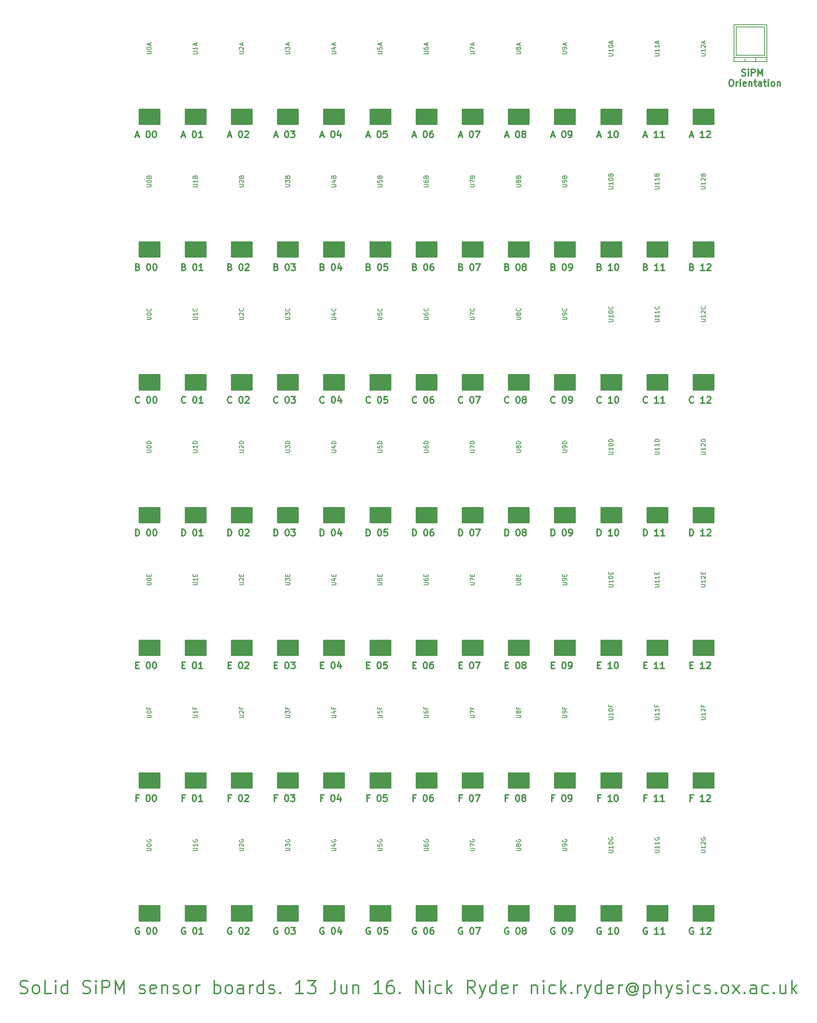
<source format=gto>
G04 #@! TF.FileFunction,Legend,Top*
%FSLAX46Y46*%
G04 Gerber Fmt 4.6, Leading zero omitted, Abs format (unit mm)*
G04 Created by KiCad (PCBNEW 4.0.2-4+6225~38~ubuntu14.04.1-stable) date Mon 13 Jun 2016 20:57:54 BST*
%MOMM*%
G01*
G04 APERTURE LIST*
%ADD10C,0.100000*%
%ADD11C,0.300000*%
%ADD12C,0.200000*%
%ADD13C,0.150000*%
%ADD14C,0.254000*%
G04 APERTURE END LIST*
D10*
D11*
X181785714Y-39157143D02*
X182000000Y-39228571D01*
X182357143Y-39228571D01*
X182500000Y-39157143D01*
X182571429Y-39085714D01*
X182642857Y-38942857D01*
X182642857Y-38800000D01*
X182571429Y-38657143D01*
X182500000Y-38585714D01*
X182357143Y-38514286D01*
X182071429Y-38442857D01*
X181928571Y-38371429D01*
X181857143Y-38300000D01*
X181785714Y-38157143D01*
X181785714Y-38014286D01*
X181857143Y-37871429D01*
X181928571Y-37800000D01*
X182071429Y-37728571D01*
X182428571Y-37728571D01*
X182642857Y-37800000D01*
X183285714Y-39228571D02*
X183285714Y-38228571D01*
X183285714Y-37728571D02*
X183214285Y-37800000D01*
X183285714Y-37871429D01*
X183357142Y-37800000D01*
X183285714Y-37728571D01*
X183285714Y-37871429D01*
X184000000Y-39228571D02*
X184000000Y-37728571D01*
X184571428Y-37728571D01*
X184714286Y-37800000D01*
X184785714Y-37871429D01*
X184857143Y-38014286D01*
X184857143Y-38228571D01*
X184785714Y-38371429D01*
X184714286Y-38442857D01*
X184571428Y-38514286D01*
X184000000Y-38514286D01*
X185500000Y-39228571D02*
X185500000Y-37728571D01*
X186000000Y-38800000D01*
X186500000Y-37728571D01*
X186500000Y-39228571D01*
X179214285Y-40128571D02*
X179499999Y-40128571D01*
X179642857Y-40200000D01*
X179785714Y-40342857D01*
X179857142Y-40628571D01*
X179857142Y-41128571D01*
X179785714Y-41414286D01*
X179642857Y-41557143D01*
X179499999Y-41628571D01*
X179214285Y-41628571D01*
X179071428Y-41557143D01*
X178928571Y-41414286D01*
X178857142Y-41128571D01*
X178857142Y-40628571D01*
X178928571Y-40342857D01*
X179071428Y-40200000D01*
X179214285Y-40128571D01*
X180500000Y-41628571D02*
X180500000Y-40628571D01*
X180500000Y-40914286D02*
X180571428Y-40771429D01*
X180642857Y-40700000D01*
X180785714Y-40628571D01*
X180928571Y-40628571D01*
X181428571Y-41628571D02*
X181428571Y-40628571D01*
X181428571Y-40128571D02*
X181357142Y-40200000D01*
X181428571Y-40271429D01*
X181499999Y-40200000D01*
X181428571Y-40128571D01*
X181428571Y-40271429D01*
X182714285Y-41557143D02*
X182571428Y-41628571D01*
X182285714Y-41628571D01*
X182142857Y-41557143D01*
X182071428Y-41414286D01*
X182071428Y-40842857D01*
X182142857Y-40700000D01*
X182285714Y-40628571D01*
X182571428Y-40628571D01*
X182714285Y-40700000D01*
X182785714Y-40842857D01*
X182785714Y-40985714D01*
X182071428Y-41128571D01*
X183428571Y-40628571D02*
X183428571Y-41628571D01*
X183428571Y-40771429D02*
X183499999Y-40700000D01*
X183642857Y-40628571D01*
X183857142Y-40628571D01*
X183999999Y-40700000D01*
X184071428Y-40842857D01*
X184071428Y-41628571D01*
X184571428Y-40628571D02*
X185142857Y-40628571D01*
X184785714Y-40128571D02*
X184785714Y-41414286D01*
X184857142Y-41557143D01*
X185000000Y-41628571D01*
X185142857Y-41628571D01*
X186285714Y-41628571D02*
X186285714Y-40842857D01*
X186214285Y-40700000D01*
X186071428Y-40628571D01*
X185785714Y-40628571D01*
X185642857Y-40700000D01*
X186285714Y-41557143D02*
X186142857Y-41628571D01*
X185785714Y-41628571D01*
X185642857Y-41557143D01*
X185571428Y-41414286D01*
X185571428Y-41271429D01*
X185642857Y-41128571D01*
X185785714Y-41057143D01*
X186142857Y-41057143D01*
X186285714Y-40985714D01*
X186785714Y-40628571D02*
X187357143Y-40628571D01*
X187000000Y-40128571D02*
X187000000Y-41414286D01*
X187071428Y-41557143D01*
X187214286Y-41628571D01*
X187357143Y-41628571D01*
X187857143Y-41628571D02*
X187857143Y-40628571D01*
X187857143Y-40128571D02*
X187785714Y-40200000D01*
X187857143Y-40271429D01*
X187928571Y-40200000D01*
X187857143Y-40128571D01*
X187857143Y-40271429D01*
X188785715Y-41628571D02*
X188642857Y-41557143D01*
X188571429Y-41485714D01*
X188500000Y-41342857D01*
X188500000Y-40914286D01*
X188571429Y-40771429D01*
X188642857Y-40700000D01*
X188785715Y-40628571D01*
X189000000Y-40628571D01*
X189142857Y-40700000D01*
X189214286Y-40771429D01*
X189285715Y-40914286D01*
X189285715Y-41342857D01*
X189214286Y-41485714D01*
X189142857Y-41557143D01*
X189000000Y-41628571D01*
X188785715Y-41628571D01*
X189928572Y-40628571D02*
X189928572Y-41628571D01*
X189928572Y-40771429D02*
X190000000Y-40700000D01*
X190142858Y-40628571D01*
X190357143Y-40628571D01*
X190500000Y-40700000D01*
X190571429Y-40842857D01*
X190571429Y-41628571D01*
D12*
X187500000Y-35000000D02*
X187500000Y-36000000D01*
X187000000Y-28000000D02*
X180500000Y-28000000D01*
X187000000Y-34500000D02*
X187000000Y-28000000D01*
X180500000Y-34500000D02*
X187000000Y-34500000D01*
X180500000Y-28000000D02*
X180500000Y-34500000D01*
X182500000Y-35250000D02*
X182500000Y-36000000D01*
X185000000Y-35000000D02*
X185000000Y-36000000D01*
X180000000Y-36000000D02*
X187500000Y-36000000D01*
X180000000Y-35000000D02*
X180000000Y-36000000D01*
X187500000Y-35000000D02*
X180000000Y-35000000D01*
X187500000Y-27500000D02*
X187500000Y-35000000D01*
X180000000Y-27500000D02*
X187500000Y-27500000D01*
X180000000Y-35000000D02*
X180000000Y-27500000D01*
D11*
X16107145Y-249964286D02*
X16535716Y-250107143D01*
X17250002Y-250107143D01*
X17535716Y-249964286D01*
X17678573Y-249821429D01*
X17821430Y-249535714D01*
X17821430Y-249250000D01*
X17678573Y-248964286D01*
X17535716Y-248821429D01*
X17250002Y-248678571D01*
X16678573Y-248535714D01*
X16392859Y-248392857D01*
X16250002Y-248250000D01*
X16107145Y-247964286D01*
X16107145Y-247678571D01*
X16250002Y-247392857D01*
X16392859Y-247250000D01*
X16678573Y-247107143D01*
X17392859Y-247107143D01*
X17821430Y-247250000D01*
X19535716Y-250107143D02*
X19250002Y-249964286D01*
X19107145Y-249821429D01*
X18964288Y-249535714D01*
X18964288Y-248678571D01*
X19107145Y-248392857D01*
X19250002Y-248250000D01*
X19535716Y-248107143D01*
X19964288Y-248107143D01*
X20250002Y-248250000D01*
X20392859Y-248392857D01*
X20535716Y-248678571D01*
X20535716Y-249535714D01*
X20392859Y-249821429D01*
X20250002Y-249964286D01*
X19964288Y-250107143D01*
X19535716Y-250107143D01*
X23250002Y-250107143D02*
X21821431Y-250107143D01*
X21821431Y-247107143D01*
X24250002Y-250107143D02*
X24250002Y-248107143D01*
X24250002Y-247107143D02*
X24107145Y-247250000D01*
X24250002Y-247392857D01*
X24392859Y-247250000D01*
X24250002Y-247107143D01*
X24250002Y-247392857D01*
X26964287Y-250107143D02*
X26964287Y-247107143D01*
X26964287Y-249964286D02*
X26678573Y-250107143D01*
X26107144Y-250107143D01*
X25821430Y-249964286D01*
X25678573Y-249821429D01*
X25535716Y-249535714D01*
X25535716Y-248678571D01*
X25678573Y-248392857D01*
X25821430Y-248250000D01*
X26107144Y-248107143D01*
X26678573Y-248107143D01*
X26964287Y-248250000D01*
X30535716Y-249964286D02*
X30964287Y-250107143D01*
X31678573Y-250107143D01*
X31964287Y-249964286D01*
X32107144Y-249821429D01*
X32250001Y-249535714D01*
X32250001Y-249250000D01*
X32107144Y-248964286D01*
X31964287Y-248821429D01*
X31678573Y-248678571D01*
X31107144Y-248535714D01*
X30821430Y-248392857D01*
X30678573Y-248250000D01*
X30535716Y-247964286D01*
X30535716Y-247678571D01*
X30678573Y-247392857D01*
X30821430Y-247250000D01*
X31107144Y-247107143D01*
X31821430Y-247107143D01*
X32250001Y-247250000D01*
X33535716Y-250107143D02*
X33535716Y-248107143D01*
X33535716Y-247107143D02*
X33392859Y-247250000D01*
X33535716Y-247392857D01*
X33678573Y-247250000D01*
X33535716Y-247107143D01*
X33535716Y-247392857D01*
X34964287Y-250107143D02*
X34964287Y-247107143D01*
X36107144Y-247107143D01*
X36392858Y-247250000D01*
X36535715Y-247392857D01*
X36678572Y-247678571D01*
X36678572Y-248107143D01*
X36535715Y-248392857D01*
X36392858Y-248535714D01*
X36107144Y-248678571D01*
X34964287Y-248678571D01*
X37964287Y-250107143D02*
X37964287Y-247107143D01*
X38964287Y-249250000D01*
X39964287Y-247107143D01*
X39964287Y-250107143D01*
X43535715Y-249964286D02*
X43821429Y-250107143D01*
X44392857Y-250107143D01*
X44678572Y-249964286D01*
X44821429Y-249678571D01*
X44821429Y-249535714D01*
X44678572Y-249250000D01*
X44392857Y-249107143D01*
X43964286Y-249107143D01*
X43678572Y-248964286D01*
X43535715Y-248678571D01*
X43535715Y-248535714D01*
X43678572Y-248250000D01*
X43964286Y-248107143D01*
X44392857Y-248107143D01*
X44678572Y-248250000D01*
X47250000Y-249964286D02*
X46964286Y-250107143D01*
X46392857Y-250107143D01*
X46107143Y-249964286D01*
X45964286Y-249678571D01*
X45964286Y-248535714D01*
X46107143Y-248250000D01*
X46392857Y-248107143D01*
X46964286Y-248107143D01*
X47250000Y-248250000D01*
X47392857Y-248535714D01*
X47392857Y-248821429D01*
X45964286Y-249107143D01*
X48678572Y-248107143D02*
X48678572Y-250107143D01*
X48678572Y-248392857D02*
X48821429Y-248250000D01*
X49107143Y-248107143D01*
X49535715Y-248107143D01*
X49821429Y-248250000D01*
X49964286Y-248535714D01*
X49964286Y-250107143D01*
X51250001Y-249964286D02*
X51535715Y-250107143D01*
X52107143Y-250107143D01*
X52392858Y-249964286D01*
X52535715Y-249678571D01*
X52535715Y-249535714D01*
X52392858Y-249250000D01*
X52107143Y-249107143D01*
X51678572Y-249107143D01*
X51392858Y-248964286D01*
X51250001Y-248678571D01*
X51250001Y-248535714D01*
X51392858Y-248250000D01*
X51678572Y-248107143D01*
X52107143Y-248107143D01*
X52392858Y-248250000D01*
X54250000Y-250107143D02*
X53964286Y-249964286D01*
X53821429Y-249821429D01*
X53678572Y-249535714D01*
X53678572Y-248678571D01*
X53821429Y-248392857D01*
X53964286Y-248250000D01*
X54250000Y-248107143D01*
X54678572Y-248107143D01*
X54964286Y-248250000D01*
X55107143Y-248392857D01*
X55250000Y-248678571D01*
X55250000Y-249535714D01*
X55107143Y-249821429D01*
X54964286Y-249964286D01*
X54678572Y-250107143D01*
X54250000Y-250107143D01*
X56535715Y-250107143D02*
X56535715Y-248107143D01*
X56535715Y-248678571D02*
X56678572Y-248392857D01*
X56821429Y-248250000D01*
X57107143Y-248107143D01*
X57392858Y-248107143D01*
X60678572Y-250107143D02*
X60678572Y-247107143D01*
X60678572Y-248250000D02*
X60964286Y-248107143D01*
X61535715Y-248107143D01*
X61821429Y-248250000D01*
X61964286Y-248392857D01*
X62107143Y-248678571D01*
X62107143Y-249535714D01*
X61964286Y-249821429D01*
X61821429Y-249964286D01*
X61535715Y-250107143D01*
X60964286Y-250107143D01*
X60678572Y-249964286D01*
X63821429Y-250107143D02*
X63535715Y-249964286D01*
X63392858Y-249821429D01*
X63250001Y-249535714D01*
X63250001Y-248678571D01*
X63392858Y-248392857D01*
X63535715Y-248250000D01*
X63821429Y-248107143D01*
X64250001Y-248107143D01*
X64535715Y-248250000D01*
X64678572Y-248392857D01*
X64821429Y-248678571D01*
X64821429Y-249535714D01*
X64678572Y-249821429D01*
X64535715Y-249964286D01*
X64250001Y-250107143D01*
X63821429Y-250107143D01*
X67392858Y-250107143D02*
X67392858Y-248535714D01*
X67250001Y-248250000D01*
X66964287Y-248107143D01*
X66392858Y-248107143D01*
X66107144Y-248250000D01*
X67392858Y-249964286D02*
X67107144Y-250107143D01*
X66392858Y-250107143D01*
X66107144Y-249964286D01*
X65964287Y-249678571D01*
X65964287Y-249392857D01*
X66107144Y-249107143D01*
X66392858Y-248964286D01*
X67107144Y-248964286D01*
X67392858Y-248821429D01*
X68821430Y-250107143D02*
X68821430Y-248107143D01*
X68821430Y-248678571D02*
X68964287Y-248392857D01*
X69107144Y-248250000D01*
X69392858Y-248107143D01*
X69678573Y-248107143D01*
X71964287Y-250107143D02*
X71964287Y-247107143D01*
X71964287Y-249964286D02*
X71678573Y-250107143D01*
X71107144Y-250107143D01*
X70821430Y-249964286D01*
X70678573Y-249821429D01*
X70535716Y-249535714D01*
X70535716Y-248678571D01*
X70678573Y-248392857D01*
X70821430Y-248250000D01*
X71107144Y-248107143D01*
X71678573Y-248107143D01*
X71964287Y-248250000D01*
X73250002Y-249964286D02*
X73535716Y-250107143D01*
X74107144Y-250107143D01*
X74392859Y-249964286D01*
X74535716Y-249678571D01*
X74535716Y-249535714D01*
X74392859Y-249250000D01*
X74107144Y-249107143D01*
X73678573Y-249107143D01*
X73392859Y-248964286D01*
X73250002Y-248678571D01*
X73250002Y-248535714D01*
X73392859Y-248250000D01*
X73678573Y-248107143D01*
X74107144Y-248107143D01*
X74392859Y-248250000D01*
X75821430Y-249821429D02*
X75964287Y-249964286D01*
X75821430Y-250107143D01*
X75678573Y-249964286D01*
X75821430Y-249821429D01*
X75821430Y-250107143D01*
X81107143Y-250107143D02*
X79392858Y-250107143D01*
X80250000Y-250107143D02*
X80250000Y-247107143D01*
X79964286Y-247535714D01*
X79678572Y-247821429D01*
X79392858Y-247964286D01*
X82107143Y-247107143D02*
X83964286Y-247107143D01*
X82964286Y-248250000D01*
X83392858Y-248250000D01*
X83678572Y-248392857D01*
X83821429Y-248535714D01*
X83964286Y-248821429D01*
X83964286Y-249535714D01*
X83821429Y-249821429D01*
X83678572Y-249964286D01*
X83392858Y-250107143D01*
X82535715Y-250107143D01*
X82250001Y-249964286D01*
X82107143Y-249821429D01*
X88392858Y-247107143D02*
X88392858Y-249250000D01*
X88250000Y-249678571D01*
X87964286Y-249964286D01*
X87535715Y-250107143D01*
X87250000Y-250107143D01*
X91107143Y-248107143D02*
X91107143Y-250107143D01*
X89821429Y-248107143D02*
X89821429Y-249678571D01*
X89964286Y-249964286D01*
X90250000Y-250107143D01*
X90678572Y-250107143D01*
X90964286Y-249964286D01*
X91107143Y-249821429D01*
X92535715Y-248107143D02*
X92535715Y-250107143D01*
X92535715Y-248392857D02*
X92678572Y-248250000D01*
X92964286Y-248107143D01*
X93392858Y-248107143D01*
X93678572Y-248250000D01*
X93821429Y-248535714D01*
X93821429Y-250107143D01*
X99107143Y-250107143D02*
X97392858Y-250107143D01*
X98250000Y-250107143D02*
X98250000Y-247107143D01*
X97964286Y-247535714D01*
X97678572Y-247821429D01*
X97392858Y-247964286D01*
X101678572Y-247107143D02*
X101107143Y-247107143D01*
X100821429Y-247250000D01*
X100678572Y-247392857D01*
X100392858Y-247821429D01*
X100250001Y-248392857D01*
X100250001Y-249535714D01*
X100392858Y-249821429D01*
X100535715Y-249964286D01*
X100821429Y-250107143D01*
X101392858Y-250107143D01*
X101678572Y-249964286D01*
X101821429Y-249821429D01*
X101964286Y-249535714D01*
X101964286Y-248821429D01*
X101821429Y-248535714D01*
X101678572Y-248392857D01*
X101392858Y-248250000D01*
X100821429Y-248250000D01*
X100535715Y-248392857D01*
X100392858Y-248535714D01*
X100250001Y-248821429D01*
X103250001Y-249821429D02*
X103392858Y-249964286D01*
X103250001Y-250107143D01*
X103107144Y-249964286D01*
X103250001Y-249821429D01*
X103250001Y-250107143D01*
X106964286Y-250107143D02*
X106964286Y-247107143D01*
X108678571Y-250107143D01*
X108678571Y-247107143D01*
X110107143Y-250107143D02*
X110107143Y-248107143D01*
X110107143Y-247107143D02*
X109964286Y-247250000D01*
X110107143Y-247392857D01*
X110250000Y-247250000D01*
X110107143Y-247107143D01*
X110107143Y-247392857D01*
X112821428Y-249964286D02*
X112535714Y-250107143D01*
X111964285Y-250107143D01*
X111678571Y-249964286D01*
X111535714Y-249821429D01*
X111392857Y-249535714D01*
X111392857Y-248678571D01*
X111535714Y-248392857D01*
X111678571Y-248250000D01*
X111964285Y-248107143D01*
X112535714Y-248107143D01*
X112821428Y-248250000D01*
X114107143Y-250107143D02*
X114107143Y-247107143D01*
X114392857Y-248964286D02*
X115250000Y-250107143D01*
X115250000Y-248107143D02*
X114107143Y-249250000D01*
X120535713Y-250107143D02*
X119535713Y-248678571D01*
X118821428Y-250107143D02*
X118821428Y-247107143D01*
X119964285Y-247107143D01*
X120249999Y-247250000D01*
X120392856Y-247392857D01*
X120535713Y-247678571D01*
X120535713Y-248107143D01*
X120392856Y-248392857D01*
X120249999Y-248535714D01*
X119964285Y-248678571D01*
X118821428Y-248678571D01*
X121535713Y-248107143D02*
X122249999Y-250107143D01*
X122964285Y-248107143D02*
X122249999Y-250107143D01*
X121964285Y-250821429D01*
X121821428Y-250964286D01*
X121535713Y-251107143D01*
X125392856Y-250107143D02*
X125392856Y-247107143D01*
X125392856Y-249964286D02*
X125107142Y-250107143D01*
X124535713Y-250107143D01*
X124249999Y-249964286D01*
X124107142Y-249821429D01*
X123964285Y-249535714D01*
X123964285Y-248678571D01*
X124107142Y-248392857D01*
X124249999Y-248250000D01*
X124535713Y-248107143D01*
X125107142Y-248107143D01*
X125392856Y-248250000D01*
X127964285Y-249964286D02*
X127678571Y-250107143D01*
X127107142Y-250107143D01*
X126821428Y-249964286D01*
X126678571Y-249678571D01*
X126678571Y-248535714D01*
X126821428Y-248250000D01*
X127107142Y-248107143D01*
X127678571Y-248107143D01*
X127964285Y-248250000D01*
X128107142Y-248535714D01*
X128107142Y-248821429D01*
X126678571Y-249107143D01*
X129392857Y-250107143D02*
X129392857Y-248107143D01*
X129392857Y-248678571D02*
X129535714Y-248392857D01*
X129678571Y-248250000D01*
X129964285Y-248107143D01*
X130250000Y-248107143D01*
X133535714Y-248107143D02*
X133535714Y-250107143D01*
X133535714Y-248392857D02*
X133678571Y-248250000D01*
X133964285Y-248107143D01*
X134392857Y-248107143D01*
X134678571Y-248250000D01*
X134821428Y-248535714D01*
X134821428Y-250107143D01*
X136250000Y-250107143D02*
X136250000Y-248107143D01*
X136250000Y-247107143D02*
X136107143Y-247250000D01*
X136250000Y-247392857D01*
X136392857Y-247250000D01*
X136250000Y-247107143D01*
X136250000Y-247392857D01*
X138964285Y-249964286D02*
X138678571Y-250107143D01*
X138107142Y-250107143D01*
X137821428Y-249964286D01*
X137678571Y-249821429D01*
X137535714Y-249535714D01*
X137535714Y-248678571D01*
X137678571Y-248392857D01*
X137821428Y-248250000D01*
X138107142Y-248107143D01*
X138678571Y-248107143D01*
X138964285Y-248250000D01*
X140250000Y-250107143D02*
X140250000Y-247107143D01*
X140535714Y-248964286D02*
X141392857Y-250107143D01*
X141392857Y-248107143D02*
X140250000Y-249250000D01*
X142678571Y-249821429D02*
X142821428Y-249964286D01*
X142678571Y-250107143D01*
X142535714Y-249964286D01*
X142678571Y-249821429D01*
X142678571Y-250107143D01*
X144107142Y-250107143D02*
X144107142Y-248107143D01*
X144107142Y-248678571D02*
X144249999Y-248392857D01*
X144392856Y-248250000D01*
X144678570Y-248107143D01*
X144964285Y-248107143D01*
X145678570Y-248107143D02*
X146392856Y-250107143D01*
X147107142Y-248107143D02*
X146392856Y-250107143D01*
X146107142Y-250821429D01*
X145964285Y-250964286D01*
X145678570Y-251107143D01*
X149535713Y-250107143D02*
X149535713Y-247107143D01*
X149535713Y-249964286D02*
X149249999Y-250107143D01*
X148678570Y-250107143D01*
X148392856Y-249964286D01*
X148249999Y-249821429D01*
X148107142Y-249535714D01*
X148107142Y-248678571D01*
X148249999Y-248392857D01*
X148392856Y-248250000D01*
X148678570Y-248107143D01*
X149249999Y-248107143D01*
X149535713Y-248250000D01*
X152107142Y-249964286D02*
X151821428Y-250107143D01*
X151249999Y-250107143D01*
X150964285Y-249964286D01*
X150821428Y-249678571D01*
X150821428Y-248535714D01*
X150964285Y-248250000D01*
X151249999Y-248107143D01*
X151821428Y-248107143D01*
X152107142Y-248250000D01*
X152249999Y-248535714D01*
X152249999Y-248821429D01*
X150821428Y-249107143D01*
X153535714Y-250107143D02*
X153535714Y-248107143D01*
X153535714Y-248678571D02*
X153678571Y-248392857D01*
X153821428Y-248250000D01*
X154107142Y-248107143D01*
X154392857Y-248107143D01*
X157250000Y-248678571D02*
X157107142Y-248535714D01*
X156821428Y-248392857D01*
X156535714Y-248392857D01*
X156250000Y-248535714D01*
X156107142Y-248678571D01*
X155964285Y-248964286D01*
X155964285Y-249250000D01*
X156107142Y-249535714D01*
X156250000Y-249678571D01*
X156535714Y-249821429D01*
X156821428Y-249821429D01*
X157107142Y-249678571D01*
X157250000Y-249535714D01*
X157250000Y-248392857D02*
X157250000Y-249535714D01*
X157392857Y-249678571D01*
X157535714Y-249678571D01*
X157821428Y-249535714D01*
X157964285Y-249250000D01*
X157964285Y-248535714D01*
X157678571Y-248107143D01*
X157250000Y-247821429D01*
X156678571Y-247678571D01*
X156107142Y-247821429D01*
X155678571Y-248107143D01*
X155392857Y-248535714D01*
X155250000Y-249107143D01*
X155392857Y-249678571D01*
X155678571Y-250107143D01*
X156107142Y-250392857D01*
X156678571Y-250535714D01*
X157250000Y-250392857D01*
X157678571Y-250107143D01*
X159250000Y-248107143D02*
X159250000Y-251107143D01*
X159250000Y-248250000D02*
X159535714Y-248107143D01*
X160107143Y-248107143D01*
X160392857Y-248250000D01*
X160535714Y-248392857D01*
X160678571Y-248678571D01*
X160678571Y-249535714D01*
X160535714Y-249821429D01*
X160392857Y-249964286D01*
X160107143Y-250107143D01*
X159535714Y-250107143D01*
X159250000Y-249964286D01*
X161964286Y-250107143D02*
X161964286Y-247107143D01*
X163250000Y-250107143D02*
X163250000Y-248535714D01*
X163107143Y-248250000D01*
X162821429Y-248107143D01*
X162392857Y-248107143D01*
X162107143Y-248250000D01*
X161964286Y-248392857D01*
X164392857Y-248107143D02*
X165107143Y-250107143D01*
X165821429Y-248107143D02*
X165107143Y-250107143D01*
X164821429Y-250821429D01*
X164678572Y-250964286D01*
X164392857Y-251107143D01*
X166821429Y-249964286D02*
X167107143Y-250107143D01*
X167678571Y-250107143D01*
X167964286Y-249964286D01*
X168107143Y-249678571D01*
X168107143Y-249535714D01*
X167964286Y-249250000D01*
X167678571Y-249107143D01*
X167250000Y-249107143D01*
X166964286Y-248964286D01*
X166821429Y-248678571D01*
X166821429Y-248535714D01*
X166964286Y-248250000D01*
X167250000Y-248107143D01*
X167678571Y-248107143D01*
X167964286Y-248250000D01*
X169392857Y-250107143D02*
X169392857Y-248107143D01*
X169392857Y-247107143D02*
X169250000Y-247250000D01*
X169392857Y-247392857D01*
X169535714Y-247250000D01*
X169392857Y-247107143D01*
X169392857Y-247392857D01*
X172107142Y-249964286D02*
X171821428Y-250107143D01*
X171249999Y-250107143D01*
X170964285Y-249964286D01*
X170821428Y-249821429D01*
X170678571Y-249535714D01*
X170678571Y-248678571D01*
X170821428Y-248392857D01*
X170964285Y-248250000D01*
X171249999Y-248107143D01*
X171821428Y-248107143D01*
X172107142Y-248250000D01*
X173250000Y-249964286D02*
X173535714Y-250107143D01*
X174107142Y-250107143D01*
X174392857Y-249964286D01*
X174535714Y-249678571D01*
X174535714Y-249535714D01*
X174392857Y-249250000D01*
X174107142Y-249107143D01*
X173678571Y-249107143D01*
X173392857Y-248964286D01*
X173250000Y-248678571D01*
X173250000Y-248535714D01*
X173392857Y-248250000D01*
X173678571Y-248107143D01*
X174107142Y-248107143D01*
X174392857Y-248250000D01*
X175821428Y-249821429D02*
X175964285Y-249964286D01*
X175821428Y-250107143D01*
X175678571Y-249964286D01*
X175821428Y-249821429D01*
X175821428Y-250107143D01*
X177678570Y-250107143D02*
X177392856Y-249964286D01*
X177249999Y-249821429D01*
X177107142Y-249535714D01*
X177107142Y-248678571D01*
X177249999Y-248392857D01*
X177392856Y-248250000D01*
X177678570Y-248107143D01*
X178107142Y-248107143D01*
X178392856Y-248250000D01*
X178535713Y-248392857D01*
X178678570Y-248678571D01*
X178678570Y-249535714D01*
X178535713Y-249821429D01*
X178392856Y-249964286D01*
X178107142Y-250107143D01*
X177678570Y-250107143D01*
X179678570Y-250107143D02*
X181249999Y-248107143D01*
X179678570Y-248107143D02*
X181249999Y-250107143D01*
X182392856Y-249821429D02*
X182535713Y-249964286D01*
X182392856Y-250107143D01*
X182249999Y-249964286D01*
X182392856Y-249821429D01*
X182392856Y-250107143D01*
X185107141Y-250107143D02*
X185107141Y-248535714D01*
X184964284Y-248250000D01*
X184678570Y-248107143D01*
X184107141Y-248107143D01*
X183821427Y-248250000D01*
X185107141Y-249964286D02*
X184821427Y-250107143D01*
X184107141Y-250107143D01*
X183821427Y-249964286D01*
X183678570Y-249678571D01*
X183678570Y-249392857D01*
X183821427Y-249107143D01*
X184107141Y-248964286D01*
X184821427Y-248964286D01*
X185107141Y-248821429D01*
X187821427Y-249964286D02*
X187535713Y-250107143D01*
X186964284Y-250107143D01*
X186678570Y-249964286D01*
X186535713Y-249821429D01*
X186392856Y-249535714D01*
X186392856Y-248678571D01*
X186535713Y-248392857D01*
X186678570Y-248250000D01*
X186964284Y-248107143D01*
X187535713Y-248107143D01*
X187821427Y-248250000D01*
X189107142Y-249821429D02*
X189249999Y-249964286D01*
X189107142Y-250107143D01*
X188964285Y-249964286D01*
X189107142Y-249821429D01*
X189107142Y-250107143D01*
X191821427Y-248107143D02*
X191821427Y-250107143D01*
X190535713Y-248107143D02*
X190535713Y-249678571D01*
X190678570Y-249964286D01*
X190964284Y-250107143D01*
X191392856Y-250107143D01*
X191678570Y-249964286D01*
X191821427Y-249821429D01*
X193249999Y-250107143D02*
X193249999Y-247107143D01*
X193535713Y-248964286D02*
X194392856Y-250107143D01*
X194392856Y-248107143D02*
X193249999Y-249250000D01*
X170592858Y-235000000D02*
X170450001Y-234928571D01*
X170235715Y-234928571D01*
X170021430Y-235000000D01*
X169878572Y-235142857D01*
X169807144Y-235285714D01*
X169735715Y-235571429D01*
X169735715Y-235785714D01*
X169807144Y-236071429D01*
X169878572Y-236214286D01*
X170021430Y-236357143D01*
X170235715Y-236428571D01*
X170378572Y-236428571D01*
X170592858Y-236357143D01*
X170664287Y-236285714D01*
X170664287Y-235785714D01*
X170378572Y-235785714D01*
X173235715Y-236428571D02*
X172378572Y-236428571D01*
X172807144Y-236428571D02*
X172807144Y-234928571D01*
X172664287Y-235142857D01*
X172521429Y-235285714D01*
X172378572Y-235357143D01*
X173807143Y-235071429D02*
X173878572Y-235000000D01*
X174021429Y-234928571D01*
X174378572Y-234928571D01*
X174521429Y-235000000D01*
X174592858Y-235071429D01*
X174664286Y-235214286D01*
X174664286Y-235357143D01*
X174592858Y-235571429D01*
X173735715Y-236428571D01*
X174664286Y-236428571D01*
X159992858Y-235000000D02*
X159850001Y-234928571D01*
X159635715Y-234928571D01*
X159421430Y-235000000D01*
X159278572Y-235142857D01*
X159207144Y-235285714D01*
X159135715Y-235571429D01*
X159135715Y-235785714D01*
X159207144Y-236071429D01*
X159278572Y-236214286D01*
X159421430Y-236357143D01*
X159635715Y-236428571D01*
X159778572Y-236428571D01*
X159992858Y-236357143D01*
X160064287Y-236285714D01*
X160064287Y-235785714D01*
X159778572Y-235785714D01*
X162635715Y-236428571D02*
X161778572Y-236428571D01*
X162207144Y-236428571D02*
X162207144Y-234928571D01*
X162064287Y-235142857D01*
X161921429Y-235285714D01*
X161778572Y-235357143D01*
X164064286Y-236428571D02*
X163207143Y-236428571D01*
X163635715Y-236428571D02*
X163635715Y-234928571D01*
X163492858Y-235142857D01*
X163350000Y-235285714D01*
X163207143Y-235357143D01*
X149392858Y-235000000D02*
X149250001Y-234928571D01*
X149035715Y-234928571D01*
X148821430Y-235000000D01*
X148678572Y-235142857D01*
X148607144Y-235285714D01*
X148535715Y-235571429D01*
X148535715Y-235785714D01*
X148607144Y-236071429D01*
X148678572Y-236214286D01*
X148821430Y-236357143D01*
X149035715Y-236428571D01*
X149178572Y-236428571D01*
X149392858Y-236357143D01*
X149464287Y-236285714D01*
X149464287Y-235785714D01*
X149178572Y-235785714D01*
X152035715Y-236428571D02*
X151178572Y-236428571D01*
X151607144Y-236428571D02*
X151607144Y-234928571D01*
X151464287Y-235142857D01*
X151321429Y-235285714D01*
X151178572Y-235357143D01*
X152964286Y-234928571D02*
X153107143Y-234928571D01*
X153250000Y-235000000D01*
X153321429Y-235071429D01*
X153392858Y-235214286D01*
X153464286Y-235500000D01*
X153464286Y-235857143D01*
X153392858Y-236142857D01*
X153321429Y-236285714D01*
X153250000Y-236357143D01*
X153107143Y-236428571D01*
X152964286Y-236428571D01*
X152821429Y-236357143D01*
X152750000Y-236285714D01*
X152678572Y-236142857D01*
X152607143Y-235857143D01*
X152607143Y-235500000D01*
X152678572Y-235214286D01*
X152750000Y-235071429D01*
X152821429Y-235000000D01*
X152964286Y-234928571D01*
X138792858Y-235000000D02*
X138650001Y-234928571D01*
X138435715Y-234928571D01*
X138221430Y-235000000D01*
X138078572Y-235142857D01*
X138007144Y-235285714D01*
X137935715Y-235571429D01*
X137935715Y-235785714D01*
X138007144Y-236071429D01*
X138078572Y-236214286D01*
X138221430Y-236357143D01*
X138435715Y-236428571D01*
X138578572Y-236428571D01*
X138792858Y-236357143D01*
X138864287Y-236285714D01*
X138864287Y-235785714D01*
X138578572Y-235785714D01*
X140935715Y-234928571D02*
X141078572Y-234928571D01*
X141221429Y-235000000D01*
X141292858Y-235071429D01*
X141364287Y-235214286D01*
X141435715Y-235500000D01*
X141435715Y-235857143D01*
X141364287Y-236142857D01*
X141292858Y-236285714D01*
X141221429Y-236357143D01*
X141078572Y-236428571D01*
X140935715Y-236428571D01*
X140792858Y-236357143D01*
X140721429Y-236285714D01*
X140650001Y-236142857D01*
X140578572Y-235857143D01*
X140578572Y-235500000D01*
X140650001Y-235214286D01*
X140721429Y-235071429D01*
X140792858Y-235000000D01*
X140935715Y-234928571D01*
X142150000Y-236428571D02*
X142435715Y-236428571D01*
X142578572Y-236357143D01*
X142650000Y-236285714D01*
X142792858Y-236071429D01*
X142864286Y-235785714D01*
X142864286Y-235214286D01*
X142792858Y-235071429D01*
X142721429Y-235000000D01*
X142578572Y-234928571D01*
X142292858Y-234928571D01*
X142150000Y-235000000D01*
X142078572Y-235071429D01*
X142007143Y-235214286D01*
X142007143Y-235571429D01*
X142078572Y-235714286D01*
X142150000Y-235785714D01*
X142292858Y-235857143D01*
X142578572Y-235857143D01*
X142721429Y-235785714D01*
X142792858Y-235714286D01*
X142864286Y-235571429D01*
X128192858Y-235000000D02*
X128050001Y-234928571D01*
X127835715Y-234928571D01*
X127621430Y-235000000D01*
X127478572Y-235142857D01*
X127407144Y-235285714D01*
X127335715Y-235571429D01*
X127335715Y-235785714D01*
X127407144Y-236071429D01*
X127478572Y-236214286D01*
X127621430Y-236357143D01*
X127835715Y-236428571D01*
X127978572Y-236428571D01*
X128192858Y-236357143D01*
X128264287Y-236285714D01*
X128264287Y-235785714D01*
X127978572Y-235785714D01*
X130335715Y-234928571D02*
X130478572Y-234928571D01*
X130621429Y-235000000D01*
X130692858Y-235071429D01*
X130764287Y-235214286D01*
X130835715Y-235500000D01*
X130835715Y-235857143D01*
X130764287Y-236142857D01*
X130692858Y-236285714D01*
X130621429Y-236357143D01*
X130478572Y-236428571D01*
X130335715Y-236428571D01*
X130192858Y-236357143D01*
X130121429Y-236285714D01*
X130050001Y-236142857D01*
X129978572Y-235857143D01*
X129978572Y-235500000D01*
X130050001Y-235214286D01*
X130121429Y-235071429D01*
X130192858Y-235000000D01*
X130335715Y-234928571D01*
X131692858Y-235571429D02*
X131550000Y-235500000D01*
X131478572Y-235428571D01*
X131407143Y-235285714D01*
X131407143Y-235214286D01*
X131478572Y-235071429D01*
X131550000Y-235000000D01*
X131692858Y-234928571D01*
X131978572Y-234928571D01*
X132121429Y-235000000D01*
X132192858Y-235071429D01*
X132264286Y-235214286D01*
X132264286Y-235285714D01*
X132192858Y-235428571D01*
X132121429Y-235500000D01*
X131978572Y-235571429D01*
X131692858Y-235571429D01*
X131550000Y-235642857D01*
X131478572Y-235714286D01*
X131407143Y-235857143D01*
X131407143Y-236142857D01*
X131478572Y-236285714D01*
X131550000Y-236357143D01*
X131692858Y-236428571D01*
X131978572Y-236428571D01*
X132121429Y-236357143D01*
X132192858Y-236285714D01*
X132264286Y-236142857D01*
X132264286Y-235857143D01*
X132192858Y-235714286D01*
X132121429Y-235642857D01*
X131978572Y-235571429D01*
X117592858Y-235000000D02*
X117450001Y-234928571D01*
X117235715Y-234928571D01*
X117021430Y-235000000D01*
X116878572Y-235142857D01*
X116807144Y-235285714D01*
X116735715Y-235571429D01*
X116735715Y-235785714D01*
X116807144Y-236071429D01*
X116878572Y-236214286D01*
X117021430Y-236357143D01*
X117235715Y-236428571D01*
X117378572Y-236428571D01*
X117592858Y-236357143D01*
X117664287Y-236285714D01*
X117664287Y-235785714D01*
X117378572Y-235785714D01*
X119735715Y-234928571D02*
X119878572Y-234928571D01*
X120021429Y-235000000D01*
X120092858Y-235071429D01*
X120164287Y-235214286D01*
X120235715Y-235500000D01*
X120235715Y-235857143D01*
X120164287Y-236142857D01*
X120092858Y-236285714D01*
X120021429Y-236357143D01*
X119878572Y-236428571D01*
X119735715Y-236428571D01*
X119592858Y-236357143D01*
X119521429Y-236285714D01*
X119450001Y-236142857D01*
X119378572Y-235857143D01*
X119378572Y-235500000D01*
X119450001Y-235214286D01*
X119521429Y-235071429D01*
X119592858Y-235000000D01*
X119735715Y-234928571D01*
X120735715Y-234928571D02*
X121735715Y-234928571D01*
X121092858Y-236428571D01*
X106992858Y-235000000D02*
X106850001Y-234928571D01*
X106635715Y-234928571D01*
X106421430Y-235000000D01*
X106278572Y-235142857D01*
X106207144Y-235285714D01*
X106135715Y-235571429D01*
X106135715Y-235785714D01*
X106207144Y-236071429D01*
X106278572Y-236214286D01*
X106421430Y-236357143D01*
X106635715Y-236428571D01*
X106778572Y-236428571D01*
X106992858Y-236357143D01*
X107064287Y-236285714D01*
X107064287Y-235785714D01*
X106778572Y-235785714D01*
X109135715Y-234928571D02*
X109278572Y-234928571D01*
X109421429Y-235000000D01*
X109492858Y-235071429D01*
X109564287Y-235214286D01*
X109635715Y-235500000D01*
X109635715Y-235857143D01*
X109564287Y-236142857D01*
X109492858Y-236285714D01*
X109421429Y-236357143D01*
X109278572Y-236428571D01*
X109135715Y-236428571D01*
X108992858Y-236357143D01*
X108921429Y-236285714D01*
X108850001Y-236142857D01*
X108778572Y-235857143D01*
X108778572Y-235500000D01*
X108850001Y-235214286D01*
X108921429Y-235071429D01*
X108992858Y-235000000D01*
X109135715Y-234928571D01*
X110921429Y-234928571D02*
X110635715Y-234928571D01*
X110492858Y-235000000D01*
X110421429Y-235071429D01*
X110278572Y-235285714D01*
X110207143Y-235571429D01*
X110207143Y-236142857D01*
X110278572Y-236285714D01*
X110350000Y-236357143D01*
X110492858Y-236428571D01*
X110778572Y-236428571D01*
X110921429Y-236357143D01*
X110992858Y-236285714D01*
X111064286Y-236142857D01*
X111064286Y-235785714D01*
X110992858Y-235642857D01*
X110921429Y-235571429D01*
X110778572Y-235500000D01*
X110492858Y-235500000D01*
X110350000Y-235571429D01*
X110278572Y-235642857D01*
X110207143Y-235785714D01*
X96392858Y-235000000D02*
X96250001Y-234928571D01*
X96035715Y-234928571D01*
X95821430Y-235000000D01*
X95678572Y-235142857D01*
X95607144Y-235285714D01*
X95535715Y-235571429D01*
X95535715Y-235785714D01*
X95607144Y-236071429D01*
X95678572Y-236214286D01*
X95821430Y-236357143D01*
X96035715Y-236428571D01*
X96178572Y-236428571D01*
X96392858Y-236357143D01*
X96464287Y-236285714D01*
X96464287Y-235785714D01*
X96178572Y-235785714D01*
X98535715Y-234928571D02*
X98678572Y-234928571D01*
X98821429Y-235000000D01*
X98892858Y-235071429D01*
X98964287Y-235214286D01*
X99035715Y-235500000D01*
X99035715Y-235857143D01*
X98964287Y-236142857D01*
X98892858Y-236285714D01*
X98821429Y-236357143D01*
X98678572Y-236428571D01*
X98535715Y-236428571D01*
X98392858Y-236357143D01*
X98321429Y-236285714D01*
X98250001Y-236142857D01*
X98178572Y-235857143D01*
X98178572Y-235500000D01*
X98250001Y-235214286D01*
X98321429Y-235071429D01*
X98392858Y-235000000D01*
X98535715Y-234928571D01*
X100392858Y-234928571D02*
X99678572Y-234928571D01*
X99607143Y-235642857D01*
X99678572Y-235571429D01*
X99821429Y-235500000D01*
X100178572Y-235500000D01*
X100321429Y-235571429D01*
X100392858Y-235642857D01*
X100464286Y-235785714D01*
X100464286Y-236142857D01*
X100392858Y-236285714D01*
X100321429Y-236357143D01*
X100178572Y-236428571D01*
X99821429Y-236428571D01*
X99678572Y-236357143D01*
X99607143Y-236285714D01*
X85792858Y-235000000D02*
X85650001Y-234928571D01*
X85435715Y-234928571D01*
X85221430Y-235000000D01*
X85078572Y-235142857D01*
X85007144Y-235285714D01*
X84935715Y-235571429D01*
X84935715Y-235785714D01*
X85007144Y-236071429D01*
X85078572Y-236214286D01*
X85221430Y-236357143D01*
X85435715Y-236428571D01*
X85578572Y-236428571D01*
X85792858Y-236357143D01*
X85864287Y-236285714D01*
X85864287Y-235785714D01*
X85578572Y-235785714D01*
X87935715Y-234928571D02*
X88078572Y-234928571D01*
X88221429Y-235000000D01*
X88292858Y-235071429D01*
X88364287Y-235214286D01*
X88435715Y-235500000D01*
X88435715Y-235857143D01*
X88364287Y-236142857D01*
X88292858Y-236285714D01*
X88221429Y-236357143D01*
X88078572Y-236428571D01*
X87935715Y-236428571D01*
X87792858Y-236357143D01*
X87721429Y-236285714D01*
X87650001Y-236142857D01*
X87578572Y-235857143D01*
X87578572Y-235500000D01*
X87650001Y-235214286D01*
X87721429Y-235071429D01*
X87792858Y-235000000D01*
X87935715Y-234928571D01*
X89721429Y-235428571D02*
X89721429Y-236428571D01*
X89364286Y-234857143D02*
X89007143Y-235928571D01*
X89935715Y-235928571D01*
X75192858Y-235000000D02*
X75050001Y-234928571D01*
X74835715Y-234928571D01*
X74621430Y-235000000D01*
X74478572Y-235142857D01*
X74407144Y-235285714D01*
X74335715Y-235571429D01*
X74335715Y-235785714D01*
X74407144Y-236071429D01*
X74478572Y-236214286D01*
X74621430Y-236357143D01*
X74835715Y-236428571D01*
X74978572Y-236428571D01*
X75192858Y-236357143D01*
X75264287Y-236285714D01*
X75264287Y-235785714D01*
X74978572Y-235785714D01*
X77335715Y-234928571D02*
X77478572Y-234928571D01*
X77621429Y-235000000D01*
X77692858Y-235071429D01*
X77764287Y-235214286D01*
X77835715Y-235500000D01*
X77835715Y-235857143D01*
X77764287Y-236142857D01*
X77692858Y-236285714D01*
X77621429Y-236357143D01*
X77478572Y-236428571D01*
X77335715Y-236428571D01*
X77192858Y-236357143D01*
X77121429Y-236285714D01*
X77050001Y-236142857D01*
X76978572Y-235857143D01*
X76978572Y-235500000D01*
X77050001Y-235214286D01*
X77121429Y-235071429D01*
X77192858Y-235000000D01*
X77335715Y-234928571D01*
X78335715Y-234928571D02*
X79264286Y-234928571D01*
X78764286Y-235500000D01*
X78978572Y-235500000D01*
X79121429Y-235571429D01*
X79192858Y-235642857D01*
X79264286Y-235785714D01*
X79264286Y-236142857D01*
X79192858Y-236285714D01*
X79121429Y-236357143D01*
X78978572Y-236428571D01*
X78550000Y-236428571D01*
X78407143Y-236357143D01*
X78335715Y-236285714D01*
X64592858Y-235000000D02*
X64450001Y-234928571D01*
X64235715Y-234928571D01*
X64021430Y-235000000D01*
X63878572Y-235142857D01*
X63807144Y-235285714D01*
X63735715Y-235571429D01*
X63735715Y-235785714D01*
X63807144Y-236071429D01*
X63878572Y-236214286D01*
X64021430Y-236357143D01*
X64235715Y-236428571D01*
X64378572Y-236428571D01*
X64592858Y-236357143D01*
X64664287Y-236285714D01*
X64664287Y-235785714D01*
X64378572Y-235785714D01*
X66735715Y-234928571D02*
X66878572Y-234928571D01*
X67021429Y-235000000D01*
X67092858Y-235071429D01*
X67164287Y-235214286D01*
X67235715Y-235500000D01*
X67235715Y-235857143D01*
X67164287Y-236142857D01*
X67092858Y-236285714D01*
X67021429Y-236357143D01*
X66878572Y-236428571D01*
X66735715Y-236428571D01*
X66592858Y-236357143D01*
X66521429Y-236285714D01*
X66450001Y-236142857D01*
X66378572Y-235857143D01*
X66378572Y-235500000D01*
X66450001Y-235214286D01*
X66521429Y-235071429D01*
X66592858Y-235000000D01*
X66735715Y-234928571D01*
X67807143Y-235071429D02*
X67878572Y-235000000D01*
X68021429Y-234928571D01*
X68378572Y-234928571D01*
X68521429Y-235000000D01*
X68592858Y-235071429D01*
X68664286Y-235214286D01*
X68664286Y-235357143D01*
X68592858Y-235571429D01*
X67735715Y-236428571D01*
X68664286Y-236428571D01*
X53992858Y-235000000D02*
X53850001Y-234928571D01*
X53635715Y-234928571D01*
X53421430Y-235000000D01*
X53278572Y-235142857D01*
X53207144Y-235285714D01*
X53135715Y-235571429D01*
X53135715Y-235785714D01*
X53207144Y-236071429D01*
X53278572Y-236214286D01*
X53421430Y-236357143D01*
X53635715Y-236428571D01*
X53778572Y-236428571D01*
X53992858Y-236357143D01*
X54064287Y-236285714D01*
X54064287Y-235785714D01*
X53778572Y-235785714D01*
X56135715Y-234928571D02*
X56278572Y-234928571D01*
X56421429Y-235000000D01*
X56492858Y-235071429D01*
X56564287Y-235214286D01*
X56635715Y-235500000D01*
X56635715Y-235857143D01*
X56564287Y-236142857D01*
X56492858Y-236285714D01*
X56421429Y-236357143D01*
X56278572Y-236428571D01*
X56135715Y-236428571D01*
X55992858Y-236357143D01*
X55921429Y-236285714D01*
X55850001Y-236142857D01*
X55778572Y-235857143D01*
X55778572Y-235500000D01*
X55850001Y-235214286D01*
X55921429Y-235071429D01*
X55992858Y-235000000D01*
X56135715Y-234928571D01*
X58064286Y-236428571D02*
X57207143Y-236428571D01*
X57635715Y-236428571D02*
X57635715Y-234928571D01*
X57492858Y-235142857D01*
X57350000Y-235285714D01*
X57207143Y-235357143D01*
X43392858Y-235000000D02*
X43250001Y-234928571D01*
X43035715Y-234928571D01*
X42821430Y-235000000D01*
X42678572Y-235142857D01*
X42607144Y-235285714D01*
X42535715Y-235571429D01*
X42535715Y-235785714D01*
X42607144Y-236071429D01*
X42678572Y-236214286D01*
X42821430Y-236357143D01*
X43035715Y-236428571D01*
X43178572Y-236428571D01*
X43392858Y-236357143D01*
X43464287Y-236285714D01*
X43464287Y-235785714D01*
X43178572Y-235785714D01*
X45535715Y-234928571D02*
X45678572Y-234928571D01*
X45821429Y-235000000D01*
X45892858Y-235071429D01*
X45964287Y-235214286D01*
X46035715Y-235500000D01*
X46035715Y-235857143D01*
X45964287Y-236142857D01*
X45892858Y-236285714D01*
X45821429Y-236357143D01*
X45678572Y-236428571D01*
X45535715Y-236428571D01*
X45392858Y-236357143D01*
X45321429Y-236285714D01*
X45250001Y-236142857D01*
X45178572Y-235857143D01*
X45178572Y-235500000D01*
X45250001Y-235214286D01*
X45321429Y-235071429D01*
X45392858Y-235000000D01*
X45535715Y-234928571D01*
X46964286Y-234928571D02*
X47107143Y-234928571D01*
X47250000Y-235000000D01*
X47321429Y-235071429D01*
X47392858Y-235214286D01*
X47464286Y-235500000D01*
X47464286Y-235857143D01*
X47392858Y-236142857D01*
X47321429Y-236285714D01*
X47250000Y-236357143D01*
X47107143Y-236428571D01*
X46964286Y-236428571D01*
X46821429Y-236357143D01*
X46750000Y-236285714D01*
X46678572Y-236142857D01*
X46607143Y-235857143D01*
X46607143Y-235500000D01*
X46678572Y-235214286D01*
X46750000Y-235071429D01*
X46821429Y-235000000D01*
X46964286Y-234928571D01*
X170414287Y-205142857D02*
X169914287Y-205142857D01*
X169914287Y-205928571D02*
X169914287Y-204428571D01*
X170628573Y-204428571D01*
X173128572Y-205928571D02*
X172271429Y-205928571D01*
X172700001Y-205928571D02*
X172700001Y-204428571D01*
X172557144Y-204642857D01*
X172414286Y-204785714D01*
X172271429Y-204857143D01*
X173700000Y-204571429D02*
X173771429Y-204500000D01*
X173914286Y-204428571D01*
X174271429Y-204428571D01*
X174414286Y-204500000D01*
X174485715Y-204571429D01*
X174557143Y-204714286D01*
X174557143Y-204857143D01*
X174485715Y-205071429D01*
X173628572Y-205928571D01*
X174557143Y-205928571D01*
X159814287Y-205142857D02*
X159314287Y-205142857D01*
X159314287Y-205928571D02*
X159314287Y-204428571D01*
X160028573Y-204428571D01*
X162528572Y-205928571D02*
X161671429Y-205928571D01*
X162100001Y-205928571D02*
X162100001Y-204428571D01*
X161957144Y-204642857D01*
X161814286Y-204785714D01*
X161671429Y-204857143D01*
X163957143Y-205928571D02*
X163100000Y-205928571D01*
X163528572Y-205928571D02*
X163528572Y-204428571D01*
X163385715Y-204642857D01*
X163242857Y-204785714D01*
X163100000Y-204857143D01*
X149214287Y-205142857D02*
X148714287Y-205142857D01*
X148714287Y-205928571D02*
X148714287Y-204428571D01*
X149428573Y-204428571D01*
X151928572Y-205928571D02*
X151071429Y-205928571D01*
X151500001Y-205928571D02*
X151500001Y-204428571D01*
X151357144Y-204642857D01*
X151214286Y-204785714D01*
X151071429Y-204857143D01*
X152857143Y-204428571D02*
X153000000Y-204428571D01*
X153142857Y-204500000D01*
X153214286Y-204571429D01*
X153285715Y-204714286D01*
X153357143Y-205000000D01*
X153357143Y-205357143D01*
X153285715Y-205642857D01*
X153214286Y-205785714D01*
X153142857Y-205857143D01*
X153000000Y-205928571D01*
X152857143Y-205928571D01*
X152714286Y-205857143D01*
X152642857Y-205785714D01*
X152571429Y-205642857D01*
X152500000Y-205357143D01*
X152500000Y-205000000D01*
X152571429Y-204714286D01*
X152642857Y-204571429D01*
X152714286Y-204500000D01*
X152857143Y-204428571D01*
X138614287Y-205142857D02*
X138114287Y-205142857D01*
X138114287Y-205928571D02*
X138114287Y-204428571D01*
X138828573Y-204428571D01*
X140828572Y-204428571D02*
X140971429Y-204428571D01*
X141114286Y-204500000D01*
X141185715Y-204571429D01*
X141257144Y-204714286D01*
X141328572Y-205000000D01*
X141328572Y-205357143D01*
X141257144Y-205642857D01*
X141185715Y-205785714D01*
X141114286Y-205857143D01*
X140971429Y-205928571D01*
X140828572Y-205928571D01*
X140685715Y-205857143D01*
X140614286Y-205785714D01*
X140542858Y-205642857D01*
X140471429Y-205357143D01*
X140471429Y-205000000D01*
X140542858Y-204714286D01*
X140614286Y-204571429D01*
X140685715Y-204500000D01*
X140828572Y-204428571D01*
X142042857Y-205928571D02*
X142328572Y-205928571D01*
X142471429Y-205857143D01*
X142542857Y-205785714D01*
X142685715Y-205571429D01*
X142757143Y-205285714D01*
X142757143Y-204714286D01*
X142685715Y-204571429D01*
X142614286Y-204500000D01*
X142471429Y-204428571D01*
X142185715Y-204428571D01*
X142042857Y-204500000D01*
X141971429Y-204571429D01*
X141900000Y-204714286D01*
X141900000Y-205071429D01*
X141971429Y-205214286D01*
X142042857Y-205285714D01*
X142185715Y-205357143D01*
X142471429Y-205357143D01*
X142614286Y-205285714D01*
X142685715Y-205214286D01*
X142757143Y-205071429D01*
X128014287Y-205142857D02*
X127514287Y-205142857D01*
X127514287Y-205928571D02*
X127514287Y-204428571D01*
X128228573Y-204428571D01*
X130228572Y-204428571D02*
X130371429Y-204428571D01*
X130514286Y-204500000D01*
X130585715Y-204571429D01*
X130657144Y-204714286D01*
X130728572Y-205000000D01*
X130728572Y-205357143D01*
X130657144Y-205642857D01*
X130585715Y-205785714D01*
X130514286Y-205857143D01*
X130371429Y-205928571D01*
X130228572Y-205928571D01*
X130085715Y-205857143D01*
X130014286Y-205785714D01*
X129942858Y-205642857D01*
X129871429Y-205357143D01*
X129871429Y-205000000D01*
X129942858Y-204714286D01*
X130014286Y-204571429D01*
X130085715Y-204500000D01*
X130228572Y-204428571D01*
X131585715Y-205071429D02*
X131442857Y-205000000D01*
X131371429Y-204928571D01*
X131300000Y-204785714D01*
X131300000Y-204714286D01*
X131371429Y-204571429D01*
X131442857Y-204500000D01*
X131585715Y-204428571D01*
X131871429Y-204428571D01*
X132014286Y-204500000D01*
X132085715Y-204571429D01*
X132157143Y-204714286D01*
X132157143Y-204785714D01*
X132085715Y-204928571D01*
X132014286Y-205000000D01*
X131871429Y-205071429D01*
X131585715Y-205071429D01*
X131442857Y-205142857D01*
X131371429Y-205214286D01*
X131300000Y-205357143D01*
X131300000Y-205642857D01*
X131371429Y-205785714D01*
X131442857Y-205857143D01*
X131585715Y-205928571D01*
X131871429Y-205928571D01*
X132014286Y-205857143D01*
X132085715Y-205785714D01*
X132157143Y-205642857D01*
X132157143Y-205357143D01*
X132085715Y-205214286D01*
X132014286Y-205142857D01*
X131871429Y-205071429D01*
X117414287Y-205142857D02*
X116914287Y-205142857D01*
X116914287Y-205928571D02*
X116914287Y-204428571D01*
X117628573Y-204428571D01*
X119628572Y-204428571D02*
X119771429Y-204428571D01*
X119914286Y-204500000D01*
X119985715Y-204571429D01*
X120057144Y-204714286D01*
X120128572Y-205000000D01*
X120128572Y-205357143D01*
X120057144Y-205642857D01*
X119985715Y-205785714D01*
X119914286Y-205857143D01*
X119771429Y-205928571D01*
X119628572Y-205928571D01*
X119485715Y-205857143D01*
X119414286Y-205785714D01*
X119342858Y-205642857D01*
X119271429Y-205357143D01*
X119271429Y-205000000D01*
X119342858Y-204714286D01*
X119414286Y-204571429D01*
X119485715Y-204500000D01*
X119628572Y-204428571D01*
X120628572Y-204428571D02*
X121628572Y-204428571D01*
X120985715Y-205928571D01*
X106814287Y-205142857D02*
X106314287Y-205142857D01*
X106314287Y-205928571D02*
X106314287Y-204428571D01*
X107028573Y-204428571D01*
X109028572Y-204428571D02*
X109171429Y-204428571D01*
X109314286Y-204500000D01*
X109385715Y-204571429D01*
X109457144Y-204714286D01*
X109528572Y-205000000D01*
X109528572Y-205357143D01*
X109457144Y-205642857D01*
X109385715Y-205785714D01*
X109314286Y-205857143D01*
X109171429Y-205928571D01*
X109028572Y-205928571D01*
X108885715Y-205857143D01*
X108814286Y-205785714D01*
X108742858Y-205642857D01*
X108671429Y-205357143D01*
X108671429Y-205000000D01*
X108742858Y-204714286D01*
X108814286Y-204571429D01*
X108885715Y-204500000D01*
X109028572Y-204428571D01*
X110814286Y-204428571D02*
X110528572Y-204428571D01*
X110385715Y-204500000D01*
X110314286Y-204571429D01*
X110171429Y-204785714D01*
X110100000Y-205071429D01*
X110100000Y-205642857D01*
X110171429Y-205785714D01*
X110242857Y-205857143D01*
X110385715Y-205928571D01*
X110671429Y-205928571D01*
X110814286Y-205857143D01*
X110885715Y-205785714D01*
X110957143Y-205642857D01*
X110957143Y-205285714D01*
X110885715Y-205142857D01*
X110814286Y-205071429D01*
X110671429Y-205000000D01*
X110385715Y-205000000D01*
X110242857Y-205071429D01*
X110171429Y-205142857D01*
X110100000Y-205285714D01*
X96214287Y-205142857D02*
X95714287Y-205142857D01*
X95714287Y-205928571D02*
X95714287Y-204428571D01*
X96428573Y-204428571D01*
X98428572Y-204428571D02*
X98571429Y-204428571D01*
X98714286Y-204500000D01*
X98785715Y-204571429D01*
X98857144Y-204714286D01*
X98928572Y-205000000D01*
X98928572Y-205357143D01*
X98857144Y-205642857D01*
X98785715Y-205785714D01*
X98714286Y-205857143D01*
X98571429Y-205928571D01*
X98428572Y-205928571D01*
X98285715Y-205857143D01*
X98214286Y-205785714D01*
X98142858Y-205642857D01*
X98071429Y-205357143D01*
X98071429Y-205000000D01*
X98142858Y-204714286D01*
X98214286Y-204571429D01*
X98285715Y-204500000D01*
X98428572Y-204428571D01*
X100285715Y-204428571D02*
X99571429Y-204428571D01*
X99500000Y-205142857D01*
X99571429Y-205071429D01*
X99714286Y-205000000D01*
X100071429Y-205000000D01*
X100214286Y-205071429D01*
X100285715Y-205142857D01*
X100357143Y-205285714D01*
X100357143Y-205642857D01*
X100285715Y-205785714D01*
X100214286Y-205857143D01*
X100071429Y-205928571D01*
X99714286Y-205928571D01*
X99571429Y-205857143D01*
X99500000Y-205785714D01*
X85614287Y-205142857D02*
X85114287Y-205142857D01*
X85114287Y-205928571D02*
X85114287Y-204428571D01*
X85828573Y-204428571D01*
X87828572Y-204428571D02*
X87971429Y-204428571D01*
X88114286Y-204500000D01*
X88185715Y-204571429D01*
X88257144Y-204714286D01*
X88328572Y-205000000D01*
X88328572Y-205357143D01*
X88257144Y-205642857D01*
X88185715Y-205785714D01*
X88114286Y-205857143D01*
X87971429Y-205928571D01*
X87828572Y-205928571D01*
X87685715Y-205857143D01*
X87614286Y-205785714D01*
X87542858Y-205642857D01*
X87471429Y-205357143D01*
X87471429Y-205000000D01*
X87542858Y-204714286D01*
X87614286Y-204571429D01*
X87685715Y-204500000D01*
X87828572Y-204428571D01*
X89614286Y-204928571D02*
X89614286Y-205928571D01*
X89257143Y-204357143D02*
X88900000Y-205428571D01*
X89828572Y-205428571D01*
X75014287Y-205142857D02*
X74514287Y-205142857D01*
X74514287Y-205928571D02*
X74514287Y-204428571D01*
X75228573Y-204428571D01*
X77228572Y-204428571D02*
X77371429Y-204428571D01*
X77514286Y-204500000D01*
X77585715Y-204571429D01*
X77657144Y-204714286D01*
X77728572Y-205000000D01*
X77728572Y-205357143D01*
X77657144Y-205642857D01*
X77585715Y-205785714D01*
X77514286Y-205857143D01*
X77371429Y-205928571D01*
X77228572Y-205928571D01*
X77085715Y-205857143D01*
X77014286Y-205785714D01*
X76942858Y-205642857D01*
X76871429Y-205357143D01*
X76871429Y-205000000D01*
X76942858Y-204714286D01*
X77014286Y-204571429D01*
X77085715Y-204500000D01*
X77228572Y-204428571D01*
X78228572Y-204428571D02*
X79157143Y-204428571D01*
X78657143Y-205000000D01*
X78871429Y-205000000D01*
X79014286Y-205071429D01*
X79085715Y-205142857D01*
X79157143Y-205285714D01*
X79157143Y-205642857D01*
X79085715Y-205785714D01*
X79014286Y-205857143D01*
X78871429Y-205928571D01*
X78442857Y-205928571D01*
X78300000Y-205857143D01*
X78228572Y-205785714D01*
X64414287Y-205142857D02*
X63914287Y-205142857D01*
X63914287Y-205928571D02*
X63914287Y-204428571D01*
X64628573Y-204428571D01*
X66628572Y-204428571D02*
X66771429Y-204428571D01*
X66914286Y-204500000D01*
X66985715Y-204571429D01*
X67057144Y-204714286D01*
X67128572Y-205000000D01*
X67128572Y-205357143D01*
X67057144Y-205642857D01*
X66985715Y-205785714D01*
X66914286Y-205857143D01*
X66771429Y-205928571D01*
X66628572Y-205928571D01*
X66485715Y-205857143D01*
X66414286Y-205785714D01*
X66342858Y-205642857D01*
X66271429Y-205357143D01*
X66271429Y-205000000D01*
X66342858Y-204714286D01*
X66414286Y-204571429D01*
X66485715Y-204500000D01*
X66628572Y-204428571D01*
X67700000Y-204571429D02*
X67771429Y-204500000D01*
X67914286Y-204428571D01*
X68271429Y-204428571D01*
X68414286Y-204500000D01*
X68485715Y-204571429D01*
X68557143Y-204714286D01*
X68557143Y-204857143D01*
X68485715Y-205071429D01*
X67628572Y-205928571D01*
X68557143Y-205928571D01*
X53814287Y-205142857D02*
X53314287Y-205142857D01*
X53314287Y-205928571D02*
X53314287Y-204428571D01*
X54028573Y-204428571D01*
X56028572Y-204428571D02*
X56171429Y-204428571D01*
X56314286Y-204500000D01*
X56385715Y-204571429D01*
X56457144Y-204714286D01*
X56528572Y-205000000D01*
X56528572Y-205357143D01*
X56457144Y-205642857D01*
X56385715Y-205785714D01*
X56314286Y-205857143D01*
X56171429Y-205928571D01*
X56028572Y-205928571D01*
X55885715Y-205857143D01*
X55814286Y-205785714D01*
X55742858Y-205642857D01*
X55671429Y-205357143D01*
X55671429Y-205000000D01*
X55742858Y-204714286D01*
X55814286Y-204571429D01*
X55885715Y-204500000D01*
X56028572Y-204428571D01*
X57957143Y-205928571D02*
X57100000Y-205928571D01*
X57528572Y-205928571D02*
X57528572Y-204428571D01*
X57385715Y-204642857D01*
X57242857Y-204785714D01*
X57100000Y-204857143D01*
X43214287Y-205142857D02*
X42714287Y-205142857D01*
X42714287Y-205928571D02*
X42714287Y-204428571D01*
X43428573Y-204428571D01*
X45428572Y-204428571D02*
X45571429Y-204428571D01*
X45714286Y-204500000D01*
X45785715Y-204571429D01*
X45857144Y-204714286D01*
X45928572Y-205000000D01*
X45928572Y-205357143D01*
X45857144Y-205642857D01*
X45785715Y-205785714D01*
X45714286Y-205857143D01*
X45571429Y-205928571D01*
X45428572Y-205928571D01*
X45285715Y-205857143D01*
X45214286Y-205785714D01*
X45142858Y-205642857D01*
X45071429Y-205357143D01*
X45071429Y-205000000D01*
X45142858Y-204714286D01*
X45214286Y-204571429D01*
X45285715Y-204500000D01*
X45428572Y-204428571D01*
X46857143Y-204428571D02*
X47000000Y-204428571D01*
X47142857Y-204500000D01*
X47214286Y-204571429D01*
X47285715Y-204714286D01*
X47357143Y-205000000D01*
X47357143Y-205357143D01*
X47285715Y-205642857D01*
X47214286Y-205785714D01*
X47142857Y-205857143D01*
X47000000Y-205928571D01*
X46857143Y-205928571D01*
X46714286Y-205857143D01*
X46642857Y-205785714D01*
X46571429Y-205642857D01*
X46500000Y-205357143D01*
X46500000Y-205000000D01*
X46571429Y-204714286D01*
X46642857Y-204571429D01*
X46714286Y-204500000D01*
X46857143Y-204428571D01*
X169878572Y-174642857D02*
X170378572Y-174642857D01*
X170592858Y-175428571D02*
X169878572Y-175428571D01*
X169878572Y-173928571D01*
X170592858Y-173928571D01*
X173164286Y-175428571D02*
X172307143Y-175428571D01*
X172735715Y-175428571D02*
X172735715Y-173928571D01*
X172592858Y-174142857D01*
X172450000Y-174285714D01*
X172307143Y-174357143D01*
X173735714Y-174071429D02*
X173807143Y-174000000D01*
X173950000Y-173928571D01*
X174307143Y-173928571D01*
X174450000Y-174000000D01*
X174521429Y-174071429D01*
X174592857Y-174214286D01*
X174592857Y-174357143D01*
X174521429Y-174571429D01*
X173664286Y-175428571D01*
X174592857Y-175428571D01*
X159278572Y-174642857D02*
X159778572Y-174642857D01*
X159992858Y-175428571D02*
X159278572Y-175428571D01*
X159278572Y-173928571D01*
X159992858Y-173928571D01*
X162564286Y-175428571D02*
X161707143Y-175428571D01*
X162135715Y-175428571D02*
X162135715Y-173928571D01*
X161992858Y-174142857D01*
X161850000Y-174285714D01*
X161707143Y-174357143D01*
X163992857Y-175428571D02*
X163135714Y-175428571D01*
X163564286Y-175428571D02*
X163564286Y-173928571D01*
X163421429Y-174142857D01*
X163278571Y-174285714D01*
X163135714Y-174357143D01*
X148678572Y-174642857D02*
X149178572Y-174642857D01*
X149392858Y-175428571D02*
X148678572Y-175428571D01*
X148678572Y-173928571D01*
X149392858Y-173928571D01*
X151964286Y-175428571D02*
X151107143Y-175428571D01*
X151535715Y-175428571D02*
X151535715Y-173928571D01*
X151392858Y-174142857D01*
X151250000Y-174285714D01*
X151107143Y-174357143D01*
X152892857Y-173928571D02*
X153035714Y-173928571D01*
X153178571Y-174000000D01*
X153250000Y-174071429D01*
X153321429Y-174214286D01*
X153392857Y-174500000D01*
X153392857Y-174857143D01*
X153321429Y-175142857D01*
X153250000Y-175285714D01*
X153178571Y-175357143D01*
X153035714Y-175428571D01*
X152892857Y-175428571D01*
X152750000Y-175357143D01*
X152678571Y-175285714D01*
X152607143Y-175142857D01*
X152535714Y-174857143D01*
X152535714Y-174500000D01*
X152607143Y-174214286D01*
X152678571Y-174071429D01*
X152750000Y-174000000D01*
X152892857Y-173928571D01*
X138078572Y-174642857D02*
X138578572Y-174642857D01*
X138792858Y-175428571D02*
X138078572Y-175428571D01*
X138078572Y-173928571D01*
X138792858Y-173928571D01*
X140864286Y-173928571D02*
X141007143Y-173928571D01*
X141150000Y-174000000D01*
X141221429Y-174071429D01*
X141292858Y-174214286D01*
X141364286Y-174500000D01*
X141364286Y-174857143D01*
X141292858Y-175142857D01*
X141221429Y-175285714D01*
X141150000Y-175357143D01*
X141007143Y-175428571D01*
X140864286Y-175428571D01*
X140721429Y-175357143D01*
X140650000Y-175285714D01*
X140578572Y-175142857D01*
X140507143Y-174857143D01*
X140507143Y-174500000D01*
X140578572Y-174214286D01*
X140650000Y-174071429D01*
X140721429Y-174000000D01*
X140864286Y-173928571D01*
X142078571Y-175428571D02*
X142364286Y-175428571D01*
X142507143Y-175357143D01*
X142578571Y-175285714D01*
X142721429Y-175071429D01*
X142792857Y-174785714D01*
X142792857Y-174214286D01*
X142721429Y-174071429D01*
X142650000Y-174000000D01*
X142507143Y-173928571D01*
X142221429Y-173928571D01*
X142078571Y-174000000D01*
X142007143Y-174071429D01*
X141935714Y-174214286D01*
X141935714Y-174571429D01*
X142007143Y-174714286D01*
X142078571Y-174785714D01*
X142221429Y-174857143D01*
X142507143Y-174857143D01*
X142650000Y-174785714D01*
X142721429Y-174714286D01*
X142792857Y-174571429D01*
X127478572Y-174642857D02*
X127978572Y-174642857D01*
X128192858Y-175428571D02*
X127478572Y-175428571D01*
X127478572Y-173928571D01*
X128192858Y-173928571D01*
X130264286Y-173928571D02*
X130407143Y-173928571D01*
X130550000Y-174000000D01*
X130621429Y-174071429D01*
X130692858Y-174214286D01*
X130764286Y-174500000D01*
X130764286Y-174857143D01*
X130692858Y-175142857D01*
X130621429Y-175285714D01*
X130550000Y-175357143D01*
X130407143Y-175428571D01*
X130264286Y-175428571D01*
X130121429Y-175357143D01*
X130050000Y-175285714D01*
X129978572Y-175142857D01*
X129907143Y-174857143D01*
X129907143Y-174500000D01*
X129978572Y-174214286D01*
X130050000Y-174071429D01*
X130121429Y-174000000D01*
X130264286Y-173928571D01*
X131621429Y-174571429D02*
X131478571Y-174500000D01*
X131407143Y-174428571D01*
X131335714Y-174285714D01*
X131335714Y-174214286D01*
X131407143Y-174071429D01*
X131478571Y-174000000D01*
X131621429Y-173928571D01*
X131907143Y-173928571D01*
X132050000Y-174000000D01*
X132121429Y-174071429D01*
X132192857Y-174214286D01*
X132192857Y-174285714D01*
X132121429Y-174428571D01*
X132050000Y-174500000D01*
X131907143Y-174571429D01*
X131621429Y-174571429D01*
X131478571Y-174642857D01*
X131407143Y-174714286D01*
X131335714Y-174857143D01*
X131335714Y-175142857D01*
X131407143Y-175285714D01*
X131478571Y-175357143D01*
X131621429Y-175428571D01*
X131907143Y-175428571D01*
X132050000Y-175357143D01*
X132121429Y-175285714D01*
X132192857Y-175142857D01*
X132192857Y-174857143D01*
X132121429Y-174714286D01*
X132050000Y-174642857D01*
X131907143Y-174571429D01*
X116878572Y-174642857D02*
X117378572Y-174642857D01*
X117592858Y-175428571D02*
X116878572Y-175428571D01*
X116878572Y-173928571D01*
X117592858Y-173928571D01*
X119664286Y-173928571D02*
X119807143Y-173928571D01*
X119950000Y-174000000D01*
X120021429Y-174071429D01*
X120092858Y-174214286D01*
X120164286Y-174500000D01*
X120164286Y-174857143D01*
X120092858Y-175142857D01*
X120021429Y-175285714D01*
X119950000Y-175357143D01*
X119807143Y-175428571D01*
X119664286Y-175428571D01*
X119521429Y-175357143D01*
X119450000Y-175285714D01*
X119378572Y-175142857D01*
X119307143Y-174857143D01*
X119307143Y-174500000D01*
X119378572Y-174214286D01*
X119450000Y-174071429D01*
X119521429Y-174000000D01*
X119664286Y-173928571D01*
X120664286Y-173928571D02*
X121664286Y-173928571D01*
X121021429Y-175428571D01*
X106278572Y-174642857D02*
X106778572Y-174642857D01*
X106992858Y-175428571D02*
X106278572Y-175428571D01*
X106278572Y-173928571D01*
X106992858Y-173928571D01*
X109064286Y-173928571D02*
X109207143Y-173928571D01*
X109350000Y-174000000D01*
X109421429Y-174071429D01*
X109492858Y-174214286D01*
X109564286Y-174500000D01*
X109564286Y-174857143D01*
X109492858Y-175142857D01*
X109421429Y-175285714D01*
X109350000Y-175357143D01*
X109207143Y-175428571D01*
X109064286Y-175428571D01*
X108921429Y-175357143D01*
X108850000Y-175285714D01*
X108778572Y-175142857D01*
X108707143Y-174857143D01*
X108707143Y-174500000D01*
X108778572Y-174214286D01*
X108850000Y-174071429D01*
X108921429Y-174000000D01*
X109064286Y-173928571D01*
X110850000Y-173928571D02*
X110564286Y-173928571D01*
X110421429Y-174000000D01*
X110350000Y-174071429D01*
X110207143Y-174285714D01*
X110135714Y-174571429D01*
X110135714Y-175142857D01*
X110207143Y-175285714D01*
X110278571Y-175357143D01*
X110421429Y-175428571D01*
X110707143Y-175428571D01*
X110850000Y-175357143D01*
X110921429Y-175285714D01*
X110992857Y-175142857D01*
X110992857Y-174785714D01*
X110921429Y-174642857D01*
X110850000Y-174571429D01*
X110707143Y-174500000D01*
X110421429Y-174500000D01*
X110278571Y-174571429D01*
X110207143Y-174642857D01*
X110135714Y-174785714D01*
X95678572Y-174642857D02*
X96178572Y-174642857D01*
X96392858Y-175428571D02*
X95678572Y-175428571D01*
X95678572Y-173928571D01*
X96392858Y-173928571D01*
X98464286Y-173928571D02*
X98607143Y-173928571D01*
X98750000Y-174000000D01*
X98821429Y-174071429D01*
X98892858Y-174214286D01*
X98964286Y-174500000D01*
X98964286Y-174857143D01*
X98892858Y-175142857D01*
X98821429Y-175285714D01*
X98750000Y-175357143D01*
X98607143Y-175428571D01*
X98464286Y-175428571D01*
X98321429Y-175357143D01*
X98250000Y-175285714D01*
X98178572Y-175142857D01*
X98107143Y-174857143D01*
X98107143Y-174500000D01*
X98178572Y-174214286D01*
X98250000Y-174071429D01*
X98321429Y-174000000D01*
X98464286Y-173928571D01*
X100321429Y-173928571D02*
X99607143Y-173928571D01*
X99535714Y-174642857D01*
X99607143Y-174571429D01*
X99750000Y-174500000D01*
X100107143Y-174500000D01*
X100250000Y-174571429D01*
X100321429Y-174642857D01*
X100392857Y-174785714D01*
X100392857Y-175142857D01*
X100321429Y-175285714D01*
X100250000Y-175357143D01*
X100107143Y-175428571D01*
X99750000Y-175428571D01*
X99607143Y-175357143D01*
X99535714Y-175285714D01*
X85078572Y-174642857D02*
X85578572Y-174642857D01*
X85792858Y-175428571D02*
X85078572Y-175428571D01*
X85078572Y-173928571D01*
X85792858Y-173928571D01*
X87864286Y-173928571D02*
X88007143Y-173928571D01*
X88150000Y-174000000D01*
X88221429Y-174071429D01*
X88292858Y-174214286D01*
X88364286Y-174500000D01*
X88364286Y-174857143D01*
X88292858Y-175142857D01*
X88221429Y-175285714D01*
X88150000Y-175357143D01*
X88007143Y-175428571D01*
X87864286Y-175428571D01*
X87721429Y-175357143D01*
X87650000Y-175285714D01*
X87578572Y-175142857D01*
X87507143Y-174857143D01*
X87507143Y-174500000D01*
X87578572Y-174214286D01*
X87650000Y-174071429D01*
X87721429Y-174000000D01*
X87864286Y-173928571D01*
X89650000Y-174428571D02*
X89650000Y-175428571D01*
X89292857Y-173857143D02*
X88935714Y-174928571D01*
X89864286Y-174928571D01*
X74478572Y-174642857D02*
X74978572Y-174642857D01*
X75192858Y-175428571D02*
X74478572Y-175428571D01*
X74478572Y-173928571D01*
X75192858Y-173928571D01*
X77264286Y-173928571D02*
X77407143Y-173928571D01*
X77550000Y-174000000D01*
X77621429Y-174071429D01*
X77692858Y-174214286D01*
X77764286Y-174500000D01*
X77764286Y-174857143D01*
X77692858Y-175142857D01*
X77621429Y-175285714D01*
X77550000Y-175357143D01*
X77407143Y-175428571D01*
X77264286Y-175428571D01*
X77121429Y-175357143D01*
X77050000Y-175285714D01*
X76978572Y-175142857D01*
X76907143Y-174857143D01*
X76907143Y-174500000D01*
X76978572Y-174214286D01*
X77050000Y-174071429D01*
X77121429Y-174000000D01*
X77264286Y-173928571D01*
X78264286Y-173928571D02*
X79192857Y-173928571D01*
X78692857Y-174500000D01*
X78907143Y-174500000D01*
X79050000Y-174571429D01*
X79121429Y-174642857D01*
X79192857Y-174785714D01*
X79192857Y-175142857D01*
X79121429Y-175285714D01*
X79050000Y-175357143D01*
X78907143Y-175428571D01*
X78478571Y-175428571D01*
X78335714Y-175357143D01*
X78264286Y-175285714D01*
X63878572Y-174642857D02*
X64378572Y-174642857D01*
X64592858Y-175428571D02*
X63878572Y-175428571D01*
X63878572Y-173928571D01*
X64592858Y-173928571D01*
X66664286Y-173928571D02*
X66807143Y-173928571D01*
X66950000Y-174000000D01*
X67021429Y-174071429D01*
X67092858Y-174214286D01*
X67164286Y-174500000D01*
X67164286Y-174857143D01*
X67092858Y-175142857D01*
X67021429Y-175285714D01*
X66950000Y-175357143D01*
X66807143Y-175428571D01*
X66664286Y-175428571D01*
X66521429Y-175357143D01*
X66450000Y-175285714D01*
X66378572Y-175142857D01*
X66307143Y-174857143D01*
X66307143Y-174500000D01*
X66378572Y-174214286D01*
X66450000Y-174071429D01*
X66521429Y-174000000D01*
X66664286Y-173928571D01*
X67735714Y-174071429D02*
X67807143Y-174000000D01*
X67950000Y-173928571D01*
X68307143Y-173928571D01*
X68450000Y-174000000D01*
X68521429Y-174071429D01*
X68592857Y-174214286D01*
X68592857Y-174357143D01*
X68521429Y-174571429D01*
X67664286Y-175428571D01*
X68592857Y-175428571D01*
X53278572Y-174642857D02*
X53778572Y-174642857D01*
X53992858Y-175428571D02*
X53278572Y-175428571D01*
X53278572Y-173928571D01*
X53992858Y-173928571D01*
X56064286Y-173928571D02*
X56207143Y-173928571D01*
X56350000Y-174000000D01*
X56421429Y-174071429D01*
X56492858Y-174214286D01*
X56564286Y-174500000D01*
X56564286Y-174857143D01*
X56492858Y-175142857D01*
X56421429Y-175285714D01*
X56350000Y-175357143D01*
X56207143Y-175428571D01*
X56064286Y-175428571D01*
X55921429Y-175357143D01*
X55850000Y-175285714D01*
X55778572Y-175142857D01*
X55707143Y-174857143D01*
X55707143Y-174500000D01*
X55778572Y-174214286D01*
X55850000Y-174071429D01*
X55921429Y-174000000D01*
X56064286Y-173928571D01*
X57992857Y-175428571D02*
X57135714Y-175428571D01*
X57564286Y-175428571D02*
X57564286Y-173928571D01*
X57421429Y-174142857D01*
X57278571Y-174285714D01*
X57135714Y-174357143D01*
X42678572Y-174642857D02*
X43178572Y-174642857D01*
X43392858Y-175428571D02*
X42678572Y-175428571D01*
X42678572Y-173928571D01*
X43392858Y-173928571D01*
X45464286Y-173928571D02*
X45607143Y-173928571D01*
X45750000Y-174000000D01*
X45821429Y-174071429D01*
X45892858Y-174214286D01*
X45964286Y-174500000D01*
X45964286Y-174857143D01*
X45892858Y-175142857D01*
X45821429Y-175285714D01*
X45750000Y-175357143D01*
X45607143Y-175428571D01*
X45464286Y-175428571D01*
X45321429Y-175357143D01*
X45250000Y-175285714D01*
X45178572Y-175142857D01*
X45107143Y-174857143D01*
X45107143Y-174500000D01*
X45178572Y-174214286D01*
X45250000Y-174071429D01*
X45321429Y-174000000D01*
X45464286Y-173928571D01*
X46892857Y-173928571D02*
X47035714Y-173928571D01*
X47178571Y-174000000D01*
X47250000Y-174071429D01*
X47321429Y-174214286D01*
X47392857Y-174500000D01*
X47392857Y-174857143D01*
X47321429Y-175142857D01*
X47250000Y-175285714D01*
X47178571Y-175357143D01*
X47035714Y-175428571D01*
X46892857Y-175428571D01*
X46750000Y-175357143D01*
X46678571Y-175285714D01*
X46607143Y-175142857D01*
X46535714Y-174857143D01*
X46535714Y-174500000D01*
X46607143Y-174214286D01*
X46678571Y-174071429D01*
X46750000Y-174000000D01*
X46892857Y-173928571D01*
X169807144Y-144928571D02*
X169807144Y-143428571D01*
X170164287Y-143428571D01*
X170378572Y-143500000D01*
X170521430Y-143642857D01*
X170592858Y-143785714D01*
X170664287Y-144071429D01*
X170664287Y-144285714D01*
X170592858Y-144571429D01*
X170521430Y-144714286D01*
X170378572Y-144857143D01*
X170164287Y-144928571D01*
X169807144Y-144928571D01*
X173235715Y-144928571D02*
X172378572Y-144928571D01*
X172807144Y-144928571D02*
X172807144Y-143428571D01*
X172664287Y-143642857D01*
X172521429Y-143785714D01*
X172378572Y-143857143D01*
X173807143Y-143571429D02*
X173878572Y-143500000D01*
X174021429Y-143428571D01*
X174378572Y-143428571D01*
X174521429Y-143500000D01*
X174592858Y-143571429D01*
X174664286Y-143714286D01*
X174664286Y-143857143D01*
X174592858Y-144071429D01*
X173735715Y-144928571D01*
X174664286Y-144928571D01*
X159207144Y-144928571D02*
X159207144Y-143428571D01*
X159564287Y-143428571D01*
X159778572Y-143500000D01*
X159921430Y-143642857D01*
X159992858Y-143785714D01*
X160064287Y-144071429D01*
X160064287Y-144285714D01*
X159992858Y-144571429D01*
X159921430Y-144714286D01*
X159778572Y-144857143D01*
X159564287Y-144928571D01*
X159207144Y-144928571D01*
X162635715Y-144928571D02*
X161778572Y-144928571D01*
X162207144Y-144928571D02*
X162207144Y-143428571D01*
X162064287Y-143642857D01*
X161921429Y-143785714D01*
X161778572Y-143857143D01*
X164064286Y-144928571D02*
X163207143Y-144928571D01*
X163635715Y-144928571D02*
X163635715Y-143428571D01*
X163492858Y-143642857D01*
X163350000Y-143785714D01*
X163207143Y-143857143D01*
X148607144Y-144928571D02*
X148607144Y-143428571D01*
X148964287Y-143428571D01*
X149178572Y-143500000D01*
X149321430Y-143642857D01*
X149392858Y-143785714D01*
X149464287Y-144071429D01*
X149464287Y-144285714D01*
X149392858Y-144571429D01*
X149321430Y-144714286D01*
X149178572Y-144857143D01*
X148964287Y-144928571D01*
X148607144Y-144928571D01*
X152035715Y-144928571D02*
X151178572Y-144928571D01*
X151607144Y-144928571D02*
X151607144Y-143428571D01*
X151464287Y-143642857D01*
X151321429Y-143785714D01*
X151178572Y-143857143D01*
X152964286Y-143428571D02*
X153107143Y-143428571D01*
X153250000Y-143500000D01*
X153321429Y-143571429D01*
X153392858Y-143714286D01*
X153464286Y-144000000D01*
X153464286Y-144357143D01*
X153392858Y-144642857D01*
X153321429Y-144785714D01*
X153250000Y-144857143D01*
X153107143Y-144928571D01*
X152964286Y-144928571D01*
X152821429Y-144857143D01*
X152750000Y-144785714D01*
X152678572Y-144642857D01*
X152607143Y-144357143D01*
X152607143Y-144000000D01*
X152678572Y-143714286D01*
X152750000Y-143571429D01*
X152821429Y-143500000D01*
X152964286Y-143428571D01*
X138007144Y-144928571D02*
X138007144Y-143428571D01*
X138364287Y-143428571D01*
X138578572Y-143500000D01*
X138721430Y-143642857D01*
X138792858Y-143785714D01*
X138864287Y-144071429D01*
X138864287Y-144285714D01*
X138792858Y-144571429D01*
X138721430Y-144714286D01*
X138578572Y-144857143D01*
X138364287Y-144928571D01*
X138007144Y-144928571D01*
X140935715Y-143428571D02*
X141078572Y-143428571D01*
X141221429Y-143500000D01*
X141292858Y-143571429D01*
X141364287Y-143714286D01*
X141435715Y-144000000D01*
X141435715Y-144357143D01*
X141364287Y-144642857D01*
X141292858Y-144785714D01*
X141221429Y-144857143D01*
X141078572Y-144928571D01*
X140935715Y-144928571D01*
X140792858Y-144857143D01*
X140721429Y-144785714D01*
X140650001Y-144642857D01*
X140578572Y-144357143D01*
X140578572Y-144000000D01*
X140650001Y-143714286D01*
X140721429Y-143571429D01*
X140792858Y-143500000D01*
X140935715Y-143428571D01*
X142150000Y-144928571D02*
X142435715Y-144928571D01*
X142578572Y-144857143D01*
X142650000Y-144785714D01*
X142792858Y-144571429D01*
X142864286Y-144285714D01*
X142864286Y-143714286D01*
X142792858Y-143571429D01*
X142721429Y-143500000D01*
X142578572Y-143428571D01*
X142292858Y-143428571D01*
X142150000Y-143500000D01*
X142078572Y-143571429D01*
X142007143Y-143714286D01*
X142007143Y-144071429D01*
X142078572Y-144214286D01*
X142150000Y-144285714D01*
X142292858Y-144357143D01*
X142578572Y-144357143D01*
X142721429Y-144285714D01*
X142792858Y-144214286D01*
X142864286Y-144071429D01*
X127407144Y-144928571D02*
X127407144Y-143428571D01*
X127764287Y-143428571D01*
X127978572Y-143500000D01*
X128121430Y-143642857D01*
X128192858Y-143785714D01*
X128264287Y-144071429D01*
X128264287Y-144285714D01*
X128192858Y-144571429D01*
X128121430Y-144714286D01*
X127978572Y-144857143D01*
X127764287Y-144928571D01*
X127407144Y-144928571D01*
X130335715Y-143428571D02*
X130478572Y-143428571D01*
X130621429Y-143500000D01*
X130692858Y-143571429D01*
X130764287Y-143714286D01*
X130835715Y-144000000D01*
X130835715Y-144357143D01*
X130764287Y-144642857D01*
X130692858Y-144785714D01*
X130621429Y-144857143D01*
X130478572Y-144928571D01*
X130335715Y-144928571D01*
X130192858Y-144857143D01*
X130121429Y-144785714D01*
X130050001Y-144642857D01*
X129978572Y-144357143D01*
X129978572Y-144000000D01*
X130050001Y-143714286D01*
X130121429Y-143571429D01*
X130192858Y-143500000D01*
X130335715Y-143428571D01*
X131692858Y-144071429D02*
X131550000Y-144000000D01*
X131478572Y-143928571D01*
X131407143Y-143785714D01*
X131407143Y-143714286D01*
X131478572Y-143571429D01*
X131550000Y-143500000D01*
X131692858Y-143428571D01*
X131978572Y-143428571D01*
X132121429Y-143500000D01*
X132192858Y-143571429D01*
X132264286Y-143714286D01*
X132264286Y-143785714D01*
X132192858Y-143928571D01*
X132121429Y-144000000D01*
X131978572Y-144071429D01*
X131692858Y-144071429D01*
X131550000Y-144142857D01*
X131478572Y-144214286D01*
X131407143Y-144357143D01*
X131407143Y-144642857D01*
X131478572Y-144785714D01*
X131550000Y-144857143D01*
X131692858Y-144928571D01*
X131978572Y-144928571D01*
X132121429Y-144857143D01*
X132192858Y-144785714D01*
X132264286Y-144642857D01*
X132264286Y-144357143D01*
X132192858Y-144214286D01*
X132121429Y-144142857D01*
X131978572Y-144071429D01*
X116807144Y-144928571D02*
X116807144Y-143428571D01*
X117164287Y-143428571D01*
X117378572Y-143500000D01*
X117521430Y-143642857D01*
X117592858Y-143785714D01*
X117664287Y-144071429D01*
X117664287Y-144285714D01*
X117592858Y-144571429D01*
X117521430Y-144714286D01*
X117378572Y-144857143D01*
X117164287Y-144928571D01*
X116807144Y-144928571D01*
X119735715Y-143428571D02*
X119878572Y-143428571D01*
X120021429Y-143500000D01*
X120092858Y-143571429D01*
X120164287Y-143714286D01*
X120235715Y-144000000D01*
X120235715Y-144357143D01*
X120164287Y-144642857D01*
X120092858Y-144785714D01*
X120021429Y-144857143D01*
X119878572Y-144928571D01*
X119735715Y-144928571D01*
X119592858Y-144857143D01*
X119521429Y-144785714D01*
X119450001Y-144642857D01*
X119378572Y-144357143D01*
X119378572Y-144000000D01*
X119450001Y-143714286D01*
X119521429Y-143571429D01*
X119592858Y-143500000D01*
X119735715Y-143428571D01*
X120735715Y-143428571D02*
X121735715Y-143428571D01*
X121092858Y-144928571D01*
X106207144Y-144928571D02*
X106207144Y-143428571D01*
X106564287Y-143428571D01*
X106778572Y-143500000D01*
X106921430Y-143642857D01*
X106992858Y-143785714D01*
X107064287Y-144071429D01*
X107064287Y-144285714D01*
X106992858Y-144571429D01*
X106921430Y-144714286D01*
X106778572Y-144857143D01*
X106564287Y-144928571D01*
X106207144Y-144928571D01*
X109135715Y-143428571D02*
X109278572Y-143428571D01*
X109421429Y-143500000D01*
X109492858Y-143571429D01*
X109564287Y-143714286D01*
X109635715Y-144000000D01*
X109635715Y-144357143D01*
X109564287Y-144642857D01*
X109492858Y-144785714D01*
X109421429Y-144857143D01*
X109278572Y-144928571D01*
X109135715Y-144928571D01*
X108992858Y-144857143D01*
X108921429Y-144785714D01*
X108850001Y-144642857D01*
X108778572Y-144357143D01*
X108778572Y-144000000D01*
X108850001Y-143714286D01*
X108921429Y-143571429D01*
X108992858Y-143500000D01*
X109135715Y-143428571D01*
X110921429Y-143428571D02*
X110635715Y-143428571D01*
X110492858Y-143500000D01*
X110421429Y-143571429D01*
X110278572Y-143785714D01*
X110207143Y-144071429D01*
X110207143Y-144642857D01*
X110278572Y-144785714D01*
X110350000Y-144857143D01*
X110492858Y-144928571D01*
X110778572Y-144928571D01*
X110921429Y-144857143D01*
X110992858Y-144785714D01*
X111064286Y-144642857D01*
X111064286Y-144285714D01*
X110992858Y-144142857D01*
X110921429Y-144071429D01*
X110778572Y-144000000D01*
X110492858Y-144000000D01*
X110350000Y-144071429D01*
X110278572Y-144142857D01*
X110207143Y-144285714D01*
X95607144Y-144928571D02*
X95607144Y-143428571D01*
X95964287Y-143428571D01*
X96178572Y-143500000D01*
X96321430Y-143642857D01*
X96392858Y-143785714D01*
X96464287Y-144071429D01*
X96464287Y-144285714D01*
X96392858Y-144571429D01*
X96321430Y-144714286D01*
X96178572Y-144857143D01*
X95964287Y-144928571D01*
X95607144Y-144928571D01*
X98535715Y-143428571D02*
X98678572Y-143428571D01*
X98821429Y-143500000D01*
X98892858Y-143571429D01*
X98964287Y-143714286D01*
X99035715Y-144000000D01*
X99035715Y-144357143D01*
X98964287Y-144642857D01*
X98892858Y-144785714D01*
X98821429Y-144857143D01*
X98678572Y-144928571D01*
X98535715Y-144928571D01*
X98392858Y-144857143D01*
X98321429Y-144785714D01*
X98250001Y-144642857D01*
X98178572Y-144357143D01*
X98178572Y-144000000D01*
X98250001Y-143714286D01*
X98321429Y-143571429D01*
X98392858Y-143500000D01*
X98535715Y-143428571D01*
X100392858Y-143428571D02*
X99678572Y-143428571D01*
X99607143Y-144142857D01*
X99678572Y-144071429D01*
X99821429Y-144000000D01*
X100178572Y-144000000D01*
X100321429Y-144071429D01*
X100392858Y-144142857D01*
X100464286Y-144285714D01*
X100464286Y-144642857D01*
X100392858Y-144785714D01*
X100321429Y-144857143D01*
X100178572Y-144928571D01*
X99821429Y-144928571D01*
X99678572Y-144857143D01*
X99607143Y-144785714D01*
X85007144Y-144928571D02*
X85007144Y-143428571D01*
X85364287Y-143428571D01*
X85578572Y-143500000D01*
X85721430Y-143642857D01*
X85792858Y-143785714D01*
X85864287Y-144071429D01*
X85864287Y-144285714D01*
X85792858Y-144571429D01*
X85721430Y-144714286D01*
X85578572Y-144857143D01*
X85364287Y-144928571D01*
X85007144Y-144928571D01*
X87935715Y-143428571D02*
X88078572Y-143428571D01*
X88221429Y-143500000D01*
X88292858Y-143571429D01*
X88364287Y-143714286D01*
X88435715Y-144000000D01*
X88435715Y-144357143D01*
X88364287Y-144642857D01*
X88292858Y-144785714D01*
X88221429Y-144857143D01*
X88078572Y-144928571D01*
X87935715Y-144928571D01*
X87792858Y-144857143D01*
X87721429Y-144785714D01*
X87650001Y-144642857D01*
X87578572Y-144357143D01*
X87578572Y-144000000D01*
X87650001Y-143714286D01*
X87721429Y-143571429D01*
X87792858Y-143500000D01*
X87935715Y-143428571D01*
X89721429Y-143928571D02*
X89721429Y-144928571D01*
X89364286Y-143357143D02*
X89007143Y-144428571D01*
X89935715Y-144428571D01*
X74407144Y-144928571D02*
X74407144Y-143428571D01*
X74764287Y-143428571D01*
X74978572Y-143500000D01*
X75121430Y-143642857D01*
X75192858Y-143785714D01*
X75264287Y-144071429D01*
X75264287Y-144285714D01*
X75192858Y-144571429D01*
X75121430Y-144714286D01*
X74978572Y-144857143D01*
X74764287Y-144928571D01*
X74407144Y-144928571D01*
X77335715Y-143428571D02*
X77478572Y-143428571D01*
X77621429Y-143500000D01*
X77692858Y-143571429D01*
X77764287Y-143714286D01*
X77835715Y-144000000D01*
X77835715Y-144357143D01*
X77764287Y-144642857D01*
X77692858Y-144785714D01*
X77621429Y-144857143D01*
X77478572Y-144928571D01*
X77335715Y-144928571D01*
X77192858Y-144857143D01*
X77121429Y-144785714D01*
X77050001Y-144642857D01*
X76978572Y-144357143D01*
X76978572Y-144000000D01*
X77050001Y-143714286D01*
X77121429Y-143571429D01*
X77192858Y-143500000D01*
X77335715Y-143428571D01*
X78335715Y-143428571D02*
X79264286Y-143428571D01*
X78764286Y-144000000D01*
X78978572Y-144000000D01*
X79121429Y-144071429D01*
X79192858Y-144142857D01*
X79264286Y-144285714D01*
X79264286Y-144642857D01*
X79192858Y-144785714D01*
X79121429Y-144857143D01*
X78978572Y-144928571D01*
X78550000Y-144928571D01*
X78407143Y-144857143D01*
X78335715Y-144785714D01*
X63807144Y-144928571D02*
X63807144Y-143428571D01*
X64164287Y-143428571D01*
X64378572Y-143500000D01*
X64521430Y-143642857D01*
X64592858Y-143785714D01*
X64664287Y-144071429D01*
X64664287Y-144285714D01*
X64592858Y-144571429D01*
X64521430Y-144714286D01*
X64378572Y-144857143D01*
X64164287Y-144928571D01*
X63807144Y-144928571D01*
X66735715Y-143428571D02*
X66878572Y-143428571D01*
X67021429Y-143500000D01*
X67092858Y-143571429D01*
X67164287Y-143714286D01*
X67235715Y-144000000D01*
X67235715Y-144357143D01*
X67164287Y-144642857D01*
X67092858Y-144785714D01*
X67021429Y-144857143D01*
X66878572Y-144928571D01*
X66735715Y-144928571D01*
X66592858Y-144857143D01*
X66521429Y-144785714D01*
X66450001Y-144642857D01*
X66378572Y-144357143D01*
X66378572Y-144000000D01*
X66450001Y-143714286D01*
X66521429Y-143571429D01*
X66592858Y-143500000D01*
X66735715Y-143428571D01*
X67807143Y-143571429D02*
X67878572Y-143500000D01*
X68021429Y-143428571D01*
X68378572Y-143428571D01*
X68521429Y-143500000D01*
X68592858Y-143571429D01*
X68664286Y-143714286D01*
X68664286Y-143857143D01*
X68592858Y-144071429D01*
X67735715Y-144928571D01*
X68664286Y-144928571D01*
X53207144Y-144928571D02*
X53207144Y-143428571D01*
X53564287Y-143428571D01*
X53778572Y-143500000D01*
X53921430Y-143642857D01*
X53992858Y-143785714D01*
X54064287Y-144071429D01*
X54064287Y-144285714D01*
X53992858Y-144571429D01*
X53921430Y-144714286D01*
X53778572Y-144857143D01*
X53564287Y-144928571D01*
X53207144Y-144928571D01*
X56135715Y-143428571D02*
X56278572Y-143428571D01*
X56421429Y-143500000D01*
X56492858Y-143571429D01*
X56564287Y-143714286D01*
X56635715Y-144000000D01*
X56635715Y-144357143D01*
X56564287Y-144642857D01*
X56492858Y-144785714D01*
X56421429Y-144857143D01*
X56278572Y-144928571D01*
X56135715Y-144928571D01*
X55992858Y-144857143D01*
X55921429Y-144785714D01*
X55850001Y-144642857D01*
X55778572Y-144357143D01*
X55778572Y-144000000D01*
X55850001Y-143714286D01*
X55921429Y-143571429D01*
X55992858Y-143500000D01*
X56135715Y-143428571D01*
X58064286Y-144928571D02*
X57207143Y-144928571D01*
X57635715Y-144928571D02*
X57635715Y-143428571D01*
X57492858Y-143642857D01*
X57350000Y-143785714D01*
X57207143Y-143857143D01*
X42607144Y-144928571D02*
X42607144Y-143428571D01*
X42964287Y-143428571D01*
X43178572Y-143500000D01*
X43321430Y-143642857D01*
X43392858Y-143785714D01*
X43464287Y-144071429D01*
X43464287Y-144285714D01*
X43392858Y-144571429D01*
X43321430Y-144714286D01*
X43178572Y-144857143D01*
X42964287Y-144928571D01*
X42607144Y-144928571D01*
X45535715Y-143428571D02*
X45678572Y-143428571D01*
X45821429Y-143500000D01*
X45892858Y-143571429D01*
X45964287Y-143714286D01*
X46035715Y-144000000D01*
X46035715Y-144357143D01*
X45964287Y-144642857D01*
X45892858Y-144785714D01*
X45821429Y-144857143D01*
X45678572Y-144928571D01*
X45535715Y-144928571D01*
X45392858Y-144857143D01*
X45321429Y-144785714D01*
X45250001Y-144642857D01*
X45178572Y-144357143D01*
X45178572Y-144000000D01*
X45250001Y-143714286D01*
X45321429Y-143571429D01*
X45392858Y-143500000D01*
X45535715Y-143428571D01*
X46964286Y-143428571D02*
X47107143Y-143428571D01*
X47250000Y-143500000D01*
X47321429Y-143571429D01*
X47392858Y-143714286D01*
X47464286Y-144000000D01*
X47464286Y-144357143D01*
X47392858Y-144642857D01*
X47321429Y-144785714D01*
X47250000Y-144857143D01*
X47107143Y-144928571D01*
X46964286Y-144928571D01*
X46821429Y-144857143D01*
X46750000Y-144785714D01*
X46678572Y-144642857D01*
X46607143Y-144357143D01*
X46607143Y-144000000D01*
X46678572Y-143714286D01*
X46750000Y-143571429D01*
X46821429Y-143500000D01*
X46964286Y-143428571D01*
X170664287Y-114285714D02*
X170592858Y-114357143D01*
X170378572Y-114428571D01*
X170235715Y-114428571D01*
X170021430Y-114357143D01*
X169878572Y-114214286D01*
X169807144Y-114071429D01*
X169735715Y-113785714D01*
X169735715Y-113571429D01*
X169807144Y-113285714D01*
X169878572Y-113142857D01*
X170021430Y-113000000D01*
X170235715Y-112928571D01*
X170378572Y-112928571D01*
X170592858Y-113000000D01*
X170664287Y-113071429D01*
X173235715Y-114428571D02*
X172378572Y-114428571D01*
X172807144Y-114428571D02*
X172807144Y-112928571D01*
X172664287Y-113142857D01*
X172521429Y-113285714D01*
X172378572Y-113357143D01*
X173807143Y-113071429D02*
X173878572Y-113000000D01*
X174021429Y-112928571D01*
X174378572Y-112928571D01*
X174521429Y-113000000D01*
X174592858Y-113071429D01*
X174664286Y-113214286D01*
X174664286Y-113357143D01*
X174592858Y-113571429D01*
X173735715Y-114428571D01*
X174664286Y-114428571D01*
X160064287Y-114285714D02*
X159992858Y-114357143D01*
X159778572Y-114428571D01*
X159635715Y-114428571D01*
X159421430Y-114357143D01*
X159278572Y-114214286D01*
X159207144Y-114071429D01*
X159135715Y-113785714D01*
X159135715Y-113571429D01*
X159207144Y-113285714D01*
X159278572Y-113142857D01*
X159421430Y-113000000D01*
X159635715Y-112928571D01*
X159778572Y-112928571D01*
X159992858Y-113000000D01*
X160064287Y-113071429D01*
X162635715Y-114428571D02*
X161778572Y-114428571D01*
X162207144Y-114428571D02*
X162207144Y-112928571D01*
X162064287Y-113142857D01*
X161921429Y-113285714D01*
X161778572Y-113357143D01*
X164064286Y-114428571D02*
X163207143Y-114428571D01*
X163635715Y-114428571D02*
X163635715Y-112928571D01*
X163492858Y-113142857D01*
X163350000Y-113285714D01*
X163207143Y-113357143D01*
X149464287Y-114285714D02*
X149392858Y-114357143D01*
X149178572Y-114428571D01*
X149035715Y-114428571D01*
X148821430Y-114357143D01*
X148678572Y-114214286D01*
X148607144Y-114071429D01*
X148535715Y-113785714D01*
X148535715Y-113571429D01*
X148607144Y-113285714D01*
X148678572Y-113142857D01*
X148821430Y-113000000D01*
X149035715Y-112928571D01*
X149178572Y-112928571D01*
X149392858Y-113000000D01*
X149464287Y-113071429D01*
X152035715Y-114428571D02*
X151178572Y-114428571D01*
X151607144Y-114428571D02*
X151607144Y-112928571D01*
X151464287Y-113142857D01*
X151321429Y-113285714D01*
X151178572Y-113357143D01*
X152964286Y-112928571D02*
X153107143Y-112928571D01*
X153250000Y-113000000D01*
X153321429Y-113071429D01*
X153392858Y-113214286D01*
X153464286Y-113500000D01*
X153464286Y-113857143D01*
X153392858Y-114142857D01*
X153321429Y-114285714D01*
X153250000Y-114357143D01*
X153107143Y-114428571D01*
X152964286Y-114428571D01*
X152821429Y-114357143D01*
X152750000Y-114285714D01*
X152678572Y-114142857D01*
X152607143Y-113857143D01*
X152607143Y-113500000D01*
X152678572Y-113214286D01*
X152750000Y-113071429D01*
X152821429Y-113000000D01*
X152964286Y-112928571D01*
X138864287Y-114285714D02*
X138792858Y-114357143D01*
X138578572Y-114428571D01*
X138435715Y-114428571D01*
X138221430Y-114357143D01*
X138078572Y-114214286D01*
X138007144Y-114071429D01*
X137935715Y-113785714D01*
X137935715Y-113571429D01*
X138007144Y-113285714D01*
X138078572Y-113142857D01*
X138221430Y-113000000D01*
X138435715Y-112928571D01*
X138578572Y-112928571D01*
X138792858Y-113000000D01*
X138864287Y-113071429D01*
X140935715Y-112928571D02*
X141078572Y-112928571D01*
X141221429Y-113000000D01*
X141292858Y-113071429D01*
X141364287Y-113214286D01*
X141435715Y-113500000D01*
X141435715Y-113857143D01*
X141364287Y-114142857D01*
X141292858Y-114285714D01*
X141221429Y-114357143D01*
X141078572Y-114428571D01*
X140935715Y-114428571D01*
X140792858Y-114357143D01*
X140721429Y-114285714D01*
X140650001Y-114142857D01*
X140578572Y-113857143D01*
X140578572Y-113500000D01*
X140650001Y-113214286D01*
X140721429Y-113071429D01*
X140792858Y-113000000D01*
X140935715Y-112928571D01*
X142150000Y-114428571D02*
X142435715Y-114428571D01*
X142578572Y-114357143D01*
X142650000Y-114285714D01*
X142792858Y-114071429D01*
X142864286Y-113785714D01*
X142864286Y-113214286D01*
X142792858Y-113071429D01*
X142721429Y-113000000D01*
X142578572Y-112928571D01*
X142292858Y-112928571D01*
X142150000Y-113000000D01*
X142078572Y-113071429D01*
X142007143Y-113214286D01*
X142007143Y-113571429D01*
X142078572Y-113714286D01*
X142150000Y-113785714D01*
X142292858Y-113857143D01*
X142578572Y-113857143D01*
X142721429Y-113785714D01*
X142792858Y-113714286D01*
X142864286Y-113571429D01*
X128264287Y-114285714D02*
X128192858Y-114357143D01*
X127978572Y-114428571D01*
X127835715Y-114428571D01*
X127621430Y-114357143D01*
X127478572Y-114214286D01*
X127407144Y-114071429D01*
X127335715Y-113785714D01*
X127335715Y-113571429D01*
X127407144Y-113285714D01*
X127478572Y-113142857D01*
X127621430Y-113000000D01*
X127835715Y-112928571D01*
X127978572Y-112928571D01*
X128192858Y-113000000D01*
X128264287Y-113071429D01*
X130335715Y-112928571D02*
X130478572Y-112928571D01*
X130621429Y-113000000D01*
X130692858Y-113071429D01*
X130764287Y-113214286D01*
X130835715Y-113500000D01*
X130835715Y-113857143D01*
X130764287Y-114142857D01*
X130692858Y-114285714D01*
X130621429Y-114357143D01*
X130478572Y-114428571D01*
X130335715Y-114428571D01*
X130192858Y-114357143D01*
X130121429Y-114285714D01*
X130050001Y-114142857D01*
X129978572Y-113857143D01*
X129978572Y-113500000D01*
X130050001Y-113214286D01*
X130121429Y-113071429D01*
X130192858Y-113000000D01*
X130335715Y-112928571D01*
X131692858Y-113571429D02*
X131550000Y-113500000D01*
X131478572Y-113428571D01*
X131407143Y-113285714D01*
X131407143Y-113214286D01*
X131478572Y-113071429D01*
X131550000Y-113000000D01*
X131692858Y-112928571D01*
X131978572Y-112928571D01*
X132121429Y-113000000D01*
X132192858Y-113071429D01*
X132264286Y-113214286D01*
X132264286Y-113285714D01*
X132192858Y-113428571D01*
X132121429Y-113500000D01*
X131978572Y-113571429D01*
X131692858Y-113571429D01*
X131550000Y-113642857D01*
X131478572Y-113714286D01*
X131407143Y-113857143D01*
X131407143Y-114142857D01*
X131478572Y-114285714D01*
X131550000Y-114357143D01*
X131692858Y-114428571D01*
X131978572Y-114428571D01*
X132121429Y-114357143D01*
X132192858Y-114285714D01*
X132264286Y-114142857D01*
X132264286Y-113857143D01*
X132192858Y-113714286D01*
X132121429Y-113642857D01*
X131978572Y-113571429D01*
X117664287Y-114285714D02*
X117592858Y-114357143D01*
X117378572Y-114428571D01*
X117235715Y-114428571D01*
X117021430Y-114357143D01*
X116878572Y-114214286D01*
X116807144Y-114071429D01*
X116735715Y-113785714D01*
X116735715Y-113571429D01*
X116807144Y-113285714D01*
X116878572Y-113142857D01*
X117021430Y-113000000D01*
X117235715Y-112928571D01*
X117378572Y-112928571D01*
X117592858Y-113000000D01*
X117664287Y-113071429D01*
X119735715Y-112928571D02*
X119878572Y-112928571D01*
X120021429Y-113000000D01*
X120092858Y-113071429D01*
X120164287Y-113214286D01*
X120235715Y-113500000D01*
X120235715Y-113857143D01*
X120164287Y-114142857D01*
X120092858Y-114285714D01*
X120021429Y-114357143D01*
X119878572Y-114428571D01*
X119735715Y-114428571D01*
X119592858Y-114357143D01*
X119521429Y-114285714D01*
X119450001Y-114142857D01*
X119378572Y-113857143D01*
X119378572Y-113500000D01*
X119450001Y-113214286D01*
X119521429Y-113071429D01*
X119592858Y-113000000D01*
X119735715Y-112928571D01*
X120735715Y-112928571D02*
X121735715Y-112928571D01*
X121092858Y-114428571D01*
X107064287Y-114285714D02*
X106992858Y-114357143D01*
X106778572Y-114428571D01*
X106635715Y-114428571D01*
X106421430Y-114357143D01*
X106278572Y-114214286D01*
X106207144Y-114071429D01*
X106135715Y-113785714D01*
X106135715Y-113571429D01*
X106207144Y-113285714D01*
X106278572Y-113142857D01*
X106421430Y-113000000D01*
X106635715Y-112928571D01*
X106778572Y-112928571D01*
X106992858Y-113000000D01*
X107064287Y-113071429D01*
X109135715Y-112928571D02*
X109278572Y-112928571D01*
X109421429Y-113000000D01*
X109492858Y-113071429D01*
X109564287Y-113214286D01*
X109635715Y-113500000D01*
X109635715Y-113857143D01*
X109564287Y-114142857D01*
X109492858Y-114285714D01*
X109421429Y-114357143D01*
X109278572Y-114428571D01*
X109135715Y-114428571D01*
X108992858Y-114357143D01*
X108921429Y-114285714D01*
X108850001Y-114142857D01*
X108778572Y-113857143D01*
X108778572Y-113500000D01*
X108850001Y-113214286D01*
X108921429Y-113071429D01*
X108992858Y-113000000D01*
X109135715Y-112928571D01*
X110921429Y-112928571D02*
X110635715Y-112928571D01*
X110492858Y-113000000D01*
X110421429Y-113071429D01*
X110278572Y-113285714D01*
X110207143Y-113571429D01*
X110207143Y-114142857D01*
X110278572Y-114285714D01*
X110350000Y-114357143D01*
X110492858Y-114428571D01*
X110778572Y-114428571D01*
X110921429Y-114357143D01*
X110992858Y-114285714D01*
X111064286Y-114142857D01*
X111064286Y-113785714D01*
X110992858Y-113642857D01*
X110921429Y-113571429D01*
X110778572Y-113500000D01*
X110492858Y-113500000D01*
X110350000Y-113571429D01*
X110278572Y-113642857D01*
X110207143Y-113785714D01*
X96464287Y-114285714D02*
X96392858Y-114357143D01*
X96178572Y-114428571D01*
X96035715Y-114428571D01*
X95821430Y-114357143D01*
X95678572Y-114214286D01*
X95607144Y-114071429D01*
X95535715Y-113785714D01*
X95535715Y-113571429D01*
X95607144Y-113285714D01*
X95678572Y-113142857D01*
X95821430Y-113000000D01*
X96035715Y-112928571D01*
X96178572Y-112928571D01*
X96392858Y-113000000D01*
X96464287Y-113071429D01*
X98535715Y-112928571D02*
X98678572Y-112928571D01*
X98821429Y-113000000D01*
X98892858Y-113071429D01*
X98964287Y-113214286D01*
X99035715Y-113500000D01*
X99035715Y-113857143D01*
X98964287Y-114142857D01*
X98892858Y-114285714D01*
X98821429Y-114357143D01*
X98678572Y-114428571D01*
X98535715Y-114428571D01*
X98392858Y-114357143D01*
X98321429Y-114285714D01*
X98250001Y-114142857D01*
X98178572Y-113857143D01*
X98178572Y-113500000D01*
X98250001Y-113214286D01*
X98321429Y-113071429D01*
X98392858Y-113000000D01*
X98535715Y-112928571D01*
X100392858Y-112928571D02*
X99678572Y-112928571D01*
X99607143Y-113642857D01*
X99678572Y-113571429D01*
X99821429Y-113500000D01*
X100178572Y-113500000D01*
X100321429Y-113571429D01*
X100392858Y-113642857D01*
X100464286Y-113785714D01*
X100464286Y-114142857D01*
X100392858Y-114285714D01*
X100321429Y-114357143D01*
X100178572Y-114428571D01*
X99821429Y-114428571D01*
X99678572Y-114357143D01*
X99607143Y-114285714D01*
X85864287Y-114285714D02*
X85792858Y-114357143D01*
X85578572Y-114428571D01*
X85435715Y-114428571D01*
X85221430Y-114357143D01*
X85078572Y-114214286D01*
X85007144Y-114071429D01*
X84935715Y-113785714D01*
X84935715Y-113571429D01*
X85007144Y-113285714D01*
X85078572Y-113142857D01*
X85221430Y-113000000D01*
X85435715Y-112928571D01*
X85578572Y-112928571D01*
X85792858Y-113000000D01*
X85864287Y-113071429D01*
X87935715Y-112928571D02*
X88078572Y-112928571D01*
X88221429Y-113000000D01*
X88292858Y-113071429D01*
X88364287Y-113214286D01*
X88435715Y-113500000D01*
X88435715Y-113857143D01*
X88364287Y-114142857D01*
X88292858Y-114285714D01*
X88221429Y-114357143D01*
X88078572Y-114428571D01*
X87935715Y-114428571D01*
X87792858Y-114357143D01*
X87721429Y-114285714D01*
X87650001Y-114142857D01*
X87578572Y-113857143D01*
X87578572Y-113500000D01*
X87650001Y-113214286D01*
X87721429Y-113071429D01*
X87792858Y-113000000D01*
X87935715Y-112928571D01*
X89721429Y-113428571D02*
X89721429Y-114428571D01*
X89364286Y-112857143D02*
X89007143Y-113928571D01*
X89935715Y-113928571D01*
X75264287Y-114285714D02*
X75192858Y-114357143D01*
X74978572Y-114428571D01*
X74835715Y-114428571D01*
X74621430Y-114357143D01*
X74478572Y-114214286D01*
X74407144Y-114071429D01*
X74335715Y-113785714D01*
X74335715Y-113571429D01*
X74407144Y-113285714D01*
X74478572Y-113142857D01*
X74621430Y-113000000D01*
X74835715Y-112928571D01*
X74978572Y-112928571D01*
X75192858Y-113000000D01*
X75264287Y-113071429D01*
X77335715Y-112928571D02*
X77478572Y-112928571D01*
X77621429Y-113000000D01*
X77692858Y-113071429D01*
X77764287Y-113214286D01*
X77835715Y-113500000D01*
X77835715Y-113857143D01*
X77764287Y-114142857D01*
X77692858Y-114285714D01*
X77621429Y-114357143D01*
X77478572Y-114428571D01*
X77335715Y-114428571D01*
X77192858Y-114357143D01*
X77121429Y-114285714D01*
X77050001Y-114142857D01*
X76978572Y-113857143D01*
X76978572Y-113500000D01*
X77050001Y-113214286D01*
X77121429Y-113071429D01*
X77192858Y-113000000D01*
X77335715Y-112928571D01*
X78335715Y-112928571D02*
X79264286Y-112928571D01*
X78764286Y-113500000D01*
X78978572Y-113500000D01*
X79121429Y-113571429D01*
X79192858Y-113642857D01*
X79264286Y-113785714D01*
X79264286Y-114142857D01*
X79192858Y-114285714D01*
X79121429Y-114357143D01*
X78978572Y-114428571D01*
X78550000Y-114428571D01*
X78407143Y-114357143D01*
X78335715Y-114285714D01*
X64664287Y-114285714D02*
X64592858Y-114357143D01*
X64378572Y-114428571D01*
X64235715Y-114428571D01*
X64021430Y-114357143D01*
X63878572Y-114214286D01*
X63807144Y-114071429D01*
X63735715Y-113785714D01*
X63735715Y-113571429D01*
X63807144Y-113285714D01*
X63878572Y-113142857D01*
X64021430Y-113000000D01*
X64235715Y-112928571D01*
X64378572Y-112928571D01*
X64592858Y-113000000D01*
X64664287Y-113071429D01*
X66735715Y-112928571D02*
X66878572Y-112928571D01*
X67021429Y-113000000D01*
X67092858Y-113071429D01*
X67164287Y-113214286D01*
X67235715Y-113500000D01*
X67235715Y-113857143D01*
X67164287Y-114142857D01*
X67092858Y-114285714D01*
X67021429Y-114357143D01*
X66878572Y-114428571D01*
X66735715Y-114428571D01*
X66592858Y-114357143D01*
X66521429Y-114285714D01*
X66450001Y-114142857D01*
X66378572Y-113857143D01*
X66378572Y-113500000D01*
X66450001Y-113214286D01*
X66521429Y-113071429D01*
X66592858Y-113000000D01*
X66735715Y-112928571D01*
X67807143Y-113071429D02*
X67878572Y-113000000D01*
X68021429Y-112928571D01*
X68378572Y-112928571D01*
X68521429Y-113000000D01*
X68592858Y-113071429D01*
X68664286Y-113214286D01*
X68664286Y-113357143D01*
X68592858Y-113571429D01*
X67735715Y-114428571D01*
X68664286Y-114428571D01*
X54064287Y-114285714D02*
X53992858Y-114357143D01*
X53778572Y-114428571D01*
X53635715Y-114428571D01*
X53421430Y-114357143D01*
X53278572Y-114214286D01*
X53207144Y-114071429D01*
X53135715Y-113785714D01*
X53135715Y-113571429D01*
X53207144Y-113285714D01*
X53278572Y-113142857D01*
X53421430Y-113000000D01*
X53635715Y-112928571D01*
X53778572Y-112928571D01*
X53992858Y-113000000D01*
X54064287Y-113071429D01*
X56135715Y-112928571D02*
X56278572Y-112928571D01*
X56421429Y-113000000D01*
X56492858Y-113071429D01*
X56564287Y-113214286D01*
X56635715Y-113500000D01*
X56635715Y-113857143D01*
X56564287Y-114142857D01*
X56492858Y-114285714D01*
X56421429Y-114357143D01*
X56278572Y-114428571D01*
X56135715Y-114428571D01*
X55992858Y-114357143D01*
X55921429Y-114285714D01*
X55850001Y-114142857D01*
X55778572Y-113857143D01*
X55778572Y-113500000D01*
X55850001Y-113214286D01*
X55921429Y-113071429D01*
X55992858Y-113000000D01*
X56135715Y-112928571D01*
X58064286Y-114428571D02*
X57207143Y-114428571D01*
X57635715Y-114428571D02*
X57635715Y-112928571D01*
X57492858Y-113142857D01*
X57350000Y-113285714D01*
X57207143Y-113357143D01*
X43464287Y-114285714D02*
X43392858Y-114357143D01*
X43178572Y-114428571D01*
X43035715Y-114428571D01*
X42821430Y-114357143D01*
X42678572Y-114214286D01*
X42607144Y-114071429D01*
X42535715Y-113785714D01*
X42535715Y-113571429D01*
X42607144Y-113285714D01*
X42678572Y-113142857D01*
X42821430Y-113000000D01*
X43035715Y-112928571D01*
X43178572Y-112928571D01*
X43392858Y-113000000D01*
X43464287Y-113071429D01*
X45535715Y-112928571D02*
X45678572Y-112928571D01*
X45821429Y-113000000D01*
X45892858Y-113071429D01*
X45964287Y-113214286D01*
X46035715Y-113500000D01*
X46035715Y-113857143D01*
X45964287Y-114142857D01*
X45892858Y-114285714D01*
X45821429Y-114357143D01*
X45678572Y-114428571D01*
X45535715Y-114428571D01*
X45392858Y-114357143D01*
X45321429Y-114285714D01*
X45250001Y-114142857D01*
X45178572Y-113857143D01*
X45178572Y-113500000D01*
X45250001Y-113214286D01*
X45321429Y-113071429D01*
X45392858Y-113000000D01*
X45535715Y-112928571D01*
X46964286Y-112928571D02*
X47107143Y-112928571D01*
X47250000Y-113000000D01*
X47321429Y-113071429D01*
X47392858Y-113214286D01*
X47464286Y-113500000D01*
X47464286Y-113857143D01*
X47392858Y-114142857D01*
X47321429Y-114285714D01*
X47250000Y-114357143D01*
X47107143Y-114428571D01*
X46964286Y-114428571D01*
X46821429Y-114357143D01*
X46750000Y-114285714D01*
X46678572Y-114142857D01*
X46607143Y-113857143D01*
X46607143Y-113500000D01*
X46678572Y-113214286D01*
X46750000Y-113071429D01*
X46821429Y-113000000D01*
X46964286Y-112928571D01*
X170307144Y-83142857D02*
X170521430Y-83214286D01*
X170592858Y-83285714D01*
X170664287Y-83428571D01*
X170664287Y-83642857D01*
X170592858Y-83785714D01*
X170521430Y-83857143D01*
X170378572Y-83928571D01*
X169807144Y-83928571D01*
X169807144Y-82428571D01*
X170307144Y-82428571D01*
X170450001Y-82500000D01*
X170521430Y-82571429D01*
X170592858Y-82714286D01*
X170592858Y-82857143D01*
X170521430Y-83000000D01*
X170450001Y-83071429D01*
X170307144Y-83142857D01*
X169807144Y-83142857D01*
X173235715Y-83928571D02*
X172378572Y-83928571D01*
X172807144Y-83928571D02*
X172807144Y-82428571D01*
X172664287Y-82642857D01*
X172521429Y-82785714D01*
X172378572Y-82857143D01*
X173807143Y-82571429D02*
X173878572Y-82500000D01*
X174021429Y-82428571D01*
X174378572Y-82428571D01*
X174521429Y-82500000D01*
X174592858Y-82571429D01*
X174664286Y-82714286D01*
X174664286Y-82857143D01*
X174592858Y-83071429D01*
X173735715Y-83928571D01*
X174664286Y-83928571D01*
X159707144Y-83142857D02*
X159921430Y-83214286D01*
X159992858Y-83285714D01*
X160064287Y-83428571D01*
X160064287Y-83642857D01*
X159992858Y-83785714D01*
X159921430Y-83857143D01*
X159778572Y-83928571D01*
X159207144Y-83928571D01*
X159207144Y-82428571D01*
X159707144Y-82428571D01*
X159850001Y-82500000D01*
X159921430Y-82571429D01*
X159992858Y-82714286D01*
X159992858Y-82857143D01*
X159921430Y-83000000D01*
X159850001Y-83071429D01*
X159707144Y-83142857D01*
X159207144Y-83142857D01*
X162635715Y-83928571D02*
X161778572Y-83928571D01*
X162207144Y-83928571D02*
X162207144Y-82428571D01*
X162064287Y-82642857D01*
X161921429Y-82785714D01*
X161778572Y-82857143D01*
X164064286Y-83928571D02*
X163207143Y-83928571D01*
X163635715Y-83928571D02*
X163635715Y-82428571D01*
X163492858Y-82642857D01*
X163350000Y-82785714D01*
X163207143Y-82857143D01*
X149107144Y-83142857D02*
X149321430Y-83214286D01*
X149392858Y-83285714D01*
X149464287Y-83428571D01*
X149464287Y-83642857D01*
X149392858Y-83785714D01*
X149321430Y-83857143D01*
X149178572Y-83928571D01*
X148607144Y-83928571D01*
X148607144Y-82428571D01*
X149107144Y-82428571D01*
X149250001Y-82500000D01*
X149321430Y-82571429D01*
X149392858Y-82714286D01*
X149392858Y-82857143D01*
X149321430Y-83000000D01*
X149250001Y-83071429D01*
X149107144Y-83142857D01*
X148607144Y-83142857D01*
X152035715Y-83928571D02*
X151178572Y-83928571D01*
X151607144Y-83928571D02*
X151607144Y-82428571D01*
X151464287Y-82642857D01*
X151321429Y-82785714D01*
X151178572Y-82857143D01*
X152964286Y-82428571D02*
X153107143Y-82428571D01*
X153250000Y-82500000D01*
X153321429Y-82571429D01*
X153392858Y-82714286D01*
X153464286Y-83000000D01*
X153464286Y-83357143D01*
X153392858Y-83642857D01*
X153321429Y-83785714D01*
X153250000Y-83857143D01*
X153107143Y-83928571D01*
X152964286Y-83928571D01*
X152821429Y-83857143D01*
X152750000Y-83785714D01*
X152678572Y-83642857D01*
X152607143Y-83357143D01*
X152607143Y-83000000D01*
X152678572Y-82714286D01*
X152750000Y-82571429D01*
X152821429Y-82500000D01*
X152964286Y-82428571D01*
X138507144Y-83142857D02*
X138721430Y-83214286D01*
X138792858Y-83285714D01*
X138864287Y-83428571D01*
X138864287Y-83642857D01*
X138792858Y-83785714D01*
X138721430Y-83857143D01*
X138578572Y-83928571D01*
X138007144Y-83928571D01*
X138007144Y-82428571D01*
X138507144Y-82428571D01*
X138650001Y-82500000D01*
X138721430Y-82571429D01*
X138792858Y-82714286D01*
X138792858Y-82857143D01*
X138721430Y-83000000D01*
X138650001Y-83071429D01*
X138507144Y-83142857D01*
X138007144Y-83142857D01*
X140935715Y-82428571D02*
X141078572Y-82428571D01*
X141221429Y-82500000D01*
X141292858Y-82571429D01*
X141364287Y-82714286D01*
X141435715Y-83000000D01*
X141435715Y-83357143D01*
X141364287Y-83642857D01*
X141292858Y-83785714D01*
X141221429Y-83857143D01*
X141078572Y-83928571D01*
X140935715Y-83928571D01*
X140792858Y-83857143D01*
X140721429Y-83785714D01*
X140650001Y-83642857D01*
X140578572Y-83357143D01*
X140578572Y-83000000D01*
X140650001Y-82714286D01*
X140721429Y-82571429D01*
X140792858Y-82500000D01*
X140935715Y-82428571D01*
X142150000Y-83928571D02*
X142435715Y-83928571D01*
X142578572Y-83857143D01*
X142650000Y-83785714D01*
X142792858Y-83571429D01*
X142864286Y-83285714D01*
X142864286Y-82714286D01*
X142792858Y-82571429D01*
X142721429Y-82500000D01*
X142578572Y-82428571D01*
X142292858Y-82428571D01*
X142150000Y-82500000D01*
X142078572Y-82571429D01*
X142007143Y-82714286D01*
X142007143Y-83071429D01*
X142078572Y-83214286D01*
X142150000Y-83285714D01*
X142292858Y-83357143D01*
X142578572Y-83357143D01*
X142721429Y-83285714D01*
X142792858Y-83214286D01*
X142864286Y-83071429D01*
X127907144Y-83142857D02*
X128121430Y-83214286D01*
X128192858Y-83285714D01*
X128264287Y-83428571D01*
X128264287Y-83642857D01*
X128192858Y-83785714D01*
X128121430Y-83857143D01*
X127978572Y-83928571D01*
X127407144Y-83928571D01*
X127407144Y-82428571D01*
X127907144Y-82428571D01*
X128050001Y-82500000D01*
X128121430Y-82571429D01*
X128192858Y-82714286D01*
X128192858Y-82857143D01*
X128121430Y-83000000D01*
X128050001Y-83071429D01*
X127907144Y-83142857D01*
X127407144Y-83142857D01*
X130335715Y-82428571D02*
X130478572Y-82428571D01*
X130621429Y-82500000D01*
X130692858Y-82571429D01*
X130764287Y-82714286D01*
X130835715Y-83000000D01*
X130835715Y-83357143D01*
X130764287Y-83642857D01*
X130692858Y-83785714D01*
X130621429Y-83857143D01*
X130478572Y-83928571D01*
X130335715Y-83928571D01*
X130192858Y-83857143D01*
X130121429Y-83785714D01*
X130050001Y-83642857D01*
X129978572Y-83357143D01*
X129978572Y-83000000D01*
X130050001Y-82714286D01*
X130121429Y-82571429D01*
X130192858Y-82500000D01*
X130335715Y-82428571D01*
X131692858Y-83071429D02*
X131550000Y-83000000D01*
X131478572Y-82928571D01*
X131407143Y-82785714D01*
X131407143Y-82714286D01*
X131478572Y-82571429D01*
X131550000Y-82500000D01*
X131692858Y-82428571D01*
X131978572Y-82428571D01*
X132121429Y-82500000D01*
X132192858Y-82571429D01*
X132264286Y-82714286D01*
X132264286Y-82785714D01*
X132192858Y-82928571D01*
X132121429Y-83000000D01*
X131978572Y-83071429D01*
X131692858Y-83071429D01*
X131550000Y-83142857D01*
X131478572Y-83214286D01*
X131407143Y-83357143D01*
X131407143Y-83642857D01*
X131478572Y-83785714D01*
X131550000Y-83857143D01*
X131692858Y-83928571D01*
X131978572Y-83928571D01*
X132121429Y-83857143D01*
X132192858Y-83785714D01*
X132264286Y-83642857D01*
X132264286Y-83357143D01*
X132192858Y-83214286D01*
X132121429Y-83142857D01*
X131978572Y-83071429D01*
X117307144Y-83142857D02*
X117521430Y-83214286D01*
X117592858Y-83285714D01*
X117664287Y-83428571D01*
X117664287Y-83642857D01*
X117592858Y-83785714D01*
X117521430Y-83857143D01*
X117378572Y-83928571D01*
X116807144Y-83928571D01*
X116807144Y-82428571D01*
X117307144Y-82428571D01*
X117450001Y-82500000D01*
X117521430Y-82571429D01*
X117592858Y-82714286D01*
X117592858Y-82857143D01*
X117521430Y-83000000D01*
X117450001Y-83071429D01*
X117307144Y-83142857D01*
X116807144Y-83142857D01*
X119735715Y-82428571D02*
X119878572Y-82428571D01*
X120021429Y-82500000D01*
X120092858Y-82571429D01*
X120164287Y-82714286D01*
X120235715Y-83000000D01*
X120235715Y-83357143D01*
X120164287Y-83642857D01*
X120092858Y-83785714D01*
X120021429Y-83857143D01*
X119878572Y-83928571D01*
X119735715Y-83928571D01*
X119592858Y-83857143D01*
X119521429Y-83785714D01*
X119450001Y-83642857D01*
X119378572Y-83357143D01*
X119378572Y-83000000D01*
X119450001Y-82714286D01*
X119521429Y-82571429D01*
X119592858Y-82500000D01*
X119735715Y-82428571D01*
X120735715Y-82428571D02*
X121735715Y-82428571D01*
X121092858Y-83928571D01*
X106707144Y-83142857D02*
X106921430Y-83214286D01*
X106992858Y-83285714D01*
X107064287Y-83428571D01*
X107064287Y-83642857D01*
X106992858Y-83785714D01*
X106921430Y-83857143D01*
X106778572Y-83928571D01*
X106207144Y-83928571D01*
X106207144Y-82428571D01*
X106707144Y-82428571D01*
X106850001Y-82500000D01*
X106921430Y-82571429D01*
X106992858Y-82714286D01*
X106992858Y-82857143D01*
X106921430Y-83000000D01*
X106850001Y-83071429D01*
X106707144Y-83142857D01*
X106207144Y-83142857D01*
X109135715Y-82428571D02*
X109278572Y-82428571D01*
X109421429Y-82500000D01*
X109492858Y-82571429D01*
X109564287Y-82714286D01*
X109635715Y-83000000D01*
X109635715Y-83357143D01*
X109564287Y-83642857D01*
X109492858Y-83785714D01*
X109421429Y-83857143D01*
X109278572Y-83928571D01*
X109135715Y-83928571D01*
X108992858Y-83857143D01*
X108921429Y-83785714D01*
X108850001Y-83642857D01*
X108778572Y-83357143D01*
X108778572Y-83000000D01*
X108850001Y-82714286D01*
X108921429Y-82571429D01*
X108992858Y-82500000D01*
X109135715Y-82428571D01*
X110921429Y-82428571D02*
X110635715Y-82428571D01*
X110492858Y-82500000D01*
X110421429Y-82571429D01*
X110278572Y-82785714D01*
X110207143Y-83071429D01*
X110207143Y-83642857D01*
X110278572Y-83785714D01*
X110350000Y-83857143D01*
X110492858Y-83928571D01*
X110778572Y-83928571D01*
X110921429Y-83857143D01*
X110992858Y-83785714D01*
X111064286Y-83642857D01*
X111064286Y-83285714D01*
X110992858Y-83142857D01*
X110921429Y-83071429D01*
X110778572Y-83000000D01*
X110492858Y-83000000D01*
X110350000Y-83071429D01*
X110278572Y-83142857D01*
X110207143Y-83285714D01*
X96107144Y-83142857D02*
X96321430Y-83214286D01*
X96392858Y-83285714D01*
X96464287Y-83428571D01*
X96464287Y-83642857D01*
X96392858Y-83785714D01*
X96321430Y-83857143D01*
X96178572Y-83928571D01*
X95607144Y-83928571D01*
X95607144Y-82428571D01*
X96107144Y-82428571D01*
X96250001Y-82500000D01*
X96321430Y-82571429D01*
X96392858Y-82714286D01*
X96392858Y-82857143D01*
X96321430Y-83000000D01*
X96250001Y-83071429D01*
X96107144Y-83142857D01*
X95607144Y-83142857D01*
X98535715Y-82428571D02*
X98678572Y-82428571D01*
X98821429Y-82500000D01*
X98892858Y-82571429D01*
X98964287Y-82714286D01*
X99035715Y-83000000D01*
X99035715Y-83357143D01*
X98964287Y-83642857D01*
X98892858Y-83785714D01*
X98821429Y-83857143D01*
X98678572Y-83928571D01*
X98535715Y-83928571D01*
X98392858Y-83857143D01*
X98321429Y-83785714D01*
X98250001Y-83642857D01*
X98178572Y-83357143D01*
X98178572Y-83000000D01*
X98250001Y-82714286D01*
X98321429Y-82571429D01*
X98392858Y-82500000D01*
X98535715Y-82428571D01*
X100392858Y-82428571D02*
X99678572Y-82428571D01*
X99607143Y-83142857D01*
X99678572Y-83071429D01*
X99821429Y-83000000D01*
X100178572Y-83000000D01*
X100321429Y-83071429D01*
X100392858Y-83142857D01*
X100464286Y-83285714D01*
X100464286Y-83642857D01*
X100392858Y-83785714D01*
X100321429Y-83857143D01*
X100178572Y-83928571D01*
X99821429Y-83928571D01*
X99678572Y-83857143D01*
X99607143Y-83785714D01*
X85507144Y-83142857D02*
X85721430Y-83214286D01*
X85792858Y-83285714D01*
X85864287Y-83428571D01*
X85864287Y-83642857D01*
X85792858Y-83785714D01*
X85721430Y-83857143D01*
X85578572Y-83928571D01*
X85007144Y-83928571D01*
X85007144Y-82428571D01*
X85507144Y-82428571D01*
X85650001Y-82500000D01*
X85721430Y-82571429D01*
X85792858Y-82714286D01*
X85792858Y-82857143D01*
X85721430Y-83000000D01*
X85650001Y-83071429D01*
X85507144Y-83142857D01*
X85007144Y-83142857D01*
X87935715Y-82428571D02*
X88078572Y-82428571D01*
X88221429Y-82500000D01*
X88292858Y-82571429D01*
X88364287Y-82714286D01*
X88435715Y-83000000D01*
X88435715Y-83357143D01*
X88364287Y-83642857D01*
X88292858Y-83785714D01*
X88221429Y-83857143D01*
X88078572Y-83928571D01*
X87935715Y-83928571D01*
X87792858Y-83857143D01*
X87721429Y-83785714D01*
X87650001Y-83642857D01*
X87578572Y-83357143D01*
X87578572Y-83000000D01*
X87650001Y-82714286D01*
X87721429Y-82571429D01*
X87792858Y-82500000D01*
X87935715Y-82428571D01*
X89721429Y-82928571D02*
X89721429Y-83928571D01*
X89364286Y-82357143D02*
X89007143Y-83428571D01*
X89935715Y-83428571D01*
X74907144Y-83142857D02*
X75121430Y-83214286D01*
X75192858Y-83285714D01*
X75264287Y-83428571D01*
X75264287Y-83642857D01*
X75192858Y-83785714D01*
X75121430Y-83857143D01*
X74978572Y-83928571D01*
X74407144Y-83928571D01*
X74407144Y-82428571D01*
X74907144Y-82428571D01*
X75050001Y-82500000D01*
X75121430Y-82571429D01*
X75192858Y-82714286D01*
X75192858Y-82857143D01*
X75121430Y-83000000D01*
X75050001Y-83071429D01*
X74907144Y-83142857D01*
X74407144Y-83142857D01*
X77335715Y-82428571D02*
X77478572Y-82428571D01*
X77621429Y-82500000D01*
X77692858Y-82571429D01*
X77764287Y-82714286D01*
X77835715Y-83000000D01*
X77835715Y-83357143D01*
X77764287Y-83642857D01*
X77692858Y-83785714D01*
X77621429Y-83857143D01*
X77478572Y-83928571D01*
X77335715Y-83928571D01*
X77192858Y-83857143D01*
X77121429Y-83785714D01*
X77050001Y-83642857D01*
X76978572Y-83357143D01*
X76978572Y-83000000D01*
X77050001Y-82714286D01*
X77121429Y-82571429D01*
X77192858Y-82500000D01*
X77335715Y-82428571D01*
X78335715Y-82428571D02*
X79264286Y-82428571D01*
X78764286Y-83000000D01*
X78978572Y-83000000D01*
X79121429Y-83071429D01*
X79192858Y-83142857D01*
X79264286Y-83285714D01*
X79264286Y-83642857D01*
X79192858Y-83785714D01*
X79121429Y-83857143D01*
X78978572Y-83928571D01*
X78550000Y-83928571D01*
X78407143Y-83857143D01*
X78335715Y-83785714D01*
X64307144Y-83142857D02*
X64521430Y-83214286D01*
X64592858Y-83285714D01*
X64664287Y-83428571D01*
X64664287Y-83642857D01*
X64592858Y-83785714D01*
X64521430Y-83857143D01*
X64378572Y-83928571D01*
X63807144Y-83928571D01*
X63807144Y-82428571D01*
X64307144Y-82428571D01*
X64450001Y-82500000D01*
X64521430Y-82571429D01*
X64592858Y-82714286D01*
X64592858Y-82857143D01*
X64521430Y-83000000D01*
X64450001Y-83071429D01*
X64307144Y-83142857D01*
X63807144Y-83142857D01*
X66735715Y-82428571D02*
X66878572Y-82428571D01*
X67021429Y-82500000D01*
X67092858Y-82571429D01*
X67164287Y-82714286D01*
X67235715Y-83000000D01*
X67235715Y-83357143D01*
X67164287Y-83642857D01*
X67092858Y-83785714D01*
X67021429Y-83857143D01*
X66878572Y-83928571D01*
X66735715Y-83928571D01*
X66592858Y-83857143D01*
X66521429Y-83785714D01*
X66450001Y-83642857D01*
X66378572Y-83357143D01*
X66378572Y-83000000D01*
X66450001Y-82714286D01*
X66521429Y-82571429D01*
X66592858Y-82500000D01*
X66735715Y-82428571D01*
X67807143Y-82571429D02*
X67878572Y-82500000D01*
X68021429Y-82428571D01*
X68378572Y-82428571D01*
X68521429Y-82500000D01*
X68592858Y-82571429D01*
X68664286Y-82714286D01*
X68664286Y-82857143D01*
X68592858Y-83071429D01*
X67735715Y-83928571D01*
X68664286Y-83928571D01*
X53707144Y-83142857D02*
X53921430Y-83214286D01*
X53992858Y-83285714D01*
X54064287Y-83428571D01*
X54064287Y-83642857D01*
X53992858Y-83785714D01*
X53921430Y-83857143D01*
X53778572Y-83928571D01*
X53207144Y-83928571D01*
X53207144Y-82428571D01*
X53707144Y-82428571D01*
X53850001Y-82500000D01*
X53921430Y-82571429D01*
X53992858Y-82714286D01*
X53992858Y-82857143D01*
X53921430Y-83000000D01*
X53850001Y-83071429D01*
X53707144Y-83142857D01*
X53207144Y-83142857D01*
X56135715Y-82428571D02*
X56278572Y-82428571D01*
X56421429Y-82500000D01*
X56492858Y-82571429D01*
X56564287Y-82714286D01*
X56635715Y-83000000D01*
X56635715Y-83357143D01*
X56564287Y-83642857D01*
X56492858Y-83785714D01*
X56421429Y-83857143D01*
X56278572Y-83928571D01*
X56135715Y-83928571D01*
X55992858Y-83857143D01*
X55921429Y-83785714D01*
X55850001Y-83642857D01*
X55778572Y-83357143D01*
X55778572Y-83000000D01*
X55850001Y-82714286D01*
X55921429Y-82571429D01*
X55992858Y-82500000D01*
X56135715Y-82428571D01*
X58064286Y-83928571D02*
X57207143Y-83928571D01*
X57635715Y-83928571D02*
X57635715Y-82428571D01*
X57492858Y-82642857D01*
X57350000Y-82785714D01*
X57207143Y-82857143D01*
X43107144Y-83142857D02*
X43321430Y-83214286D01*
X43392858Y-83285714D01*
X43464287Y-83428571D01*
X43464287Y-83642857D01*
X43392858Y-83785714D01*
X43321430Y-83857143D01*
X43178572Y-83928571D01*
X42607144Y-83928571D01*
X42607144Y-82428571D01*
X43107144Y-82428571D01*
X43250001Y-82500000D01*
X43321430Y-82571429D01*
X43392858Y-82714286D01*
X43392858Y-82857143D01*
X43321430Y-83000000D01*
X43250001Y-83071429D01*
X43107144Y-83142857D01*
X42607144Y-83142857D01*
X45535715Y-82428571D02*
X45678572Y-82428571D01*
X45821429Y-82500000D01*
X45892858Y-82571429D01*
X45964287Y-82714286D01*
X46035715Y-83000000D01*
X46035715Y-83357143D01*
X45964287Y-83642857D01*
X45892858Y-83785714D01*
X45821429Y-83857143D01*
X45678572Y-83928571D01*
X45535715Y-83928571D01*
X45392858Y-83857143D01*
X45321429Y-83785714D01*
X45250001Y-83642857D01*
X45178572Y-83357143D01*
X45178572Y-83000000D01*
X45250001Y-82714286D01*
X45321429Y-82571429D01*
X45392858Y-82500000D01*
X45535715Y-82428571D01*
X46964286Y-82428571D02*
X47107143Y-82428571D01*
X47250000Y-82500000D01*
X47321429Y-82571429D01*
X47392858Y-82714286D01*
X47464286Y-83000000D01*
X47464286Y-83357143D01*
X47392858Y-83642857D01*
X47321429Y-83785714D01*
X47250000Y-83857143D01*
X47107143Y-83928571D01*
X46964286Y-83928571D01*
X46821429Y-83857143D01*
X46750000Y-83785714D01*
X46678572Y-83642857D01*
X46607143Y-83357143D01*
X46607143Y-83000000D01*
X46678572Y-82714286D01*
X46750000Y-82571429D01*
X46821429Y-82500000D01*
X46964286Y-82428571D01*
X169842858Y-53000000D02*
X170557144Y-53000000D01*
X169700001Y-53428571D02*
X170200001Y-51928571D01*
X170700001Y-53428571D01*
X173128572Y-53428571D02*
X172271429Y-53428571D01*
X172700001Y-53428571D02*
X172700001Y-51928571D01*
X172557144Y-52142857D01*
X172414286Y-52285714D01*
X172271429Y-52357143D01*
X173700000Y-52071429D02*
X173771429Y-52000000D01*
X173914286Y-51928571D01*
X174271429Y-51928571D01*
X174414286Y-52000000D01*
X174485715Y-52071429D01*
X174557143Y-52214286D01*
X174557143Y-52357143D01*
X174485715Y-52571429D01*
X173628572Y-53428571D01*
X174557143Y-53428571D01*
X159242858Y-53000000D02*
X159957144Y-53000000D01*
X159100001Y-53428571D02*
X159600001Y-51928571D01*
X160100001Y-53428571D01*
X162528572Y-53428571D02*
X161671429Y-53428571D01*
X162100001Y-53428571D02*
X162100001Y-51928571D01*
X161957144Y-52142857D01*
X161814286Y-52285714D01*
X161671429Y-52357143D01*
X163957143Y-53428571D02*
X163100000Y-53428571D01*
X163528572Y-53428571D02*
X163528572Y-51928571D01*
X163385715Y-52142857D01*
X163242857Y-52285714D01*
X163100000Y-52357143D01*
X148642858Y-53000000D02*
X149357144Y-53000000D01*
X148500001Y-53428571D02*
X149000001Y-51928571D01*
X149500001Y-53428571D01*
X151928572Y-53428571D02*
X151071429Y-53428571D01*
X151500001Y-53428571D02*
X151500001Y-51928571D01*
X151357144Y-52142857D01*
X151214286Y-52285714D01*
X151071429Y-52357143D01*
X152857143Y-51928571D02*
X153000000Y-51928571D01*
X153142857Y-52000000D01*
X153214286Y-52071429D01*
X153285715Y-52214286D01*
X153357143Y-52500000D01*
X153357143Y-52857143D01*
X153285715Y-53142857D01*
X153214286Y-53285714D01*
X153142857Y-53357143D01*
X153000000Y-53428571D01*
X152857143Y-53428571D01*
X152714286Y-53357143D01*
X152642857Y-53285714D01*
X152571429Y-53142857D01*
X152500000Y-52857143D01*
X152500000Y-52500000D01*
X152571429Y-52214286D01*
X152642857Y-52071429D01*
X152714286Y-52000000D01*
X152857143Y-51928571D01*
X138042858Y-53000000D02*
X138757144Y-53000000D01*
X137900001Y-53428571D02*
X138400001Y-51928571D01*
X138900001Y-53428571D01*
X140828572Y-51928571D02*
X140971429Y-51928571D01*
X141114286Y-52000000D01*
X141185715Y-52071429D01*
X141257144Y-52214286D01*
X141328572Y-52500000D01*
X141328572Y-52857143D01*
X141257144Y-53142857D01*
X141185715Y-53285714D01*
X141114286Y-53357143D01*
X140971429Y-53428571D01*
X140828572Y-53428571D01*
X140685715Y-53357143D01*
X140614286Y-53285714D01*
X140542858Y-53142857D01*
X140471429Y-52857143D01*
X140471429Y-52500000D01*
X140542858Y-52214286D01*
X140614286Y-52071429D01*
X140685715Y-52000000D01*
X140828572Y-51928571D01*
X142042857Y-53428571D02*
X142328572Y-53428571D01*
X142471429Y-53357143D01*
X142542857Y-53285714D01*
X142685715Y-53071429D01*
X142757143Y-52785714D01*
X142757143Y-52214286D01*
X142685715Y-52071429D01*
X142614286Y-52000000D01*
X142471429Y-51928571D01*
X142185715Y-51928571D01*
X142042857Y-52000000D01*
X141971429Y-52071429D01*
X141900000Y-52214286D01*
X141900000Y-52571429D01*
X141971429Y-52714286D01*
X142042857Y-52785714D01*
X142185715Y-52857143D01*
X142471429Y-52857143D01*
X142614286Y-52785714D01*
X142685715Y-52714286D01*
X142757143Y-52571429D01*
X127442858Y-53000000D02*
X128157144Y-53000000D01*
X127300001Y-53428571D02*
X127800001Y-51928571D01*
X128300001Y-53428571D01*
X130228572Y-51928571D02*
X130371429Y-51928571D01*
X130514286Y-52000000D01*
X130585715Y-52071429D01*
X130657144Y-52214286D01*
X130728572Y-52500000D01*
X130728572Y-52857143D01*
X130657144Y-53142857D01*
X130585715Y-53285714D01*
X130514286Y-53357143D01*
X130371429Y-53428571D01*
X130228572Y-53428571D01*
X130085715Y-53357143D01*
X130014286Y-53285714D01*
X129942858Y-53142857D01*
X129871429Y-52857143D01*
X129871429Y-52500000D01*
X129942858Y-52214286D01*
X130014286Y-52071429D01*
X130085715Y-52000000D01*
X130228572Y-51928571D01*
X131585715Y-52571429D02*
X131442857Y-52500000D01*
X131371429Y-52428571D01*
X131300000Y-52285714D01*
X131300000Y-52214286D01*
X131371429Y-52071429D01*
X131442857Y-52000000D01*
X131585715Y-51928571D01*
X131871429Y-51928571D01*
X132014286Y-52000000D01*
X132085715Y-52071429D01*
X132157143Y-52214286D01*
X132157143Y-52285714D01*
X132085715Y-52428571D01*
X132014286Y-52500000D01*
X131871429Y-52571429D01*
X131585715Y-52571429D01*
X131442857Y-52642857D01*
X131371429Y-52714286D01*
X131300000Y-52857143D01*
X131300000Y-53142857D01*
X131371429Y-53285714D01*
X131442857Y-53357143D01*
X131585715Y-53428571D01*
X131871429Y-53428571D01*
X132014286Y-53357143D01*
X132085715Y-53285714D01*
X132157143Y-53142857D01*
X132157143Y-52857143D01*
X132085715Y-52714286D01*
X132014286Y-52642857D01*
X131871429Y-52571429D01*
X116842858Y-53000000D02*
X117557144Y-53000000D01*
X116700001Y-53428571D02*
X117200001Y-51928571D01*
X117700001Y-53428571D01*
X119628572Y-51928571D02*
X119771429Y-51928571D01*
X119914286Y-52000000D01*
X119985715Y-52071429D01*
X120057144Y-52214286D01*
X120128572Y-52500000D01*
X120128572Y-52857143D01*
X120057144Y-53142857D01*
X119985715Y-53285714D01*
X119914286Y-53357143D01*
X119771429Y-53428571D01*
X119628572Y-53428571D01*
X119485715Y-53357143D01*
X119414286Y-53285714D01*
X119342858Y-53142857D01*
X119271429Y-52857143D01*
X119271429Y-52500000D01*
X119342858Y-52214286D01*
X119414286Y-52071429D01*
X119485715Y-52000000D01*
X119628572Y-51928571D01*
X120628572Y-51928571D02*
X121628572Y-51928571D01*
X120985715Y-53428571D01*
X106242858Y-53000000D02*
X106957144Y-53000000D01*
X106100001Y-53428571D02*
X106600001Y-51928571D01*
X107100001Y-53428571D01*
X109028572Y-51928571D02*
X109171429Y-51928571D01*
X109314286Y-52000000D01*
X109385715Y-52071429D01*
X109457144Y-52214286D01*
X109528572Y-52500000D01*
X109528572Y-52857143D01*
X109457144Y-53142857D01*
X109385715Y-53285714D01*
X109314286Y-53357143D01*
X109171429Y-53428571D01*
X109028572Y-53428571D01*
X108885715Y-53357143D01*
X108814286Y-53285714D01*
X108742858Y-53142857D01*
X108671429Y-52857143D01*
X108671429Y-52500000D01*
X108742858Y-52214286D01*
X108814286Y-52071429D01*
X108885715Y-52000000D01*
X109028572Y-51928571D01*
X110814286Y-51928571D02*
X110528572Y-51928571D01*
X110385715Y-52000000D01*
X110314286Y-52071429D01*
X110171429Y-52285714D01*
X110100000Y-52571429D01*
X110100000Y-53142857D01*
X110171429Y-53285714D01*
X110242857Y-53357143D01*
X110385715Y-53428571D01*
X110671429Y-53428571D01*
X110814286Y-53357143D01*
X110885715Y-53285714D01*
X110957143Y-53142857D01*
X110957143Y-52785714D01*
X110885715Y-52642857D01*
X110814286Y-52571429D01*
X110671429Y-52500000D01*
X110385715Y-52500000D01*
X110242857Y-52571429D01*
X110171429Y-52642857D01*
X110100000Y-52785714D01*
X95642858Y-53000000D02*
X96357144Y-53000000D01*
X95500001Y-53428571D02*
X96000001Y-51928571D01*
X96500001Y-53428571D01*
X98428572Y-51928571D02*
X98571429Y-51928571D01*
X98714286Y-52000000D01*
X98785715Y-52071429D01*
X98857144Y-52214286D01*
X98928572Y-52500000D01*
X98928572Y-52857143D01*
X98857144Y-53142857D01*
X98785715Y-53285714D01*
X98714286Y-53357143D01*
X98571429Y-53428571D01*
X98428572Y-53428571D01*
X98285715Y-53357143D01*
X98214286Y-53285714D01*
X98142858Y-53142857D01*
X98071429Y-52857143D01*
X98071429Y-52500000D01*
X98142858Y-52214286D01*
X98214286Y-52071429D01*
X98285715Y-52000000D01*
X98428572Y-51928571D01*
X100285715Y-51928571D02*
X99571429Y-51928571D01*
X99500000Y-52642857D01*
X99571429Y-52571429D01*
X99714286Y-52500000D01*
X100071429Y-52500000D01*
X100214286Y-52571429D01*
X100285715Y-52642857D01*
X100357143Y-52785714D01*
X100357143Y-53142857D01*
X100285715Y-53285714D01*
X100214286Y-53357143D01*
X100071429Y-53428571D01*
X99714286Y-53428571D01*
X99571429Y-53357143D01*
X99500000Y-53285714D01*
X85042858Y-53000000D02*
X85757144Y-53000000D01*
X84900001Y-53428571D02*
X85400001Y-51928571D01*
X85900001Y-53428571D01*
X87828572Y-51928571D02*
X87971429Y-51928571D01*
X88114286Y-52000000D01*
X88185715Y-52071429D01*
X88257144Y-52214286D01*
X88328572Y-52500000D01*
X88328572Y-52857143D01*
X88257144Y-53142857D01*
X88185715Y-53285714D01*
X88114286Y-53357143D01*
X87971429Y-53428571D01*
X87828572Y-53428571D01*
X87685715Y-53357143D01*
X87614286Y-53285714D01*
X87542858Y-53142857D01*
X87471429Y-52857143D01*
X87471429Y-52500000D01*
X87542858Y-52214286D01*
X87614286Y-52071429D01*
X87685715Y-52000000D01*
X87828572Y-51928571D01*
X89614286Y-52428571D02*
X89614286Y-53428571D01*
X89257143Y-51857143D02*
X88900000Y-52928571D01*
X89828572Y-52928571D01*
X74442858Y-53000000D02*
X75157144Y-53000000D01*
X74300001Y-53428571D02*
X74800001Y-51928571D01*
X75300001Y-53428571D01*
X77228572Y-51928571D02*
X77371429Y-51928571D01*
X77514286Y-52000000D01*
X77585715Y-52071429D01*
X77657144Y-52214286D01*
X77728572Y-52500000D01*
X77728572Y-52857143D01*
X77657144Y-53142857D01*
X77585715Y-53285714D01*
X77514286Y-53357143D01*
X77371429Y-53428571D01*
X77228572Y-53428571D01*
X77085715Y-53357143D01*
X77014286Y-53285714D01*
X76942858Y-53142857D01*
X76871429Y-52857143D01*
X76871429Y-52500000D01*
X76942858Y-52214286D01*
X77014286Y-52071429D01*
X77085715Y-52000000D01*
X77228572Y-51928571D01*
X78228572Y-51928571D02*
X79157143Y-51928571D01*
X78657143Y-52500000D01*
X78871429Y-52500000D01*
X79014286Y-52571429D01*
X79085715Y-52642857D01*
X79157143Y-52785714D01*
X79157143Y-53142857D01*
X79085715Y-53285714D01*
X79014286Y-53357143D01*
X78871429Y-53428571D01*
X78442857Y-53428571D01*
X78300000Y-53357143D01*
X78228572Y-53285714D01*
X63842858Y-53000000D02*
X64557144Y-53000000D01*
X63700001Y-53428571D02*
X64200001Y-51928571D01*
X64700001Y-53428571D01*
X66628572Y-51928571D02*
X66771429Y-51928571D01*
X66914286Y-52000000D01*
X66985715Y-52071429D01*
X67057144Y-52214286D01*
X67128572Y-52500000D01*
X67128572Y-52857143D01*
X67057144Y-53142857D01*
X66985715Y-53285714D01*
X66914286Y-53357143D01*
X66771429Y-53428571D01*
X66628572Y-53428571D01*
X66485715Y-53357143D01*
X66414286Y-53285714D01*
X66342858Y-53142857D01*
X66271429Y-52857143D01*
X66271429Y-52500000D01*
X66342858Y-52214286D01*
X66414286Y-52071429D01*
X66485715Y-52000000D01*
X66628572Y-51928571D01*
X67700000Y-52071429D02*
X67771429Y-52000000D01*
X67914286Y-51928571D01*
X68271429Y-51928571D01*
X68414286Y-52000000D01*
X68485715Y-52071429D01*
X68557143Y-52214286D01*
X68557143Y-52357143D01*
X68485715Y-52571429D01*
X67628572Y-53428571D01*
X68557143Y-53428571D01*
X53242858Y-53000000D02*
X53957144Y-53000000D01*
X53100001Y-53428571D02*
X53600001Y-51928571D01*
X54100001Y-53428571D01*
X56028572Y-51928571D02*
X56171429Y-51928571D01*
X56314286Y-52000000D01*
X56385715Y-52071429D01*
X56457144Y-52214286D01*
X56528572Y-52500000D01*
X56528572Y-52857143D01*
X56457144Y-53142857D01*
X56385715Y-53285714D01*
X56314286Y-53357143D01*
X56171429Y-53428571D01*
X56028572Y-53428571D01*
X55885715Y-53357143D01*
X55814286Y-53285714D01*
X55742858Y-53142857D01*
X55671429Y-52857143D01*
X55671429Y-52500000D01*
X55742858Y-52214286D01*
X55814286Y-52071429D01*
X55885715Y-52000000D01*
X56028572Y-51928571D01*
X57957143Y-53428571D02*
X57100000Y-53428571D01*
X57528572Y-53428571D02*
X57528572Y-51928571D01*
X57385715Y-52142857D01*
X57242857Y-52285714D01*
X57100000Y-52357143D01*
X42642858Y-53000000D02*
X43357144Y-53000000D01*
X42500001Y-53428571D02*
X43000001Y-51928571D01*
X43500001Y-53428571D01*
X45428572Y-51928571D02*
X45571429Y-51928571D01*
X45714286Y-52000000D01*
X45785715Y-52071429D01*
X45857144Y-52214286D01*
X45928572Y-52500000D01*
X45928572Y-52857143D01*
X45857144Y-53142857D01*
X45785715Y-53285714D01*
X45714286Y-53357143D01*
X45571429Y-53428571D01*
X45428572Y-53428571D01*
X45285715Y-53357143D01*
X45214286Y-53285714D01*
X45142858Y-53142857D01*
X45071429Y-52857143D01*
X45071429Y-52500000D01*
X45142858Y-52214286D01*
X45214286Y-52071429D01*
X45285715Y-52000000D01*
X45428572Y-51928571D01*
X46857143Y-51928571D02*
X47000000Y-51928571D01*
X47142857Y-52000000D01*
X47214286Y-52071429D01*
X47285715Y-52214286D01*
X47357143Y-52500000D01*
X47357143Y-52857143D01*
X47285715Y-53142857D01*
X47214286Y-53285714D01*
X47142857Y-53357143D01*
X47000000Y-53428571D01*
X46857143Y-53428571D01*
X46714286Y-53357143D01*
X46642857Y-53285714D01*
X46571429Y-53142857D01*
X46500000Y-52857143D01*
X46500000Y-52500000D01*
X46571429Y-52214286D01*
X46642857Y-52071429D01*
X46714286Y-52000000D01*
X46857143Y-51928571D01*
D13*
X172402381Y-217738095D02*
X173211905Y-217738095D01*
X173307143Y-217690476D01*
X173354762Y-217642857D01*
X173402381Y-217547619D01*
X173402381Y-217357142D01*
X173354762Y-217261904D01*
X173307143Y-217214285D01*
X173211905Y-217166666D01*
X172402381Y-217166666D01*
X173402381Y-216166666D02*
X173402381Y-216738095D01*
X173402381Y-216452381D02*
X172402381Y-216452381D01*
X172545238Y-216547619D01*
X172640476Y-216642857D01*
X172688095Y-216738095D01*
X172497619Y-215785714D02*
X172450000Y-215738095D01*
X172402381Y-215642857D01*
X172402381Y-215404761D01*
X172450000Y-215309523D01*
X172497619Y-215261904D01*
X172592857Y-215214285D01*
X172688095Y-215214285D01*
X172830952Y-215261904D01*
X173402381Y-215833333D01*
X173402381Y-215214285D01*
X172450000Y-214261904D02*
X172402381Y-214357142D01*
X172402381Y-214499999D01*
X172450000Y-214642857D01*
X172545238Y-214738095D01*
X172640476Y-214785714D01*
X172830952Y-214833333D01*
X172973810Y-214833333D01*
X173164286Y-214785714D01*
X173259524Y-214738095D01*
X173354762Y-214642857D01*
X173402381Y-214499999D01*
X173402381Y-214404761D01*
X173354762Y-214261904D01*
X173307143Y-214214285D01*
X172973810Y-214214285D01*
X172973810Y-214404761D01*
X161802381Y-217738095D02*
X162611905Y-217738095D01*
X162707143Y-217690476D01*
X162754762Y-217642857D01*
X162802381Y-217547619D01*
X162802381Y-217357142D01*
X162754762Y-217261904D01*
X162707143Y-217214285D01*
X162611905Y-217166666D01*
X161802381Y-217166666D01*
X162802381Y-216166666D02*
X162802381Y-216738095D01*
X162802381Y-216452381D02*
X161802381Y-216452381D01*
X161945238Y-216547619D01*
X162040476Y-216642857D01*
X162088095Y-216738095D01*
X162802381Y-215214285D02*
X162802381Y-215785714D01*
X162802381Y-215500000D02*
X161802381Y-215500000D01*
X161945238Y-215595238D01*
X162040476Y-215690476D01*
X162088095Y-215785714D01*
X161850000Y-214261904D02*
X161802381Y-214357142D01*
X161802381Y-214499999D01*
X161850000Y-214642857D01*
X161945238Y-214738095D01*
X162040476Y-214785714D01*
X162230952Y-214833333D01*
X162373810Y-214833333D01*
X162564286Y-214785714D01*
X162659524Y-214738095D01*
X162754762Y-214642857D01*
X162802381Y-214499999D01*
X162802381Y-214404761D01*
X162754762Y-214261904D01*
X162707143Y-214214285D01*
X162373810Y-214214285D01*
X162373810Y-214404761D01*
X151202381Y-217738095D02*
X152011905Y-217738095D01*
X152107143Y-217690476D01*
X152154762Y-217642857D01*
X152202381Y-217547619D01*
X152202381Y-217357142D01*
X152154762Y-217261904D01*
X152107143Y-217214285D01*
X152011905Y-217166666D01*
X151202381Y-217166666D01*
X152202381Y-216166666D02*
X152202381Y-216738095D01*
X152202381Y-216452381D02*
X151202381Y-216452381D01*
X151345238Y-216547619D01*
X151440476Y-216642857D01*
X151488095Y-216738095D01*
X151202381Y-215547619D02*
X151202381Y-215452380D01*
X151250000Y-215357142D01*
X151297619Y-215309523D01*
X151392857Y-215261904D01*
X151583333Y-215214285D01*
X151821429Y-215214285D01*
X152011905Y-215261904D01*
X152107143Y-215309523D01*
X152154762Y-215357142D01*
X152202381Y-215452380D01*
X152202381Y-215547619D01*
X152154762Y-215642857D01*
X152107143Y-215690476D01*
X152011905Y-215738095D01*
X151821429Y-215785714D01*
X151583333Y-215785714D01*
X151392857Y-215738095D01*
X151297619Y-215690476D01*
X151250000Y-215642857D01*
X151202381Y-215547619D01*
X151250000Y-214261904D02*
X151202381Y-214357142D01*
X151202381Y-214499999D01*
X151250000Y-214642857D01*
X151345238Y-214738095D01*
X151440476Y-214785714D01*
X151630952Y-214833333D01*
X151773810Y-214833333D01*
X151964286Y-214785714D01*
X152059524Y-214738095D01*
X152154762Y-214642857D01*
X152202381Y-214499999D01*
X152202381Y-214404761D01*
X152154762Y-214261904D01*
X152107143Y-214214285D01*
X151773810Y-214214285D01*
X151773810Y-214404761D01*
X140602381Y-217261905D02*
X141411905Y-217261905D01*
X141507143Y-217214286D01*
X141554762Y-217166667D01*
X141602381Y-217071429D01*
X141602381Y-216880952D01*
X141554762Y-216785714D01*
X141507143Y-216738095D01*
X141411905Y-216690476D01*
X140602381Y-216690476D01*
X141602381Y-216166667D02*
X141602381Y-215976191D01*
X141554762Y-215880952D01*
X141507143Y-215833333D01*
X141364286Y-215738095D01*
X141173810Y-215690476D01*
X140792857Y-215690476D01*
X140697619Y-215738095D01*
X140650000Y-215785714D01*
X140602381Y-215880952D01*
X140602381Y-216071429D01*
X140650000Y-216166667D01*
X140697619Y-216214286D01*
X140792857Y-216261905D01*
X141030952Y-216261905D01*
X141126190Y-216214286D01*
X141173810Y-216166667D01*
X141221429Y-216071429D01*
X141221429Y-215880952D01*
X141173810Y-215785714D01*
X141126190Y-215738095D01*
X141030952Y-215690476D01*
X140650000Y-214738095D02*
X140602381Y-214833333D01*
X140602381Y-214976190D01*
X140650000Y-215119048D01*
X140745238Y-215214286D01*
X140840476Y-215261905D01*
X141030952Y-215309524D01*
X141173810Y-215309524D01*
X141364286Y-215261905D01*
X141459524Y-215214286D01*
X141554762Y-215119048D01*
X141602381Y-214976190D01*
X141602381Y-214880952D01*
X141554762Y-214738095D01*
X141507143Y-214690476D01*
X141173810Y-214690476D01*
X141173810Y-214880952D01*
X130002381Y-217261905D02*
X130811905Y-217261905D01*
X130907143Y-217214286D01*
X130954762Y-217166667D01*
X131002381Y-217071429D01*
X131002381Y-216880952D01*
X130954762Y-216785714D01*
X130907143Y-216738095D01*
X130811905Y-216690476D01*
X130002381Y-216690476D01*
X130430952Y-216071429D02*
X130383333Y-216166667D01*
X130335714Y-216214286D01*
X130240476Y-216261905D01*
X130192857Y-216261905D01*
X130097619Y-216214286D01*
X130050000Y-216166667D01*
X130002381Y-216071429D01*
X130002381Y-215880952D01*
X130050000Y-215785714D01*
X130097619Y-215738095D01*
X130192857Y-215690476D01*
X130240476Y-215690476D01*
X130335714Y-215738095D01*
X130383333Y-215785714D01*
X130430952Y-215880952D01*
X130430952Y-216071429D01*
X130478571Y-216166667D01*
X130526190Y-216214286D01*
X130621429Y-216261905D01*
X130811905Y-216261905D01*
X130907143Y-216214286D01*
X130954762Y-216166667D01*
X131002381Y-216071429D01*
X131002381Y-215880952D01*
X130954762Y-215785714D01*
X130907143Y-215738095D01*
X130811905Y-215690476D01*
X130621429Y-215690476D01*
X130526190Y-215738095D01*
X130478571Y-215785714D01*
X130430952Y-215880952D01*
X130050000Y-214738095D02*
X130002381Y-214833333D01*
X130002381Y-214976190D01*
X130050000Y-215119048D01*
X130145238Y-215214286D01*
X130240476Y-215261905D01*
X130430952Y-215309524D01*
X130573810Y-215309524D01*
X130764286Y-215261905D01*
X130859524Y-215214286D01*
X130954762Y-215119048D01*
X131002381Y-214976190D01*
X131002381Y-214880952D01*
X130954762Y-214738095D01*
X130907143Y-214690476D01*
X130573810Y-214690476D01*
X130573810Y-214880952D01*
X119402381Y-217261905D02*
X120211905Y-217261905D01*
X120307143Y-217214286D01*
X120354762Y-217166667D01*
X120402381Y-217071429D01*
X120402381Y-216880952D01*
X120354762Y-216785714D01*
X120307143Y-216738095D01*
X120211905Y-216690476D01*
X119402381Y-216690476D01*
X119402381Y-216309524D02*
X119402381Y-215642857D01*
X120402381Y-216071429D01*
X119450000Y-214738095D02*
X119402381Y-214833333D01*
X119402381Y-214976190D01*
X119450000Y-215119048D01*
X119545238Y-215214286D01*
X119640476Y-215261905D01*
X119830952Y-215309524D01*
X119973810Y-215309524D01*
X120164286Y-215261905D01*
X120259524Y-215214286D01*
X120354762Y-215119048D01*
X120402381Y-214976190D01*
X120402381Y-214880952D01*
X120354762Y-214738095D01*
X120307143Y-214690476D01*
X119973810Y-214690476D01*
X119973810Y-214880952D01*
X108802381Y-217261905D02*
X109611905Y-217261905D01*
X109707143Y-217214286D01*
X109754762Y-217166667D01*
X109802381Y-217071429D01*
X109802381Y-216880952D01*
X109754762Y-216785714D01*
X109707143Y-216738095D01*
X109611905Y-216690476D01*
X108802381Y-216690476D01*
X108802381Y-215785714D02*
X108802381Y-215976191D01*
X108850000Y-216071429D01*
X108897619Y-216119048D01*
X109040476Y-216214286D01*
X109230952Y-216261905D01*
X109611905Y-216261905D01*
X109707143Y-216214286D01*
X109754762Y-216166667D01*
X109802381Y-216071429D01*
X109802381Y-215880952D01*
X109754762Y-215785714D01*
X109707143Y-215738095D01*
X109611905Y-215690476D01*
X109373810Y-215690476D01*
X109278571Y-215738095D01*
X109230952Y-215785714D01*
X109183333Y-215880952D01*
X109183333Y-216071429D01*
X109230952Y-216166667D01*
X109278571Y-216214286D01*
X109373810Y-216261905D01*
X108850000Y-214738095D02*
X108802381Y-214833333D01*
X108802381Y-214976190D01*
X108850000Y-215119048D01*
X108945238Y-215214286D01*
X109040476Y-215261905D01*
X109230952Y-215309524D01*
X109373810Y-215309524D01*
X109564286Y-215261905D01*
X109659524Y-215214286D01*
X109754762Y-215119048D01*
X109802381Y-214976190D01*
X109802381Y-214880952D01*
X109754762Y-214738095D01*
X109707143Y-214690476D01*
X109373810Y-214690476D01*
X109373810Y-214880952D01*
X98202381Y-217261905D02*
X99011905Y-217261905D01*
X99107143Y-217214286D01*
X99154762Y-217166667D01*
X99202381Y-217071429D01*
X99202381Y-216880952D01*
X99154762Y-216785714D01*
X99107143Y-216738095D01*
X99011905Y-216690476D01*
X98202381Y-216690476D01*
X98202381Y-215738095D02*
X98202381Y-216214286D01*
X98678571Y-216261905D01*
X98630952Y-216214286D01*
X98583333Y-216119048D01*
X98583333Y-215880952D01*
X98630952Y-215785714D01*
X98678571Y-215738095D01*
X98773810Y-215690476D01*
X99011905Y-215690476D01*
X99107143Y-215738095D01*
X99154762Y-215785714D01*
X99202381Y-215880952D01*
X99202381Y-216119048D01*
X99154762Y-216214286D01*
X99107143Y-216261905D01*
X98250000Y-214738095D02*
X98202381Y-214833333D01*
X98202381Y-214976190D01*
X98250000Y-215119048D01*
X98345238Y-215214286D01*
X98440476Y-215261905D01*
X98630952Y-215309524D01*
X98773810Y-215309524D01*
X98964286Y-215261905D01*
X99059524Y-215214286D01*
X99154762Y-215119048D01*
X99202381Y-214976190D01*
X99202381Y-214880952D01*
X99154762Y-214738095D01*
X99107143Y-214690476D01*
X98773810Y-214690476D01*
X98773810Y-214880952D01*
X87602381Y-217261905D02*
X88411905Y-217261905D01*
X88507143Y-217214286D01*
X88554762Y-217166667D01*
X88602381Y-217071429D01*
X88602381Y-216880952D01*
X88554762Y-216785714D01*
X88507143Y-216738095D01*
X88411905Y-216690476D01*
X87602381Y-216690476D01*
X87935714Y-215785714D02*
X88602381Y-215785714D01*
X87554762Y-216023810D02*
X88269048Y-216261905D01*
X88269048Y-215642857D01*
X87650000Y-214738095D02*
X87602381Y-214833333D01*
X87602381Y-214976190D01*
X87650000Y-215119048D01*
X87745238Y-215214286D01*
X87840476Y-215261905D01*
X88030952Y-215309524D01*
X88173810Y-215309524D01*
X88364286Y-215261905D01*
X88459524Y-215214286D01*
X88554762Y-215119048D01*
X88602381Y-214976190D01*
X88602381Y-214880952D01*
X88554762Y-214738095D01*
X88507143Y-214690476D01*
X88173810Y-214690476D01*
X88173810Y-214880952D01*
X77002381Y-217261905D02*
X77811905Y-217261905D01*
X77907143Y-217214286D01*
X77954762Y-217166667D01*
X78002381Y-217071429D01*
X78002381Y-216880952D01*
X77954762Y-216785714D01*
X77907143Y-216738095D01*
X77811905Y-216690476D01*
X77002381Y-216690476D01*
X77002381Y-216309524D02*
X77002381Y-215690476D01*
X77383333Y-216023810D01*
X77383333Y-215880952D01*
X77430952Y-215785714D01*
X77478571Y-215738095D01*
X77573810Y-215690476D01*
X77811905Y-215690476D01*
X77907143Y-215738095D01*
X77954762Y-215785714D01*
X78002381Y-215880952D01*
X78002381Y-216166667D01*
X77954762Y-216261905D01*
X77907143Y-216309524D01*
X77050000Y-214738095D02*
X77002381Y-214833333D01*
X77002381Y-214976190D01*
X77050000Y-215119048D01*
X77145238Y-215214286D01*
X77240476Y-215261905D01*
X77430952Y-215309524D01*
X77573810Y-215309524D01*
X77764286Y-215261905D01*
X77859524Y-215214286D01*
X77954762Y-215119048D01*
X78002381Y-214976190D01*
X78002381Y-214880952D01*
X77954762Y-214738095D01*
X77907143Y-214690476D01*
X77573810Y-214690476D01*
X77573810Y-214880952D01*
X66402381Y-217261905D02*
X67211905Y-217261905D01*
X67307143Y-217214286D01*
X67354762Y-217166667D01*
X67402381Y-217071429D01*
X67402381Y-216880952D01*
X67354762Y-216785714D01*
X67307143Y-216738095D01*
X67211905Y-216690476D01*
X66402381Y-216690476D01*
X66497619Y-216261905D02*
X66450000Y-216214286D01*
X66402381Y-216119048D01*
X66402381Y-215880952D01*
X66450000Y-215785714D01*
X66497619Y-215738095D01*
X66592857Y-215690476D01*
X66688095Y-215690476D01*
X66830952Y-215738095D01*
X67402381Y-216309524D01*
X67402381Y-215690476D01*
X66450000Y-214738095D02*
X66402381Y-214833333D01*
X66402381Y-214976190D01*
X66450000Y-215119048D01*
X66545238Y-215214286D01*
X66640476Y-215261905D01*
X66830952Y-215309524D01*
X66973810Y-215309524D01*
X67164286Y-215261905D01*
X67259524Y-215214286D01*
X67354762Y-215119048D01*
X67402381Y-214976190D01*
X67402381Y-214880952D01*
X67354762Y-214738095D01*
X67307143Y-214690476D01*
X66973810Y-214690476D01*
X66973810Y-214880952D01*
X55802381Y-217261905D02*
X56611905Y-217261905D01*
X56707143Y-217214286D01*
X56754762Y-217166667D01*
X56802381Y-217071429D01*
X56802381Y-216880952D01*
X56754762Y-216785714D01*
X56707143Y-216738095D01*
X56611905Y-216690476D01*
X55802381Y-216690476D01*
X56802381Y-215690476D02*
X56802381Y-216261905D01*
X56802381Y-215976191D02*
X55802381Y-215976191D01*
X55945238Y-216071429D01*
X56040476Y-216166667D01*
X56088095Y-216261905D01*
X55850000Y-214738095D02*
X55802381Y-214833333D01*
X55802381Y-214976190D01*
X55850000Y-215119048D01*
X55945238Y-215214286D01*
X56040476Y-215261905D01*
X56230952Y-215309524D01*
X56373810Y-215309524D01*
X56564286Y-215261905D01*
X56659524Y-215214286D01*
X56754762Y-215119048D01*
X56802381Y-214976190D01*
X56802381Y-214880952D01*
X56754762Y-214738095D01*
X56707143Y-214690476D01*
X56373810Y-214690476D01*
X56373810Y-214880952D01*
X45202381Y-217261905D02*
X46011905Y-217261905D01*
X46107143Y-217214286D01*
X46154762Y-217166667D01*
X46202381Y-217071429D01*
X46202381Y-216880952D01*
X46154762Y-216785714D01*
X46107143Y-216738095D01*
X46011905Y-216690476D01*
X45202381Y-216690476D01*
X45202381Y-216023810D02*
X45202381Y-215928571D01*
X45250000Y-215833333D01*
X45297619Y-215785714D01*
X45392857Y-215738095D01*
X45583333Y-215690476D01*
X45821429Y-215690476D01*
X46011905Y-215738095D01*
X46107143Y-215785714D01*
X46154762Y-215833333D01*
X46202381Y-215928571D01*
X46202381Y-216023810D01*
X46154762Y-216119048D01*
X46107143Y-216166667D01*
X46011905Y-216214286D01*
X45821429Y-216261905D01*
X45583333Y-216261905D01*
X45392857Y-216214286D01*
X45297619Y-216166667D01*
X45250000Y-216119048D01*
X45202381Y-216023810D01*
X45250000Y-214738095D02*
X45202381Y-214833333D01*
X45202381Y-214976190D01*
X45250000Y-215119048D01*
X45345238Y-215214286D01*
X45440476Y-215261905D01*
X45630952Y-215309524D01*
X45773810Y-215309524D01*
X45964286Y-215261905D01*
X46059524Y-215214286D01*
X46154762Y-215119048D01*
X46202381Y-214976190D01*
X46202381Y-214880952D01*
X46154762Y-214738095D01*
X46107143Y-214690476D01*
X45773810Y-214690476D01*
X45773810Y-214880952D01*
X172402381Y-187166667D02*
X173211905Y-187166667D01*
X173307143Y-187119048D01*
X173354762Y-187071429D01*
X173402381Y-186976191D01*
X173402381Y-186785714D01*
X173354762Y-186690476D01*
X173307143Y-186642857D01*
X173211905Y-186595238D01*
X172402381Y-186595238D01*
X173402381Y-185595238D02*
X173402381Y-186166667D01*
X173402381Y-185880953D02*
X172402381Y-185880953D01*
X172545238Y-185976191D01*
X172640476Y-186071429D01*
X172688095Y-186166667D01*
X172497619Y-185214286D02*
X172450000Y-185166667D01*
X172402381Y-185071429D01*
X172402381Y-184833333D01*
X172450000Y-184738095D01*
X172497619Y-184690476D01*
X172592857Y-184642857D01*
X172688095Y-184642857D01*
X172830952Y-184690476D01*
X173402381Y-185261905D01*
X173402381Y-184642857D01*
X172878571Y-183880952D02*
X172878571Y-184214286D01*
X173402381Y-184214286D02*
X172402381Y-184214286D01*
X172402381Y-183738095D01*
X161802381Y-187166667D02*
X162611905Y-187166667D01*
X162707143Y-187119048D01*
X162754762Y-187071429D01*
X162802381Y-186976191D01*
X162802381Y-186785714D01*
X162754762Y-186690476D01*
X162707143Y-186642857D01*
X162611905Y-186595238D01*
X161802381Y-186595238D01*
X162802381Y-185595238D02*
X162802381Y-186166667D01*
X162802381Y-185880953D02*
X161802381Y-185880953D01*
X161945238Y-185976191D01*
X162040476Y-186071429D01*
X162088095Y-186166667D01*
X162802381Y-184642857D02*
X162802381Y-185214286D01*
X162802381Y-184928572D02*
X161802381Y-184928572D01*
X161945238Y-185023810D01*
X162040476Y-185119048D01*
X162088095Y-185214286D01*
X162278571Y-183880952D02*
X162278571Y-184214286D01*
X162802381Y-184214286D02*
X161802381Y-184214286D01*
X161802381Y-183738095D01*
X151202381Y-187166667D02*
X152011905Y-187166667D01*
X152107143Y-187119048D01*
X152154762Y-187071429D01*
X152202381Y-186976191D01*
X152202381Y-186785714D01*
X152154762Y-186690476D01*
X152107143Y-186642857D01*
X152011905Y-186595238D01*
X151202381Y-186595238D01*
X152202381Y-185595238D02*
X152202381Y-186166667D01*
X152202381Y-185880953D02*
X151202381Y-185880953D01*
X151345238Y-185976191D01*
X151440476Y-186071429D01*
X151488095Y-186166667D01*
X151202381Y-184976191D02*
X151202381Y-184880952D01*
X151250000Y-184785714D01*
X151297619Y-184738095D01*
X151392857Y-184690476D01*
X151583333Y-184642857D01*
X151821429Y-184642857D01*
X152011905Y-184690476D01*
X152107143Y-184738095D01*
X152154762Y-184785714D01*
X152202381Y-184880952D01*
X152202381Y-184976191D01*
X152154762Y-185071429D01*
X152107143Y-185119048D01*
X152011905Y-185166667D01*
X151821429Y-185214286D01*
X151583333Y-185214286D01*
X151392857Y-185166667D01*
X151297619Y-185119048D01*
X151250000Y-185071429D01*
X151202381Y-184976191D01*
X151678571Y-183880952D02*
X151678571Y-184214286D01*
X152202381Y-184214286D02*
X151202381Y-184214286D01*
X151202381Y-183738095D01*
X140602381Y-186690476D02*
X141411905Y-186690476D01*
X141507143Y-186642857D01*
X141554762Y-186595238D01*
X141602381Y-186500000D01*
X141602381Y-186309523D01*
X141554762Y-186214285D01*
X141507143Y-186166666D01*
X141411905Y-186119047D01*
X140602381Y-186119047D01*
X141602381Y-185595238D02*
X141602381Y-185404762D01*
X141554762Y-185309523D01*
X141507143Y-185261904D01*
X141364286Y-185166666D01*
X141173810Y-185119047D01*
X140792857Y-185119047D01*
X140697619Y-185166666D01*
X140650000Y-185214285D01*
X140602381Y-185309523D01*
X140602381Y-185500000D01*
X140650000Y-185595238D01*
X140697619Y-185642857D01*
X140792857Y-185690476D01*
X141030952Y-185690476D01*
X141126190Y-185642857D01*
X141173810Y-185595238D01*
X141221429Y-185500000D01*
X141221429Y-185309523D01*
X141173810Y-185214285D01*
X141126190Y-185166666D01*
X141030952Y-185119047D01*
X141078571Y-184357142D02*
X141078571Y-184690476D01*
X141602381Y-184690476D02*
X140602381Y-184690476D01*
X140602381Y-184214285D01*
X130002381Y-186690476D02*
X130811905Y-186690476D01*
X130907143Y-186642857D01*
X130954762Y-186595238D01*
X131002381Y-186500000D01*
X131002381Y-186309523D01*
X130954762Y-186214285D01*
X130907143Y-186166666D01*
X130811905Y-186119047D01*
X130002381Y-186119047D01*
X130430952Y-185500000D02*
X130383333Y-185595238D01*
X130335714Y-185642857D01*
X130240476Y-185690476D01*
X130192857Y-185690476D01*
X130097619Y-185642857D01*
X130050000Y-185595238D01*
X130002381Y-185500000D01*
X130002381Y-185309523D01*
X130050000Y-185214285D01*
X130097619Y-185166666D01*
X130192857Y-185119047D01*
X130240476Y-185119047D01*
X130335714Y-185166666D01*
X130383333Y-185214285D01*
X130430952Y-185309523D01*
X130430952Y-185500000D01*
X130478571Y-185595238D01*
X130526190Y-185642857D01*
X130621429Y-185690476D01*
X130811905Y-185690476D01*
X130907143Y-185642857D01*
X130954762Y-185595238D01*
X131002381Y-185500000D01*
X131002381Y-185309523D01*
X130954762Y-185214285D01*
X130907143Y-185166666D01*
X130811905Y-185119047D01*
X130621429Y-185119047D01*
X130526190Y-185166666D01*
X130478571Y-185214285D01*
X130430952Y-185309523D01*
X130478571Y-184357142D02*
X130478571Y-184690476D01*
X131002381Y-184690476D02*
X130002381Y-184690476D01*
X130002381Y-184214285D01*
X119402381Y-186690476D02*
X120211905Y-186690476D01*
X120307143Y-186642857D01*
X120354762Y-186595238D01*
X120402381Y-186500000D01*
X120402381Y-186309523D01*
X120354762Y-186214285D01*
X120307143Y-186166666D01*
X120211905Y-186119047D01*
X119402381Y-186119047D01*
X119402381Y-185738095D02*
X119402381Y-185071428D01*
X120402381Y-185500000D01*
X119878571Y-184357142D02*
X119878571Y-184690476D01*
X120402381Y-184690476D02*
X119402381Y-184690476D01*
X119402381Y-184214285D01*
X108802381Y-186690476D02*
X109611905Y-186690476D01*
X109707143Y-186642857D01*
X109754762Y-186595238D01*
X109802381Y-186500000D01*
X109802381Y-186309523D01*
X109754762Y-186214285D01*
X109707143Y-186166666D01*
X109611905Y-186119047D01*
X108802381Y-186119047D01*
X108802381Y-185214285D02*
X108802381Y-185404762D01*
X108850000Y-185500000D01*
X108897619Y-185547619D01*
X109040476Y-185642857D01*
X109230952Y-185690476D01*
X109611905Y-185690476D01*
X109707143Y-185642857D01*
X109754762Y-185595238D01*
X109802381Y-185500000D01*
X109802381Y-185309523D01*
X109754762Y-185214285D01*
X109707143Y-185166666D01*
X109611905Y-185119047D01*
X109373810Y-185119047D01*
X109278571Y-185166666D01*
X109230952Y-185214285D01*
X109183333Y-185309523D01*
X109183333Y-185500000D01*
X109230952Y-185595238D01*
X109278571Y-185642857D01*
X109373810Y-185690476D01*
X109278571Y-184357142D02*
X109278571Y-184690476D01*
X109802381Y-184690476D02*
X108802381Y-184690476D01*
X108802381Y-184214285D01*
X98202381Y-186690476D02*
X99011905Y-186690476D01*
X99107143Y-186642857D01*
X99154762Y-186595238D01*
X99202381Y-186500000D01*
X99202381Y-186309523D01*
X99154762Y-186214285D01*
X99107143Y-186166666D01*
X99011905Y-186119047D01*
X98202381Y-186119047D01*
X98202381Y-185166666D02*
X98202381Y-185642857D01*
X98678571Y-185690476D01*
X98630952Y-185642857D01*
X98583333Y-185547619D01*
X98583333Y-185309523D01*
X98630952Y-185214285D01*
X98678571Y-185166666D01*
X98773810Y-185119047D01*
X99011905Y-185119047D01*
X99107143Y-185166666D01*
X99154762Y-185214285D01*
X99202381Y-185309523D01*
X99202381Y-185547619D01*
X99154762Y-185642857D01*
X99107143Y-185690476D01*
X98678571Y-184357142D02*
X98678571Y-184690476D01*
X99202381Y-184690476D02*
X98202381Y-184690476D01*
X98202381Y-184214285D01*
X87602381Y-186690476D02*
X88411905Y-186690476D01*
X88507143Y-186642857D01*
X88554762Y-186595238D01*
X88602381Y-186500000D01*
X88602381Y-186309523D01*
X88554762Y-186214285D01*
X88507143Y-186166666D01*
X88411905Y-186119047D01*
X87602381Y-186119047D01*
X87935714Y-185214285D02*
X88602381Y-185214285D01*
X87554762Y-185452381D02*
X88269048Y-185690476D01*
X88269048Y-185071428D01*
X88078571Y-184357142D02*
X88078571Y-184690476D01*
X88602381Y-184690476D02*
X87602381Y-184690476D01*
X87602381Y-184214285D01*
X77002381Y-186690476D02*
X77811905Y-186690476D01*
X77907143Y-186642857D01*
X77954762Y-186595238D01*
X78002381Y-186500000D01*
X78002381Y-186309523D01*
X77954762Y-186214285D01*
X77907143Y-186166666D01*
X77811905Y-186119047D01*
X77002381Y-186119047D01*
X77002381Y-185738095D02*
X77002381Y-185119047D01*
X77383333Y-185452381D01*
X77383333Y-185309523D01*
X77430952Y-185214285D01*
X77478571Y-185166666D01*
X77573810Y-185119047D01*
X77811905Y-185119047D01*
X77907143Y-185166666D01*
X77954762Y-185214285D01*
X78002381Y-185309523D01*
X78002381Y-185595238D01*
X77954762Y-185690476D01*
X77907143Y-185738095D01*
X77478571Y-184357142D02*
X77478571Y-184690476D01*
X78002381Y-184690476D02*
X77002381Y-184690476D01*
X77002381Y-184214285D01*
X66402381Y-186690476D02*
X67211905Y-186690476D01*
X67307143Y-186642857D01*
X67354762Y-186595238D01*
X67402381Y-186500000D01*
X67402381Y-186309523D01*
X67354762Y-186214285D01*
X67307143Y-186166666D01*
X67211905Y-186119047D01*
X66402381Y-186119047D01*
X66497619Y-185690476D02*
X66450000Y-185642857D01*
X66402381Y-185547619D01*
X66402381Y-185309523D01*
X66450000Y-185214285D01*
X66497619Y-185166666D01*
X66592857Y-185119047D01*
X66688095Y-185119047D01*
X66830952Y-185166666D01*
X67402381Y-185738095D01*
X67402381Y-185119047D01*
X66878571Y-184357142D02*
X66878571Y-184690476D01*
X67402381Y-184690476D02*
X66402381Y-184690476D01*
X66402381Y-184214285D01*
X55802381Y-186690476D02*
X56611905Y-186690476D01*
X56707143Y-186642857D01*
X56754762Y-186595238D01*
X56802381Y-186500000D01*
X56802381Y-186309523D01*
X56754762Y-186214285D01*
X56707143Y-186166666D01*
X56611905Y-186119047D01*
X55802381Y-186119047D01*
X56802381Y-185119047D02*
X56802381Y-185690476D01*
X56802381Y-185404762D02*
X55802381Y-185404762D01*
X55945238Y-185500000D01*
X56040476Y-185595238D01*
X56088095Y-185690476D01*
X56278571Y-184357142D02*
X56278571Y-184690476D01*
X56802381Y-184690476D02*
X55802381Y-184690476D01*
X55802381Y-184214285D01*
X45202381Y-186690476D02*
X46011905Y-186690476D01*
X46107143Y-186642857D01*
X46154762Y-186595238D01*
X46202381Y-186500000D01*
X46202381Y-186309523D01*
X46154762Y-186214285D01*
X46107143Y-186166666D01*
X46011905Y-186119047D01*
X45202381Y-186119047D01*
X45202381Y-185452381D02*
X45202381Y-185357142D01*
X45250000Y-185261904D01*
X45297619Y-185214285D01*
X45392857Y-185166666D01*
X45583333Y-185119047D01*
X45821429Y-185119047D01*
X46011905Y-185166666D01*
X46107143Y-185214285D01*
X46154762Y-185261904D01*
X46202381Y-185357142D01*
X46202381Y-185452381D01*
X46154762Y-185547619D01*
X46107143Y-185595238D01*
X46011905Y-185642857D01*
X45821429Y-185690476D01*
X45583333Y-185690476D01*
X45392857Y-185642857D01*
X45297619Y-185595238D01*
X45250000Y-185547619D01*
X45202381Y-185452381D01*
X45678571Y-184357142D02*
X45678571Y-184690476D01*
X46202381Y-184690476D02*
X45202381Y-184690476D01*
X45202381Y-184214285D01*
X172402381Y-156690476D02*
X173211905Y-156690476D01*
X173307143Y-156642857D01*
X173354762Y-156595238D01*
X173402381Y-156500000D01*
X173402381Y-156309523D01*
X173354762Y-156214285D01*
X173307143Y-156166666D01*
X173211905Y-156119047D01*
X172402381Y-156119047D01*
X173402381Y-155119047D02*
X173402381Y-155690476D01*
X173402381Y-155404762D02*
X172402381Y-155404762D01*
X172545238Y-155500000D01*
X172640476Y-155595238D01*
X172688095Y-155690476D01*
X172497619Y-154738095D02*
X172450000Y-154690476D01*
X172402381Y-154595238D01*
X172402381Y-154357142D01*
X172450000Y-154261904D01*
X172497619Y-154214285D01*
X172592857Y-154166666D01*
X172688095Y-154166666D01*
X172830952Y-154214285D01*
X173402381Y-154785714D01*
X173402381Y-154166666D01*
X172878571Y-153738095D02*
X172878571Y-153404761D01*
X173402381Y-153261904D02*
X173402381Y-153738095D01*
X172402381Y-153738095D01*
X172402381Y-153261904D01*
X161802381Y-156690476D02*
X162611905Y-156690476D01*
X162707143Y-156642857D01*
X162754762Y-156595238D01*
X162802381Y-156500000D01*
X162802381Y-156309523D01*
X162754762Y-156214285D01*
X162707143Y-156166666D01*
X162611905Y-156119047D01*
X161802381Y-156119047D01*
X162802381Y-155119047D02*
X162802381Y-155690476D01*
X162802381Y-155404762D02*
X161802381Y-155404762D01*
X161945238Y-155500000D01*
X162040476Y-155595238D01*
X162088095Y-155690476D01*
X162802381Y-154166666D02*
X162802381Y-154738095D01*
X162802381Y-154452381D02*
X161802381Y-154452381D01*
X161945238Y-154547619D01*
X162040476Y-154642857D01*
X162088095Y-154738095D01*
X162278571Y-153738095D02*
X162278571Y-153404761D01*
X162802381Y-153261904D02*
X162802381Y-153738095D01*
X161802381Y-153738095D01*
X161802381Y-153261904D01*
X151202381Y-156690476D02*
X152011905Y-156690476D01*
X152107143Y-156642857D01*
X152154762Y-156595238D01*
X152202381Y-156500000D01*
X152202381Y-156309523D01*
X152154762Y-156214285D01*
X152107143Y-156166666D01*
X152011905Y-156119047D01*
X151202381Y-156119047D01*
X152202381Y-155119047D02*
X152202381Y-155690476D01*
X152202381Y-155404762D02*
X151202381Y-155404762D01*
X151345238Y-155500000D01*
X151440476Y-155595238D01*
X151488095Y-155690476D01*
X151202381Y-154500000D02*
X151202381Y-154404761D01*
X151250000Y-154309523D01*
X151297619Y-154261904D01*
X151392857Y-154214285D01*
X151583333Y-154166666D01*
X151821429Y-154166666D01*
X152011905Y-154214285D01*
X152107143Y-154261904D01*
X152154762Y-154309523D01*
X152202381Y-154404761D01*
X152202381Y-154500000D01*
X152154762Y-154595238D01*
X152107143Y-154642857D01*
X152011905Y-154690476D01*
X151821429Y-154738095D01*
X151583333Y-154738095D01*
X151392857Y-154690476D01*
X151297619Y-154642857D01*
X151250000Y-154595238D01*
X151202381Y-154500000D01*
X151678571Y-153738095D02*
X151678571Y-153404761D01*
X152202381Y-153261904D02*
X152202381Y-153738095D01*
X151202381Y-153738095D01*
X151202381Y-153261904D01*
X140602381Y-156214286D02*
X141411905Y-156214286D01*
X141507143Y-156166667D01*
X141554762Y-156119048D01*
X141602381Y-156023810D01*
X141602381Y-155833333D01*
X141554762Y-155738095D01*
X141507143Y-155690476D01*
X141411905Y-155642857D01*
X140602381Y-155642857D01*
X141602381Y-155119048D02*
X141602381Y-154928572D01*
X141554762Y-154833333D01*
X141507143Y-154785714D01*
X141364286Y-154690476D01*
X141173810Y-154642857D01*
X140792857Y-154642857D01*
X140697619Y-154690476D01*
X140650000Y-154738095D01*
X140602381Y-154833333D01*
X140602381Y-155023810D01*
X140650000Y-155119048D01*
X140697619Y-155166667D01*
X140792857Y-155214286D01*
X141030952Y-155214286D01*
X141126190Y-155166667D01*
X141173810Y-155119048D01*
X141221429Y-155023810D01*
X141221429Y-154833333D01*
X141173810Y-154738095D01*
X141126190Y-154690476D01*
X141030952Y-154642857D01*
X141078571Y-154214286D02*
X141078571Y-153880952D01*
X141602381Y-153738095D02*
X141602381Y-154214286D01*
X140602381Y-154214286D01*
X140602381Y-153738095D01*
X130002381Y-156214286D02*
X130811905Y-156214286D01*
X130907143Y-156166667D01*
X130954762Y-156119048D01*
X131002381Y-156023810D01*
X131002381Y-155833333D01*
X130954762Y-155738095D01*
X130907143Y-155690476D01*
X130811905Y-155642857D01*
X130002381Y-155642857D01*
X130430952Y-155023810D02*
X130383333Y-155119048D01*
X130335714Y-155166667D01*
X130240476Y-155214286D01*
X130192857Y-155214286D01*
X130097619Y-155166667D01*
X130050000Y-155119048D01*
X130002381Y-155023810D01*
X130002381Y-154833333D01*
X130050000Y-154738095D01*
X130097619Y-154690476D01*
X130192857Y-154642857D01*
X130240476Y-154642857D01*
X130335714Y-154690476D01*
X130383333Y-154738095D01*
X130430952Y-154833333D01*
X130430952Y-155023810D01*
X130478571Y-155119048D01*
X130526190Y-155166667D01*
X130621429Y-155214286D01*
X130811905Y-155214286D01*
X130907143Y-155166667D01*
X130954762Y-155119048D01*
X131002381Y-155023810D01*
X131002381Y-154833333D01*
X130954762Y-154738095D01*
X130907143Y-154690476D01*
X130811905Y-154642857D01*
X130621429Y-154642857D01*
X130526190Y-154690476D01*
X130478571Y-154738095D01*
X130430952Y-154833333D01*
X130478571Y-154214286D02*
X130478571Y-153880952D01*
X131002381Y-153738095D02*
X131002381Y-154214286D01*
X130002381Y-154214286D01*
X130002381Y-153738095D01*
X119402381Y-156214286D02*
X120211905Y-156214286D01*
X120307143Y-156166667D01*
X120354762Y-156119048D01*
X120402381Y-156023810D01*
X120402381Y-155833333D01*
X120354762Y-155738095D01*
X120307143Y-155690476D01*
X120211905Y-155642857D01*
X119402381Y-155642857D01*
X119402381Y-155261905D02*
X119402381Y-154595238D01*
X120402381Y-155023810D01*
X119878571Y-154214286D02*
X119878571Y-153880952D01*
X120402381Y-153738095D02*
X120402381Y-154214286D01*
X119402381Y-154214286D01*
X119402381Y-153738095D01*
X108802381Y-156214286D02*
X109611905Y-156214286D01*
X109707143Y-156166667D01*
X109754762Y-156119048D01*
X109802381Y-156023810D01*
X109802381Y-155833333D01*
X109754762Y-155738095D01*
X109707143Y-155690476D01*
X109611905Y-155642857D01*
X108802381Y-155642857D01*
X108802381Y-154738095D02*
X108802381Y-154928572D01*
X108850000Y-155023810D01*
X108897619Y-155071429D01*
X109040476Y-155166667D01*
X109230952Y-155214286D01*
X109611905Y-155214286D01*
X109707143Y-155166667D01*
X109754762Y-155119048D01*
X109802381Y-155023810D01*
X109802381Y-154833333D01*
X109754762Y-154738095D01*
X109707143Y-154690476D01*
X109611905Y-154642857D01*
X109373810Y-154642857D01*
X109278571Y-154690476D01*
X109230952Y-154738095D01*
X109183333Y-154833333D01*
X109183333Y-155023810D01*
X109230952Y-155119048D01*
X109278571Y-155166667D01*
X109373810Y-155214286D01*
X109278571Y-154214286D02*
X109278571Y-153880952D01*
X109802381Y-153738095D02*
X109802381Y-154214286D01*
X108802381Y-154214286D01*
X108802381Y-153738095D01*
X98202381Y-156214286D02*
X99011905Y-156214286D01*
X99107143Y-156166667D01*
X99154762Y-156119048D01*
X99202381Y-156023810D01*
X99202381Y-155833333D01*
X99154762Y-155738095D01*
X99107143Y-155690476D01*
X99011905Y-155642857D01*
X98202381Y-155642857D01*
X98202381Y-154690476D02*
X98202381Y-155166667D01*
X98678571Y-155214286D01*
X98630952Y-155166667D01*
X98583333Y-155071429D01*
X98583333Y-154833333D01*
X98630952Y-154738095D01*
X98678571Y-154690476D01*
X98773810Y-154642857D01*
X99011905Y-154642857D01*
X99107143Y-154690476D01*
X99154762Y-154738095D01*
X99202381Y-154833333D01*
X99202381Y-155071429D01*
X99154762Y-155166667D01*
X99107143Y-155214286D01*
X98678571Y-154214286D02*
X98678571Y-153880952D01*
X99202381Y-153738095D02*
X99202381Y-154214286D01*
X98202381Y-154214286D01*
X98202381Y-153738095D01*
X87602381Y-156214286D02*
X88411905Y-156214286D01*
X88507143Y-156166667D01*
X88554762Y-156119048D01*
X88602381Y-156023810D01*
X88602381Y-155833333D01*
X88554762Y-155738095D01*
X88507143Y-155690476D01*
X88411905Y-155642857D01*
X87602381Y-155642857D01*
X87935714Y-154738095D02*
X88602381Y-154738095D01*
X87554762Y-154976191D02*
X88269048Y-155214286D01*
X88269048Y-154595238D01*
X88078571Y-154214286D02*
X88078571Y-153880952D01*
X88602381Y-153738095D02*
X88602381Y-154214286D01*
X87602381Y-154214286D01*
X87602381Y-153738095D01*
X77002381Y-156214286D02*
X77811905Y-156214286D01*
X77907143Y-156166667D01*
X77954762Y-156119048D01*
X78002381Y-156023810D01*
X78002381Y-155833333D01*
X77954762Y-155738095D01*
X77907143Y-155690476D01*
X77811905Y-155642857D01*
X77002381Y-155642857D01*
X77002381Y-155261905D02*
X77002381Y-154642857D01*
X77383333Y-154976191D01*
X77383333Y-154833333D01*
X77430952Y-154738095D01*
X77478571Y-154690476D01*
X77573810Y-154642857D01*
X77811905Y-154642857D01*
X77907143Y-154690476D01*
X77954762Y-154738095D01*
X78002381Y-154833333D01*
X78002381Y-155119048D01*
X77954762Y-155214286D01*
X77907143Y-155261905D01*
X77478571Y-154214286D02*
X77478571Y-153880952D01*
X78002381Y-153738095D02*
X78002381Y-154214286D01*
X77002381Y-154214286D01*
X77002381Y-153738095D01*
X66402381Y-156214286D02*
X67211905Y-156214286D01*
X67307143Y-156166667D01*
X67354762Y-156119048D01*
X67402381Y-156023810D01*
X67402381Y-155833333D01*
X67354762Y-155738095D01*
X67307143Y-155690476D01*
X67211905Y-155642857D01*
X66402381Y-155642857D01*
X66497619Y-155214286D02*
X66450000Y-155166667D01*
X66402381Y-155071429D01*
X66402381Y-154833333D01*
X66450000Y-154738095D01*
X66497619Y-154690476D01*
X66592857Y-154642857D01*
X66688095Y-154642857D01*
X66830952Y-154690476D01*
X67402381Y-155261905D01*
X67402381Y-154642857D01*
X66878571Y-154214286D02*
X66878571Y-153880952D01*
X67402381Y-153738095D02*
X67402381Y-154214286D01*
X66402381Y-154214286D01*
X66402381Y-153738095D01*
X55802381Y-156214286D02*
X56611905Y-156214286D01*
X56707143Y-156166667D01*
X56754762Y-156119048D01*
X56802381Y-156023810D01*
X56802381Y-155833333D01*
X56754762Y-155738095D01*
X56707143Y-155690476D01*
X56611905Y-155642857D01*
X55802381Y-155642857D01*
X56802381Y-154642857D02*
X56802381Y-155214286D01*
X56802381Y-154928572D02*
X55802381Y-154928572D01*
X55945238Y-155023810D01*
X56040476Y-155119048D01*
X56088095Y-155214286D01*
X56278571Y-154214286D02*
X56278571Y-153880952D01*
X56802381Y-153738095D02*
X56802381Y-154214286D01*
X55802381Y-154214286D01*
X55802381Y-153738095D01*
X45202381Y-156214286D02*
X46011905Y-156214286D01*
X46107143Y-156166667D01*
X46154762Y-156119048D01*
X46202381Y-156023810D01*
X46202381Y-155833333D01*
X46154762Y-155738095D01*
X46107143Y-155690476D01*
X46011905Y-155642857D01*
X45202381Y-155642857D01*
X45202381Y-154976191D02*
X45202381Y-154880952D01*
X45250000Y-154785714D01*
X45297619Y-154738095D01*
X45392857Y-154690476D01*
X45583333Y-154642857D01*
X45821429Y-154642857D01*
X46011905Y-154690476D01*
X46107143Y-154738095D01*
X46154762Y-154785714D01*
X46202381Y-154880952D01*
X46202381Y-154976191D01*
X46154762Y-155071429D01*
X46107143Y-155119048D01*
X46011905Y-155166667D01*
X45821429Y-155214286D01*
X45583333Y-155214286D01*
X45392857Y-155166667D01*
X45297619Y-155119048D01*
X45250000Y-155071429D01*
X45202381Y-154976191D01*
X45678571Y-154214286D02*
X45678571Y-153880952D01*
X46202381Y-153738095D02*
X46202381Y-154214286D01*
X45202381Y-154214286D01*
X45202381Y-153738095D01*
X172402381Y-126238095D02*
X173211905Y-126238095D01*
X173307143Y-126190476D01*
X173354762Y-126142857D01*
X173402381Y-126047619D01*
X173402381Y-125857142D01*
X173354762Y-125761904D01*
X173307143Y-125714285D01*
X173211905Y-125666666D01*
X172402381Y-125666666D01*
X173402381Y-124666666D02*
X173402381Y-125238095D01*
X173402381Y-124952381D02*
X172402381Y-124952381D01*
X172545238Y-125047619D01*
X172640476Y-125142857D01*
X172688095Y-125238095D01*
X172497619Y-124285714D02*
X172450000Y-124238095D01*
X172402381Y-124142857D01*
X172402381Y-123904761D01*
X172450000Y-123809523D01*
X172497619Y-123761904D01*
X172592857Y-123714285D01*
X172688095Y-123714285D01*
X172830952Y-123761904D01*
X173402381Y-124333333D01*
X173402381Y-123714285D01*
X173402381Y-123285714D02*
X172402381Y-123285714D01*
X172402381Y-123047619D01*
X172450000Y-122904761D01*
X172545238Y-122809523D01*
X172640476Y-122761904D01*
X172830952Y-122714285D01*
X172973810Y-122714285D01*
X173164286Y-122761904D01*
X173259524Y-122809523D01*
X173354762Y-122904761D01*
X173402381Y-123047619D01*
X173402381Y-123285714D01*
X161802381Y-126238095D02*
X162611905Y-126238095D01*
X162707143Y-126190476D01*
X162754762Y-126142857D01*
X162802381Y-126047619D01*
X162802381Y-125857142D01*
X162754762Y-125761904D01*
X162707143Y-125714285D01*
X162611905Y-125666666D01*
X161802381Y-125666666D01*
X162802381Y-124666666D02*
X162802381Y-125238095D01*
X162802381Y-124952381D02*
X161802381Y-124952381D01*
X161945238Y-125047619D01*
X162040476Y-125142857D01*
X162088095Y-125238095D01*
X162802381Y-123714285D02*
X162802381Y-124285714D01*
X162802381Y-124000000D02*
X161802381Y-124000000D01*
X161945238Y-124095238D01*
X162040476Y-124190476D01*
X162088095Y-124285714D01*
X162802381Y-123285714D02*
X161802381Y-123285714D01*
X161802381Y-123047619D01*
X161850000Y-122904761D01*
X161945238Y-122809523D01*
X162040476Y-122761904D01*
X162230952Y-122714285D01*
X162373810Y-122714285D01*
X162564286Y-122761904D01*
X162659524Y-122809523D01*
X162754762Y-122904761D01*
X162802381Y-123047619D01*
X162802381Y-123285714D01*
X151202381Y-126238095D02*
X152011905Y-126238095D01*
X152107143Y-126190476D01*
X152154762Y-126142857D01*
X152202381Y-126047619D01*
X152202381Y-125857142D01*
X152154762Y-125761904D01*
X152107143Y-125714285D01*
X152011905Y-125666666D01*
X151202381Y-125666666D01*
X152202381Y-124666666D02*
X152202381Y-125238095D01*
X152202381Y-124952381D02*
X151202381Y-124952381D01*
X151345238Y-125047619D01*
X151440476Y-125142857D01*
X151488095Y-125238095D01*
X151202381Y-124047619D02*
X151202381Y-123952380D01*
X151250000Y-123857142D01*
X151297619Y-123809523D01*
X151392857Y-123761904D01*
X151583333Y-123714285D01*
X151821429Y-123714285D01*
X152011905Y-123761904D01*
X152107143Y-123809523D01*
X152154762Y-123857142D01*
X152202381Y-123952380D01*
X152202381Y-124047619D01*
X152154762Y-124142857D01*
X152107143Y-124190476D01*
X152011905Y-124238095D01*
X151821429Y-124285714D01*
X151583333Y-124285714D01*
X151392857Y-124238095D01*
X151297619Y-124190476D01*
X151250000Y-124142857D01*
X151202381Y-124047619D01*
X152202381Y-123285714D02*
X151202381Y-123285714D01*
X151202381Y-123047619D01*
X151250000Y-122904761D01*
X151345238Y-122809523D01*
X151440476Y-122761904D01*
X151630952Y-122714285D01*
X151773810Y-122714285D01*
X151964286Y-122761904D01*
X152059524Y-122809523D01*
X152154762Y-122904761D01*
X152202381Y-123047619D01*
X152202381Y-123285714D01*
X140602381Y-125761905D02*
X141411905Y-125761905D01*
X141507143Y-125714286D01*
X141554762Y-125666667D01*
X141602381Y-125571429D01*
X141602381Y-125380952D01*
X141554762Y-125285714D01*
X141507143Y-125238095D01*
X141411905Y-125190476D01*
X140602381Y-125190476D01*
X141602381Y-124666667D02*
X141602381Y-124476191D01*
X141554762Y-124380952D01*
X141507143Y-124333333D01*
X141364286Y-124238095D01*
X141173810Y-124190476D01*
X140792857Y-124190476D01*
X140697619Y-124238095D01*
X140650000Y-124285714D01*
X140602381Y-124380952D01*
X140602381Y-124571429D01*
X140650000Y-124666667D01*
X140697619Y-124714286D01*
X140792857Y-124761905D01*
X141030952Y-124761905D01*
X141126190Y-124714286D01*
X141173810Y-124666667D01*
X141221429Y-124571429D01*
X141221429Y-124380952D01*
X141173810Y-124285714D01*
X141126190Y-124238095D01*
X141030952Y-124190476D01*
X141602381Y-123761905D02*
X140602381Y-123761905D01*
X140602381Y-123523810D01*
X140650000Y-123380952D01*
X140745238Y-123285714D01*
X140840476Y-123238095D01*
X141030952Y-123190476D01*
X141173810Y-123190476D01*
X141364286Y-123238095D01*
X141459524Y-123285714D01*
X141554762Y-123380952D01*
X141602381Y-123523810D01*
X141602381Y-123761905D01*
X130002381Y-125761905D02*
X130811905Y-125761905D01*
X130907143Y-125714286D01*
X130954762Y-125666667D01*
X131002381Y-125571429D01*
X131002381Y-125380952D01*
X130954762Y-125285714D01*
X130907143Y-125238095D01*
X130811905Y-125190476D01*
X130002381Y-125190476D01*
X130430952Y-124571429D02*
X130383333Y-124666667D01*
X130335714Y-124714286D01*
X130240476Y-124761905D01*
X130192857Y-124761905D01*
X130097619Y-124714286D01*
X130050000Y-124666667D01*
X130002381Y-124571429D01*
X130002381Y-124380952D01*
X130050000Y-124285714D01*
X130097619Y-124238095D01*
X130192857Y-124190476D01*
X130240476Y-124190476D01*
X130335714Y-124238095D01*
X130383333Y-124285714D01*
X130430952Y-124380952D01*
X130430952Y-124571429D01*
X130478571Y-124666667D01*
X130526190Y-124714286D01*
X130621429Y-124761905D01*
X130811905Y-124761905D01*
X130907143Y-124714286D01*
X130954762Y-124666667D01*
X131002381Y-124571429D01*
X131002381Y-124380952D01*
X130954762Y-124285714D01*
X130907143Y-124238095D01*
X130811905Y-124190476D01*
X130621429Y-124190476D01*
X130526190Y-124238095D01*
X130478571Y-124285714D01*
X130430952Y-124380952D01*
X131002381Y-123761905D02*
X130002381Y-123761905D01*
X130002381Y-123523810D01*
X130050000Y-123380952D01*
X130145238Y-123285714D01*
X130240476Y-123238095D01*
X130430952Y-123190476D01*
X130573810Y-123190476D01*
X130764286Y-123238095D01*
X130859524Y-123285714D01*
X130954762Y-123380952D01*
X131002381Y-123523810D01*
X131002381Y-123761905D01*
X119402381Y-125761905D02*
X120211905Y-125761905D01*
X120307143Y-125714286D01*
X120354762Y-125666667D01*
X120402381Y-125571429D01*
X120402381Y-125380952D01*
X120354762Y-125285714D01*
X120307143Y-125238095D01*
X120211905Y-125190476D01*
X119402381Y-125190476D01*
X119402381Y-124809524D02*
X119402381Y-124142857D01*
X120402381Y-124571429D01*
X120402381Y-123761905D02*
X119402381Y-123761905D01*
X119402381Y-123523810D01*
X119450000Y-123380952D01*
X119545238Y-123285714D01*
X119640476Y-123238095D01*
X119830952Y-123190476D01*
X119973810Y-123190476D01*
X120164286Y-123238095D01*
X120259524Y-123285714D01*
X120354762Y-123380952D01*
X120402381Y-123523810D01*
X120402381Y-123761905D01*
X108802381Y-125761905D02*
X109611905Y-125761905D01*
X109707143Y-125714286D01*
X109754762Y-125666667D01*
X109802381Y-125571429D01*
X109802381Y-125380952D01*
X109754762Y-125285714D01*
X109707143Y-125238095D01*
X109611905Y-125190476D01*
X108802381Y-125190476D01*
X108802381Y-124285714D02*
X108802381Y-124476191D01*
X108850000Y-124571429D01*
X108897619Y-124619048D01*
X109040476Y-124714286D01*
X109230952Y-124761905D01*
X109611905Y-124761905D01*
X109707143Y-124714286D01*
X109754762Y-124666667D01*
X109802381Y-124571429D01*
X109802381Y-124380952D01*
X109754762Y-124285714D01*
X109707143Y-124238095D01*
X109611905Y-124190476D01*
X109373810Y-124190476D01*
X109278571Y-124238095D01*
X109230952Y-124285714D01*
X109183333Y-124380952D01*
X109183333Y-124571429D01*
X109230952Y-124666667D01*
X109278571Y-124714286D01*
X109373810Y-124761905D01*
X109802381Y-123761905D02*
X108802381Y-123761905D01*
X108802381Y-123523810D01*
X108850000Y-123380952D01*
X108945238Y-123285714D01*
X109040476Y-123238095D01*
X109230952Y-123190476D01*
X109373810Y-123190476D01*
X109564286Y-123238095D01*
X109659524Y-123285714D01*
X109754762Y-123380952D01*
X109802381Y-123523810D01*
X109802381Y-123761905D01*
X98202381Y-125761905D02*
X99011905Y-125761905D01*
X99107143Y-125714286D01*
X99154762Y-125666667D01*
X99202381Y-125571429D01*
X99202381Y-125380952D01*
X99154762Y-125285714D01*
X99107143Y-125238095D01*
X99011905Y-125190476D01*
X98202381Y-125190476D01*
X98202381Y-124238095D02*
X98202381Y-124714286D01*
X98678571Y-124761905D01*
X98630952Y-124714286D01*
X98583333Y-124619048D01*
X98583333Y-124380952D01*
X98630952Y-124285714D01*
X98678571Y-124238095D01*
X98773810Y-124190476D01*
X99011905Y-124190476D01*
X99107143Y-124238095D01*
X99154762Y-124285714D01*
X99202381Y-124380952D01*
X99202381Y-124619048D01*
X99154762Y-124714286D01*
X99107143Y-124761905D01*
X99202381Y-123761905D02*
X98202381Y-123761905D01*
X98202381Y-123523810D01*
X98250000Y-123380952D01*
X98345238Y-123285714D01*
X98440476Y-123238095D01*
X98630952Y-123190476D01*
X98773810Y-123190476D01*
X98964286Y-123238095D01*
X99059524Y-123285714D01*
X99154762Y-123380952D01*
X99202381Y-123523810D01*
X99202381Y-123761905D01*
X87602381Y-125761905D02*
X88411905Y-125761905D01*
X88507143Y-125714286D01*
X88554762Y-125666667D01*
X88602381Y-125571429D01*
X88602381Y-125380952D01*
X88554762Y-125285714D01*
X88507143Y-125238095D01*
X88411905Y-125190476D01*
X87602381Y-125190476D01*
X87935714Y-124285714D02*
X88602381Y-124285714D01*
X87554762Y-124523810D02*
X88269048Y-124761905D01*
X88269048Y-124142857D01*
X88602381Y-123761905D02*
X87602381Y-123761905D01*
X87602381Y-123523810D01*
X87650000Y-123380952D01*
X87745238Y-123285714D01*
X87840476Y-123238095D01*
X88030952Y-123190476D01*
X88173810Y-123190476D01*
X88364286Y-123238095D01*
X88459524Y-123285714D01*
X88554762Y-123380952D01*
X88602381Y-123523810D01*
X88602381Y-123761905D01*
X77002381Y-125761905D02*
X77811905Y-125761905D01*
X77907143Y-125714286D01*
X77954762Y-125666667D01*
X78002381Y-125571429D01*
X78002381Y-125380952D01*
X77954762Y-125285714D01*
X77907143Y-125238095D01*
X77811905Y-125190476D01*
X77002381Y-125190476D01*
X77002381Y-124809524D02*
X77002381Y-124190476D01*
X77383333Y-124523810D01*
X77383333Y-124380952D01*
X77430952Y-124285714D01*
X77478571Y-124238095D01*
X77573810Y-124190476D01*
X77811905Y-124190476D01*
X77907143Y-124238095D01*
X77954762Y-124285714D01*
X78002381Y-124380952D01*
X78002381Y-124666667D01*
X77954762Y-124761905D01*
X77907143Y-124809524D01*
X78002381Y-123761905D02*
X77002381Y-123761905D01*
X77002381Y-123523810D01*
X77050000Y-123380952D01*
X77145238Y-123285714D01*
X77240476Y-123238095D01*
X77430952Y-123190476D01*
X77573810Y-123190476D01*
X77764286Y-123238095D01*
X77859524Y-123285714D01*
X77954762Y-123380952D01*
X78002381Y-123523810D01*
X78002381Y-123761905D01*
X66402381Y-125761905D02*
X67211905Y-125761905D01*
X67307143Y-125714286D01*
X67354762Y-125666667D01*
X67402381Y-125571429D01*
X67402381Y-125380952D01*
X67354762Y-125285714D01*
X67307143Y-125238095D01*
X67211905Y-125190476D01*
X66402381Y-125190476D01*
X66497619Y-124761905D02*
X66450000Y-124714286D01*
X66402381Y-124619048D01*
X66402381Y-124380952D01*
X66450000Y-124285714D01*
X66497619Y-124238095D01*
X66592857Y-124190476D01*
X66688095Y-124190476D01*
X66830952Y-124238095D01*
X67402381Y-124809524D01*
X67402381Y-124190476D01*
X67402381Y-123761905D02*
X66402381Y-123761905D01*
X66402381Y-123523810D01*
X66450000Y-123380952D01*
X66545238Y-123285714D01*
X66640476Y-123238095D01*
X66830952Y-123190476D01*
X66973810Y-123190476D01*
X67164286Y-123238095D01*
X67259524Y-123285714D01*
X67354762Y-123380952D01*
X67402381Y-123523810D01*
X67402381Y-123761905D01*
X55802381Y-125761905D02*
X56611905Y-125761905D01*
X56707143Y-125714286D01*
X56754762Y-125666667D01*
X56802381Y-125571429D01*
X56802381Y-125380952D01*
X56754762Y-125285714D01*
X56707143Y-125238095D01*
X56611905Y-125190476D01*
X55802381Y-125190476D01*
X56802381Y-124190476D02*
X56802381Y-124761905D01*
X56802381Y-124476191D02*
X55802381Y-124476191D01*
X55945238Y-124571429D01*
X56040476Y-124666667D01*
X56088095Y-124761905D01*
X56802381Y-123761905D02*
X55802381Y-123761905D01*
X55802381Y-123523810D01*
X55850000Y-123380952D01*
X55945238Y-123285714D01*
X56040476Y-123238095D01*
X56230952Y-123190476D01*
X56373810Y-123190476D01*
X56564286Y-123238095D01*
X56659524Y-123285714D01*
X56754762Y-123380952D01*
X56802381Y-123523810D01*
X56802381Y-123761905D01*
X45202381Y-125761905D02*
X46011905Y-125761905D01*
X46107143Y-125714286D01*
X46154762Y-125666667D01*
X46202381Y-125571429D01*
X46202381Y-125380952D01*
X46154762Y-125285714D01*
X46107143Y-125238095D01*
X46011905Y-125190476D01*
X45202381Y-125190476D01*
X45202381Y-124523810D02*
X45202381Y-124428571D01*
X45250000Y-124333333D01*
X45297619Y-124285714D01*
X45392857Y-124238095D01*
X45583333Y-124190476D01*
X45821429Y-124190476D01*
X46011905Y-124238095D01*
X46107143Y-124285714D01*
X46154762Y-124333333D01*
X46202381Y-124428571D01*
X46202381Y-124523810D01*
X46154762Y-124619048D01*
X46107143Y-124666667D01*
X46011905Y-124714286D01*
X45821429Y-124761905D01*
X45583333Y-124761905D01*
X45392857Y-124714286D01*
X45297619Y-124666667D01*
X45250000Y-124619048D01*
X45202381Y-124523810D01*
X46202381Y-123761905D02*
X45202381Y-123761905D01*
X45202381Y-123523810D01*
X45250000Y-123380952D01*
X45345238Y-123285714D01*
X45440476Y-123238095D01*
X45630952Y-123190476D01*
X45773810Y-123190476D01*
X45964286Y-123238095D01*
X46059524Y-123285714D01*
X46154762Y-123380952D01*
X46202381Y-123523810D01*
X46202381Y-123761905D01*
X172402381Y-95738095D02*
X173211905Y-95738095D01*
X173307143Y-95690476D01*
X173354762Y-95642857D01*
X173402381Y-95547619D01*
X173402381Y-95357142D01*
X173354762Y-95261904D01*
X173307143Y-95214285D01*
X173211905Y-95166666D01*
X172402381Y-95166666D01*
X173402381Y-94166666D02*
X173402381Y-94738095D01*
X173402381Y-94452381D02*
X172402381Y-94452381D01*
X172545238Y-94547619D01*
X172640476Y-94642857D01*
X172688095Y-94738095D01*
X172497619Y-93785714D02*
X172450000Y-93738095D01*
X172402381Y-93642857D01*
X172402381Y-93404761D01*
X172450000Y-93309523D01*
X172497619Y-93261904D01*
X172592857Y-93214285D01*
X172688095Y-93214285D01*
X172830952Y-93261904D01*
X173402381Y-93833333D01*
X173402381Y-93214285D01*
X173307143Y-92214285D02*
X173354762Y-92261904D01*
X173402381Y-92404761D01*
X173402381Y-92499999D01*
X173354762Y-92642857D01*
X173259524Y-92738095D01*
X173164286Y-92785714D01*
X172973810Y-92833333D01*
X172830952Y-92833333D01*
X172640476Y-92785714D01*
X172545238Y-92738095D01*
X172450000Y-92642857D01*
X172402381Y-92499999D01*
X172402381Y-92404761D01*
X172450000Y-92261904D01*
X172497619Y-92214285D01*
X161802381Y-95738095D02*
X162611905Y-95738095D01*
X162707143Y-95690476D01*
X162754762Y-95642857D01*
X162802381Y-95547619D01*
X162802381Y-95357142D01*
X162754762Y-95261904D01*
X162707143Y-95214285D01*
X162611905Y-95166666D01*
X161802381Y-95166666D01*
X162802381Y-94166666D02*
X162802381Y-94738095D01*
X162802381Y-94452381D02*
X161802381Y-94452381D01*
X161945238Y-94547619D01*
X162040476Y-94642857D01*
X162088095Y-94738095D01*
X162802381Y-93214285D02*
X162802381Y-93785714D01*
X162802381Y-93500000D02*
X161802381Y-93500000D01*
X161945238Y-93595238D01*
X162040476Y-93690476D01*
X162088095Y-93785714D01*
X162707143Y-92214285D02*
X162754762Y-92261904D01*
X162802381Y-92404761D01*
X162802381Y-92499999D01*
X162754762Y-92642857D01*
X162659524Y-92738095D01*
X162564286Y-92785714D01*
X162373810Y-92833333D01*
X162230952Y-92833333D01*
X162040476Y-92785714D01*
X161945238Y-92738095D01*
X161850000Y-92642857D01*
X161802381Y-92499999D01*
X161802381Y-92404761D01*
X161850000Y-92261904D01*
X161897619Y-92214285D01*
X151202381Y-95738095D02*
X152011905Y-95738095D01*
X152107143Y-95690476D01*
X152154762Y-95642857D01*
X152202381Y-95547619D01*
X152202381Y-95357142D01*
X152154762Y-95261904D01*
X152107143Y-95214285D01*
X152011905Y-95166666D01*
X151202381Y-95166666D01*
X152202381Y-94166666D02*
X152202381Y-94738095D01*
X152202381Y-94452381D02*
X151202381Y-94452381D01*
X151345238Y-94547619D01*
X151440476Y-94642857D01*
X151488095Y-94738095D01*
X151202381Y-93547619D02*
X151202381Y-93452380D01*
X151250000Y-93357142D01*
X151297619Y-93309523D01*
X151392857Y-93261904D01*
X151583333Y-93214285D01*
X151821429Y-93214285D01*
X152011905Y-93261904D01*
X152107143Y-93309523D01*
X152154762Y-93357142D01*
X152202381Y-93452380D01*
X152202381Y-93547619D01*
X152154762Y-93642857D01*
X152107143Y-93690476D01*
X152011905Y-93738095D01*
X151821429Y-93785714D01*
X151583333Y-93785714D01*
X151392857Y-93738095D01*
X151297619Y-93690476D01*
X151250000Y-93642857D01*
X151202381Y-93547619D01*
X152107143Y-92214285D02*
X152154762Y-92261904D01*
X152202381Y-92404761D01*
X152202381Y-92499999D01*
X152154762Y-92642857D01*
X152059524Y-92738095D01*
X151964286Y-92785714D01*
X151773810Y-92833333D01*
X151630952Y-92833333D01*
X151440476Y-92785714D01*
X151345238Y-92738095D01*
X151250000Y-92642857D01*
X151202381Y-92499999D01*
X151202381Y-92404761D01*
X151250000Y-92261904D01*
X151297619Y-92214285D01*
X140602381Y-95261905D02*
X141411905Y-95261905D01*
X141507143Y-95214286D01*
X141554762Y-95166667D01*
X141602381Y-95071429D01*
X141602381Y-94880952D01*
X141554762Y-94785714D01*
X141507143Y-94738095D01*
X141411905Y-94690476D01*
X140602381Y-94690476D01*
X141602381Y-94166667D02*
X141602381Y-93976191D01*
X141554762Y-93880952D01*
X141507143Y-93833333D01*
X141364286Y-93738095D01*
X141173810Y-93690476D01*
X140792857Y-93690476D01*
X140697619Y-93738095D01*
X140650000Y-93785714D01*
X140602381Y-93880952D01*
X140602381Y-94071429D01*
X140650000Y-94166667D01*
X140697619Y-94214286D01*
X140792857Y-94261905D01*
X141030952Y-94261905D01*
X141126190Y-94214286D01*
X141173810Y-94166667D01*
X141221429Y-94071429D01*
X141221429Y-93880952D01*
X141173810Y-93785714D01*
X141126190Y-93738095D01*
X141030952Y-93690476D01*
X141507143Y-92690476D02*
X141554762Y-92738095D01*
X141602381Y-92880952D01*
X141602381Y-92976190D01*
X141554762Y-93119048D01*
X141459524Y-93214286D01*
X141364286Y-93261905D01*
X141173810Y-93309524D01*
X141030952Y-93309524D01*
X140840476Y-93261905D01*
X140745238Y-93214286D01*
X140650000Y-93119048D01*
X140602381Y-92976190D01*
X140602381Y-92880952D01*
X140650000Y-92738095D01*
X140697619Y-92690476D01*
X130002381Y-95261905D02*
X130811905Y-95261905D01*
X130907143Y-95214286D01*
X130954762Y-95166667D01*
X131002381Y-95071429D01*
X131002381Y-94880952D01*
X130954762Y-94785714D01*
X130907143Y-94738095D01*
X130811905Y-94690476D01*
X130002381Y-94690476D01*
X130430952Y-94071429D02*
X130383333Y-94166667D01*
X130335714Y-94214286D01*
X130240476Y-94261905D01*
X130192857Y-94261905D01*
X130097619Y-94214286D01*
X130050000Y-94166667D01*
X130002381Y-94071429D01*
X130002381Y-93880952D01*
X130050000Y-93785714D01*
X130097619Y-93738095D01*
X130192857Y-93690476D01*
X130240476Y-93690476D01*
X130335714Y-93738095D01*
X130383333Y-93785714D01*
X130430952Y-93880952D01*
X130430952Y-94071429D01*
X130478571Y-94166667D01*
X130526190Y-94214286D01*
X130621429Y-94261905D01*
X130811905Y-94261905D01*
X130907143Y-94214286D01*
X130954762Y-94166667D01*
X131002381Y-94071429D01*
X131002381Y-93880952D01*
X130954762Y-93785714D01*
X130907143Y-93738095D01*
X130811905Y-93690476D01*
X130621429Y-93690476D01*
X130526190Y-93738095D01*
X130478571Y-93785714D01*
X130430952Y-93880952D01*
X130907143Y-92690476D02*
X130954762Y-92738095D01*
X131002381Y-92880952D01*
X131002381Y-92976190D01*
X130954762Y-93119048D01*
X130859524Y-93214286D01*
X130764286Y-93261905D01*
X130573810Y-93309524D01*
X130430952Y-93309524D01*
X130240476Y-93261905D01*
X130145238Y-93214286D01*
X130050000Y-93119048D01*
X130002381Y-92976190D01*
X130002381Y-92880952D01*
X130050000Y-92738095D01*
X130097619Y-92690476D01*
X119402381Y-95261905D02*
X120211905Y-95261905D01*
X120307143Y-95214286D01*
X120354762Y-95166667D01*
X120402381Y-95071429D01*
X120402381Y-94880952D01*
X120354762Y-94785714D01*
X120307143Y-94738095D01*
X120211905Y-94690476D01*
X119402381Y-94690476D01*
X119402381Y-94309524D02*
X119402381Y-93642857D01*
X120402381Y-94071429D01*
X120307143Y-92690476D02*
X120354762Y-92738095D01*
X120402381Y-92880952D01*
X120402381Y-92976190D01*
X120354762Y-93119048D01*
X120259524Y-93214286D01*
X120164286Y-93261905D01*
X119973810Y-93309524D01*
X119830952Y-93309524D01*
X119640476Y-93261905D01*
X119545238Y-93214286D01*
X119450000Y-93119048D01*
X119402381Y-92976190D01*
X119402381Y-92880952D01*
X119450000Y-92738095D01*
X119497619Y-92690476D01*
X108802381Y-95261905D02*
X109611905Y-95261905D01*
X109707143Y-95214286D01*
X109754762Y-95166667D01*
X109802381Y-95071429D01*
X109802381Y-94880952D01*
X109754762Y-94785714D01*
X109707143Y-94738095D01*
X109611905Y-94690476D01*
X108802381Y-94690476D01*
X108802381Y-93785714D02*
X108802381Y-93976191D01*
X108850000Y-94071429D01*
X108897619Y-94119048D01*
X109040476Y-94214286D01*
X109230952Y-94261905D01*
X109611905Y-94261905D01*
X109707143Y-94214286D01*
X109754762Y-94166667D01*
X109802381Y-94071429D01*
X109802381Y-93880952D01*
X109754762Y-93785714D01*
X109707143Y-93738095D01*
X109611905Y-93690476D01*
X109373810Y-93690476D01*
X109278571Y-93738095D01*
X109230952Y-93785714D01*
X109183333Y-93880952D01*
X109183333Y-94071429D01*
X109230952Y-94166667D01*
X109278571Y-94214286D01*
X109373810Y-94261905D01*
X109707143Y-92690476D02*
X109754762Y-92738095D01*
X109802381Y-92880952D01*
X109802381Y-92976190D01*
X109754762Y-93119048D01*
X109659524Y-93214286D01*
X109564286Y-93261905D01*
X109373810Y-93309524D01*
X109230952Y-93309524D01*
X109040476Y-93261905D01*
X108945238Y-93214286D01*
X108850000Y-93119048D01*
X108802381Y-92976190D01*
X108802381Y-92880952D01*
X108850000Y-92738095D01*
X108897619Y-92690476D01*
X98202381Y-95261905D02*
X99011905Y-95261905D01*
X99107143Y-95214286D01*
X99154762Y-95166667D01*
X99202381Y-95071429D01*
X99202381Y-94880952D01*
X99154762Y-94785714D01*
X99107143Y-94738095D01*
X99011905Y-94690476D01*
X98202381Y-94690476D01*
X98202381Y-93738095D02*
X98202381Y-94214286D01*
X98678571Y-94261905D01*
X98630952Y-94214286D01*
X98583333Y-94119048D01*
X98583333Y-93880952D01*
X98630952Y-93785714D01*
X98678571Y-93738095D01*
X98773810Y-93690476D01*
X99011905Y-93690476D01*
X99107143Y-93738095D01*
X99154762Y-93785714D01*
X99202381Y-93880952D01*
X99202381Y-94119048D01*
X99154762Y-94214286D01*
X99107143Y-94261905D01*
X99107143Y-92690476D02*
X99154762Y-92738095D01*
X99202381Y-92880952D01*
X99202381Y-92976190D01*
X99154762Y-93119048D01*
X99059524Y-93214286D01*
X98964286Y-93261905D01*
X98773810Y-93309524D01*
X98630952Y-93309524D01*
X98440476Y-93261905D01*
X98345238Y-93214286D01*
X98250000Y-93119048D01*
X98202381Y-92976190D01*
X98202381Y-92880952D01*
X98250000Y-92738095D01*
X98297619Y-92690476D01*
X87602381Y-95261905D02*
X88411905Y-95261905D01*
X88507143Y-95214286D01*
X88554762Y-95166667D01*
X88602381Y-95071429D01*
X88602381Y-94880952D01*
X88554762Y-94785714D01*
X88507143Y-94738095D01*
X88411905Y-94690476D01*
X87602381Y-94690476D01*
X87935714Y-93785714D02*
X88602381Y-93785714D01*
X87554762Y-94023810D02*
X88269048Y-94261905D01*
X88269048Y-93642857D01*
X88507143Y-92690476D02*
X88554762Y-92738095D01*
X88602381Y-92880952D01*
X88602381Y-92976190D01*
X88554762Y-93119048D01*
X88459524Y-93214286D01*
X88364286Y-93261905D01*
X88173810Y-93309524D01*
X88030952Y-93309524D01*
X87840476Y-93261905D01*
X87745238Y-93214286D01*
X87650000Y-93119048D01*
X87602381Y-92976190D01*
X87602381Y-92880952D01*
X87650000Y-92738095D01*
X87697619Y-92690476D01*
X77002381Y-95261905D02*
X77811905Y-95261905D01*
X77907143Y-95214286D01*
X77954762Y-95166667D01*
X78002381Y-95071429D01*
X78002381Y-94880952D01*
X77954762Y-94785714D01*
X77907143Y-94738095D01*
X77811905Y-94690476D01*
X77002381Y-94690476D01*
X77002381Y-94309524D02*
X77002381Y-93690476D01*
X77383333Y-94023810D01*
X77383333Y-93880952D01*
X77430952Y-93785714D01*
X77478571Y-93738095D01*
X77573810Y-93690476D01*
X77811905Y-93690476D01*
X77907143Y-93738095D01*
X77954762Y-93785714D01*
X78002381Y-93880952D01*
X78002381Y-94166667D01*
X77954762Y-94261905D01*
X77907143Y-94309524D01*
X77907143Y-92690476D02*
X77954762Y-92738095D01*
X78002381Y-92880952D01*
X78002381Y-92976190D01*
X77954762Y-93119048D01*
X77859524Y-93214286D01*
X77764286Y-93261905D01*
X77573810Y-93309524D01*
X77430952Y-93309524D01*
X77240476Y-93261905D01*
X77145238Y-93214286D01*
X77050000Y-93119048D01*
X77002381Y-92976190D01*
X77002381Y-92880952D01*
X77050000Y-92738095D01*
X77097619Y-92690476D01*
X66402381Y-95261905D02*
X67211905Y-95261905D01*
X67307143Y-95214286D01*
X67354762Y-95166667D01*
X67402381Y-95071429D01*
X67402381Y-94880952D01*
X67354762Y-94785714D01*
X67307143Y-94738095D01*
X67211905Y-94690476D01*
X66402381Y-94690476D01*
X66497619Y-94261905D02*
X66450000Y-94214286D01*
X66402381Y-94119048D01*
X66402381Y-93880952D01*
X66450000Y-93785714D01*
X66497619Y-93738095D01*
X66592857Y-93690476D01*
X66688095Y-93690476D01*
X66830952Y-93738095D01*
X67402381Y-94309524D01*
X67402381Y-93690476D01*
X67307143Y-92690476D02*
X67354762Y-92738095D01*
X67402381Y-92880952D01*
X67402381Y-92976190D01*
X67354762Y-93119048D01*
X67259524Y-93214286D01*
X67164286Y-93261905D01*
X66973810Y-93309524D01*
X66830952Y-93309524D01*
X66640476Y-93261905D01*
X66545238Y-93214286D01*
X66450000Y-93119048D01*
X66402381Y-92976190D01*
X66402381Y-92880952D01*
X66450000Y-92738095D01*
X66497619Y-92690476D01*
X55802381Y-95261905D02*
X56611905Y-95261905D01*
X56707143Y-95214286D01*
X56754762Y-95166667D01*
X56802381Y-95071429D01*
X56802381Y-94880952D01*
X56754762Y-94785714D01*
X56707143Y-94738095D01*
X56611905Y-94690476D01*
X55802381Y-94690476D01*
X56802381Y-93690476D02*
X56802381Y-94261905D01*
X56802381Y-93976191D02*
X55802381Y-93976191D01*
X55945238Y-94071429D01*
X56040476Y-94166667D01*
X56088095Y-94261905D01*
X56707143Y-92690476D02*
X56754762Y-92738095D01*
X56802381Y-92880952D01*
X56802381Y-92976190D01*
X56754762Y-93119048D01*
X56659524Y-93214286D01*
X56564286Y-93261905D01*
X56373810Y-93309524D01*
X56230952Y-93309524D01*
X56040476Y-93261905D01*
X55945238Y-93214286D01*
X55850000Y-93119048D01*
X55802381Y-92976190D01*
X55802381Y-92880952D01*
X55850000Y-92738095D01*
X55897619Y-92690476D01*
X45202381Y-95261905D02*
X46011905Y-95261905D01*
X46107143Y-95214286D01*
X46154762Y-95166667D01*
X46202381Y-95071429D01*
X46202381Y-94880952D01*
X46154762Y-94785714D01*
X46107143Y-94738095D01*
X46011905Y-94690476D01*
X45202381Y-94690476D01*
X45202381Y-94023810D02*
X45202381Y-93928571D01*
X45250000Y-93833333D01*
X45297619Y-93785714D01*
X45392857Y-93738095D01*
X45583333Y-93690476D01*
X45821429Y-93690476D01*
X46011905Y-93738095D01*
X46107143Y-93785714D01*
X46154762Y-93833333D01*
X46202381Y-93928571D01*
X46202381Y-94023810D01*
X46154762Y-94119048D01*
X46107143Y-94166667D01*
X46011905Y-94214286D01*
X45821429Y-94261905D01*
X45583333Y-94261905D01*
X45392857Y-94214286D01*
X45297619Y-94166667D01*
X45250000Y-94119048D01*
X45202381Y-94023810D01*
X46107143Y-92690476D02*
X46154762Y-92738095D01*
X46202381Y-92880952D01*
X46202381Y-92976190D01*
X46154762Y-93119048D01*
X46059524Y-93214286D01*
X45964286Y-93261905D01*
X45773810Y-93309524D01*
X45630952Y-93309524D01*
X45440476Y-93261905D01*
X45345238Y-93214286D01*
X45250000Y-93119048D01*
X45202381Y-92976190D01*
X45202381Y-92880952D01*
X45250000Y-92738095D01*
X45297619Y-92690476D01*
X172402381Y-65238095D02*
X173211905Y-65238095D01*
X173307143Y-65190476D01*
X173354762Y-65142857D01*
X173402381Y-65047619D01*
X173402381Y-64857142D01*
X173354762Y-64761904D01*
X173307143Y-64714285D01*
X173211905Y-64666666D01*
X172402381Y-64666666D01*
X173402381Y-63666666D02*
X173402381Y-64238095D01*
X173402381Y-63952381D02*
X172402381Y-63952381D01*
X172545238Y-64047619D01*
X172640476Y-64142857D01*
X172688095Y-64238095D01*
X172497619Y-63285714D02*
X172450000Y-63238095D01*
X172402381Y-63142857D01*
X172402381Y-62904761D01*
X172450000Y-62809523D01*
X172497619Y-62761904D01*
X172592857Y-62714285D01*
X172688095Y-62714285D01*
X172830952Y-62761904D01*
X173402381Y-63333333D01*
X173402381Y-62714285D01*
X172878571Y-61952380D02*
X172926190Y-61809523D01*
X172973810Y-61761904D01*
X173069048Y-61714285D01*
X173211905Y-61714285D01*
X173307143Y-61761904D01*
X173354762Y-61809523D01*
X173402381Y-61904761D01*
X173402381Y-62285714D01*
X172402381Y-62285714D01*
X172402381Y-61952380D01*
X172450000Y-61857142D01*
X172497619Y-61809523D01*
X172592857Y-61761904D01*
X172688095Y-61761904D01*
X172783333Y-61809523D01*
X172830952Y-61857142D01*
X172878571Y-61952380D01*
X172878571Y-62285714D01*
X161802381Y-65238095D02*
X162611905Y-65238095D01*
X162707143Y-65190476D01*
X162754762Y-65142857D01*
X162802381Y-65047619D01*
X162802381Y-64857142D01*
X162754762Y-64761904D01*
X162707143Y-64714285D01*
X162611905Y-64666666D01*
X161802381Y-64666666D01*
X162802381Y-63666666D02*
X162802381Y-64238095D01*
X162802381Y-63952381D02*
X161802381Y-63952381D01*
X161945238Y-64047619D01*
X162040476Y-64142857D01*
X162088095Y-64238095D01*
X162802381Y-62714285D02*
X162802381Y-63285714D01*
X162802381Y-63000000D02*
X161802381Y-63000000D01*
X161945238Y-63095238D01*
X162040476Y-63190476D01*
X162088095Y-63285714D01*
X162278571Y-61952380D02*
X162326190Y-61809523D01*
X162373810Y-61761904D01*
X162469048Y-61714285D01*
X162611905Y-61714285D01*
X162707143Y-61761904D01*
X162754762Y-61809523D01*
X162802381Y-61904761D01*
X162802381Y-62285714D01*
X161802381Y-62285714D01*
X161802381Y-61952380D01*
X161850000Y-61857142D01*
X161897619Y-61809523D01*
X161992857Y-61761904D01*
X162088095Y-61761904D01*
X162183333Y-61809523D01*
X162230952Y-61857142D01*
X162278571Y-61952380D01*
X162278571Y-62285714D01*
X151202381Y-65238095D02*
X152011905Y-65238095D01*
X152107143Y-65190476D01*
X152154762Y-65142857D01*
X152202381Y-65047619D01*
X152202381Y-64857142D01*
X152154762Y-64761904D01*
X152107143Y-64714285D01*
X152011905Y-64666666D01*
X151202381Y-64666666D01*
X152202381Y-63666666D02*
X152202381Y-64238095D01*
X152202381Y-63952381D02*
X151202381Y-63952381D01*
X151345238Y-64047619D01*
X151440476Y-64142857D01*
X151488095Y-64238095D01*
X151202381Y-63047619D02*
X151202381Y-62952380D01*
X151250000Y-62857142D01*
X151297619Y-62809523D01*
X151392857Y-62761904D01*
X151583333Y-62714285D01*
X151821429Y-62714285D01*
X152011905Y-62761904D01*
X152107143Y-62809523D01*
X152154762Y-62857142D01*
X152202381Y-62952380D01*
X152202381Y-63047619D01*
X152154762Y-63142857D01*
X152107143Y-63190476D01*
X152011905Y-63238095D01*
X151821429Y-63285714D01*
X151583333Y-63285714D01*
X151392857Y-63238095D01*
X151297619Y-63190476D01*
X151250000Y-63142857D01*
X151202381Y-63047619D01*
X151678571Y-61952380D02*
X151726190Y-61809523D01*
X151773810Y-61761904D01*
X151869048Y-61714285D01*
X152011905Y-61714285D01*
X152107143Y-61761904D01*
X152154762Y-61809523D01*
X152202381Y-61904761D01*
X152202381Y-62285714D01*
X151202381Y-62285714D01*
X151202381Y-61952380D01*
X151250000Y-61857142D01*
X151297619Y-61809523D01*
X151392857Y-61761904D01*
X151488095Y-61761904D01*
X151583333Y-61809523D01*
X151630952Y-61857142D01*
X151678571Y-61952380D01*
X151678571Y-62285714D01*
X140602381Y-64761905D02*
X141411905Y-64761905D01*
X141507143Y-64714286D01*
X141554762Y-64666667D01*
X141602381Y-64571429D01*
X141602381Y-64380952D01*
X141554762Y-64285714D01*
X141507143Y-64238095D01*
X141411905Y-64190476D01*
X140602381Y-64190476D01*
X141602381Y-63666667D02*
X141602381Y-63476191D01*
X141554762Y-63380952D01*
X141507143Y-63333333D01*
X141364286Y-63238095D01*
X141173810Y-63190476D01*
X140792857Y-63190476D01*
X140697619Y-63238095D01*
X140650000Y-63285714D01*
X140602381Y-63380952D01*
X140602381Y-63571429D01*
X140650000Y-63666667D01*
X140697619Y-63714286D01*
X140792857Y-63761905D01*
X141030952Y-63761905D01*
X141126190Y-63714286D01*
X141173810Y-63666667D01*
X141221429Y-63571429D01*
X141221429Y-63380952D01*
X141173810Y-63285714D01*
X141126190Y-63238095D01*
X141030952Y-63190476D01*
X141078571Y-62428571D02*
X141126190Y-62285714D01*
X141173810Y-62238095D01*
X141269048Y-62190476D01*
X141411905Y-62190476D01*
X141507143Y-62238095D01*
X141554762Y-62285714D01*
X141602381Y-62380952D01*
X141602381Y-62761905D01*
X140602381Y-62761905D01*
X140602381Y-62428571D01*
X140650000Y-62333333D01*
X140697619Y-62285714D01*
X140792857Y-62238095D01*
X140888095Y-62238095D01*
X140983333Y-62285714D01*
X141030952Y-62333333D01*
X141078571Y-62428571D01*
X141078571Y-62761905D01*
X130002381Y-64761905D02*
X130811905Y-64761905D01*
X130907143Y-64714286D01*
X130954762Y-64666667D01*
X131002381Y-64571429D01*
X131002381Y-64380952D01*
X130954762Y-64285714D01*
X130907143Y-64238095D01*
X130811905Y-64190476D01*
X130002381Y-64190476D01*
X130430952Y-63571429D02*
X130383333Y-63666667D01*
X130335714Y-63714286D01*
X130240476Y-63761905D01*
X130192857Y-63761905D01*
X130097619Y-63714286D01*
X130050000Y-63666667D01*
X130002381Y-63571429D01*
X130002381Y-63380952D01*
X130050000Y-63285714D01*
X130097619Y-63238095D01*
X130192857Y-63190476D01*
X130240476Y-63190476D01*
X130335714Y-63238095D01*
X130383333Y-63285714D01*
X130430952Y-63380952D01*
X130430952Y-63571429D01*
X130478571Y-63666667D01*
X130526190Y-63714286D01*
X130621429Y-63761905D01*
X130811905Y-63761905D01*
X130907143Y-63714286D01*
X130954762Y-63666667D01*
X131002381Y-63571429D01*
X131002381Y-63380952D01*
X130954762Y-63285714D01*
X130907143Y-63238095D01*
X130811905Y-63190476D01*
X130621429Y-63190476D01*
X130526190Y-63238095D01*
X130478571Y-63285714D01*
X130430952Y-63380952D01*
X130478571Y-62428571D02*
X130526190Y-62285714D01*
X130573810Y-62238095D01*
X130669048Y-62190476D01*
X130811905Y-62190476D01*
X130907143Y-62238095D01*
X130954762Y-62285714D01*
X131002381Y-62380952D01*
X131002381Y-62761905D01*
X130002381Y-62761905D01*
X130002381Y-62428571D01*
X130050000Y-62333333D01*
X130097619Y-62285714D01*
X130192857Y-62238095D01*
X130288095Y-62238095D01*
X130383333Y-62285714D01*
X130430952Y-62333333D01*
X130478571Y-62428571D01*
X130478571Y-62761905D01*
X119402381Y-64761905D02*
X120211905Y-64761905D01*
X120307143Y-64714286D01*
X120354762Y-64666667D01*
X120402381Y-64571429D01*
X120402381Y-64380952D01*
X120354762Y-64285714D01*
X120307143Y-64238095D01*
X120211905Y-64190476D01*
X119402381Y-64190476D01*
X119402381Y-63809524D02*
X119402381Y-63142857D01*
X120402381Y-63571429D01*
X119878571Y-62428571D02*
X119926190Y-62285714D01*
X119973810Y-62238095D01*
X120069048Y-62190476D01*
X120211905Y-62190476D01*
X120307143Y-62238095D01*
X120354762Y-62285714D01*
X120402381Y-62380952D01*
X120402381Y-62761905D01*
X119402381Y-62761905D01*
X119402381Y-62428571D01*
X119450000Y-62333333D01*
X119497619Y-62285714D01*
X119592857Y-62238095D01*
X119688095Y-62238095D01*
X119783333Y-62285714D01*
X119830952Y-62333333D01*
X119878571Y-62428571D01*
X119878571Y-62761905D01*
X108802381Y-64761905D02*
X109611905Y-64761905D01*
X109707143Y-64714286D01*
X109754762Y-64666667D01*
X109802381Y-64571429D01*
X109802381Y-64380952D01*
X109754762Y-64285714D01*
X109707143Y-64238095D01*
X109611905Y-64190476D01*
X108802381Y-64190476D01*
X108802381Y-63285714D02*
X108802381Y-63476191D01*
X108850000Y-63571429D01*
X108897619Y-63619048D01*
X109040476Y-63714286D01*
X109230952Y-63761905D01*
X109611905Y-63761905D01*
X109707143Y-63714286D01*
X109754762Y-63666667D01*
X109802381Y-63571429D01*
X109802381Y-63380952D01*
X109754762Y-63285714D01*
X109707143Y-63238095D01*
X109611905Y-63190476D01*
X109373810Y-63190476D01*
X109278571Y-63238095D01*
X109230952Y-63285714D01*
X109183333Y-63380952D01*
X109183333Y-63571429D01*
X109230952Y-63666667D01*
X109278571Y-63714286D01*
X109373810Y-63761905D01*
X109278571Y-62428571D02*
X109326190Y-62285714D01*
X109373810Y-62238095D01*
X109469048Y-62190476D01*
X109611905Y-62190476D01*
X109707143Y-62238095D01*
X109754762Y-62285714D01*
X109802381Y-62380952D01*
X109802381Y-62761905D01*
X108802381Y-62761905D01*
X108802381Y-62428571D01*
X108850000Y-62333333D01*
X108897619Y-62285714D01*
X108992857Y-62238095D01*
X109088095Y-62238095D01*
X109183333Y-62285714D01*
X109230952Y-62333333D01*
X109278571Y-62428571D01*
X109278571Y-62761905D01*
X98202381Y-64761905D02*
X99011905Y-64761905D01*
X99107143Y-64714286D01*
X99154762Y-64666667D01*
X99202381Y-64571429D01*
X99202381Y-64380952D01*
X99154762Y-64285714D01*
X99107143Y-64238095D01*
X99011905Y-64190476D01*
X98202381Y-64190476D01*
X98202381Y-63238095D02*
X98202381Y-63714286D01*
X98678571Y-63761905D01*
X98630952Y-63714286D01*
X98583333Y-63619048D01*
X98583333Y-63380952D01*
X98630952Y-63285714D01*
X98678571Y-63238095D01*
X98773810Y-63190476D01*
X99011905Y-63190476D01*
X99107143Y-63238095D01*
X99154762Y-63285714D01*
X99202381Y-63380952D01*
X99202381Y-63619048D01*
X99154762Y-63714286D01*
X99107143Y-63761905D01*
X98678571Y-62428571D02*
X98726190Y-62285714D01*
X98773810Y-62238095D01*
X98869048Y-62190476D01*
X99011905Y-62190476D01*
X99107143Y-62238095D01*
X99154762Y-62285714D01*
X99202381Y-62380952D01*
X99202381Y-62761905D01*
X98202381Y-62761905D01*
X98202381Y-62428571D01*
X98250000Y-62333333D01*
X98297619Y-62285714D01*
X98392857Y-62238095D01*
X98488095Y-62238095D01*
X98583333Y-62285714D01*
X98630952Y-62333333D01*
X98678571Y-62428571D01*
X98678571Y-62761905D01*
X87602381Y-64761905D02*
X88411905Y-64761905D01*
X88507143Y-64714286D01*
X88554762Y-64666667D01*
X88602381Y-64571429D01*
X88602381Y-64380952D01*
X88554762Y-64285714D01*
X88507143Y-64238095D01*
X88411905Y-64190476D01*
X87602381Y-64190476D01*
X87935714Y-63285714D02*
X88602381Y-63285714D01*
X87554762Y-63523810D02*
X88269048Y-63761905D01*
X88269048Y-63142857D01*
X88078571Y-62428571D02*
X88126190Y-62285714D01*
X88173810Y-62238095D01*
X88269048Y-62190476D01*
X88411905Y-62190476D01*
X88507143Y-62238095D01*
X88554762Y-62285714D01*
X88602381Y-62380952D01*
X88602381Y-62761905D01*
X87602381Y-62761905D01*
X87602381Y-62428571D01*
X87650000Y-62333333D01*
X87697619Y-62285714D01*
X87792857Y-62238095D01*
X87888095Y-62238095D01*
X87983333Y-62285714D01*
X88030952Y-62333333D01*
X88078571Y-62428571D01*
X88078571Y-62761905D01*
X77002381Y-64761905D02*
X77811905Y-64761905D01*
X77907143Y-64714286D01*
X77954762Y-64666667D01*
X78002381Y-64571429D01*
X78002381Y-64380952D01*
X77954762Y-64285714D01*
X77907143Y-64238095D01*
X77811905Y-64190476D01*
X77002381Y-64190476D01*
X77002381Y-63809524D02*
X77002381Y-63190476D01*
X77383333Y-63523810D01*
X77383333Y-63380952D01*
X77430952Y-63285714D01*
X77478571Y-63238095D01*
X77573810Y-63190476D01*
X77811905Y-63190476D01*
X77907143Y-63238095D01*
X77954762Y-63285714D01*
X78002381Y-63380952D01*
X78002381Y-63666667D01*
X77954762Y-63761905D01*
X77907143Y-63809524D01*
X77478571Y-62428571D02*
X77526190Y-62285714D01*
X77573810Y-62238095D01*
X77669048Y-62190476D01*
X77811905Y-62190476D01*
X77907143Y-62238095D01*
X77954762Y-62285714D01*
X78002381Y-62380952D01*
X78002381Y-62761905D01*
X77002381Y-62761905D01*
X77002381Y-62428571D01*
X77050000Y-62333333D01*
X77097619Y-62285714D01*
X77192857Y-62238095D01*
X77288095Y-62238095D01*
X77383333Y-62285714D01*
X77430952Y-62333333D01*
X77478571Y-62428571D01*
X77478571Y-62761905D01*
X66402381Y-64761905D02*
X67211905Y-64761905D01*
X67307143Y-64714286D01*
X67354762Y-64666667D01*
X67402381Y-64571429D01*
X67402381Y-64380952D01*
X67354762Y-64285714D01*
X67307143Y-64238095D01*
X67211905Y-64190476D01*
X66402381Y-64190476D01*
X66497619Y-63761905D02*
X66450000Y-63714286D01*
X66402381Y-63619048D01*
X66402381Y-63380952D01*
X66450000Y-63285714D01*
X66497619Y-63238095D01*
X66592857Y-63190476D01*
X66688095Y-63190476D01*
X66830952Y-63238095D01*
X67402381Y-63809524D01*
X67402381Y-63190476D01*
X66878571Y-62428571D02*
X66926190Y-62285714D01*
X66973810Y-62238095D01*
X67069048Y-62190476D01*
X67211905Y-62190476D01*
X67307143Y-62238095D01*
X67354762Y-62285714D01*
X67402381Y-62380952D01*
X67402381Y-62761905D01*
X66402381Y-62761905D01*
X66402381Y-62428571D01*
X66450000Y-62333333D01*
X66497619Y-62285714D01*
X66592857Y-62238095D01*
X66688095Y-62238095D01*
X66783333Y-62285714D01*
X66830952Y-62333333D01*
X66878571Y-62428571D01*
X66878571Y-62761905D01*
X55802381Y-64761905D02*
X56611905Y-64761905D01*
X56707143Y-64714286D01*
X56754762Y-64666667D01*
X56802381Y-64571429D01*
X56802381Y-64380952D01*
X56754762Y-64285714D01*
X56707143Y-64238095D01*
X56611905Y-64190476D01*
X55802381Y-64190476D01*
X56802381Y-63190476D02*
X568023
... [38076 chars truncated]
</source>
